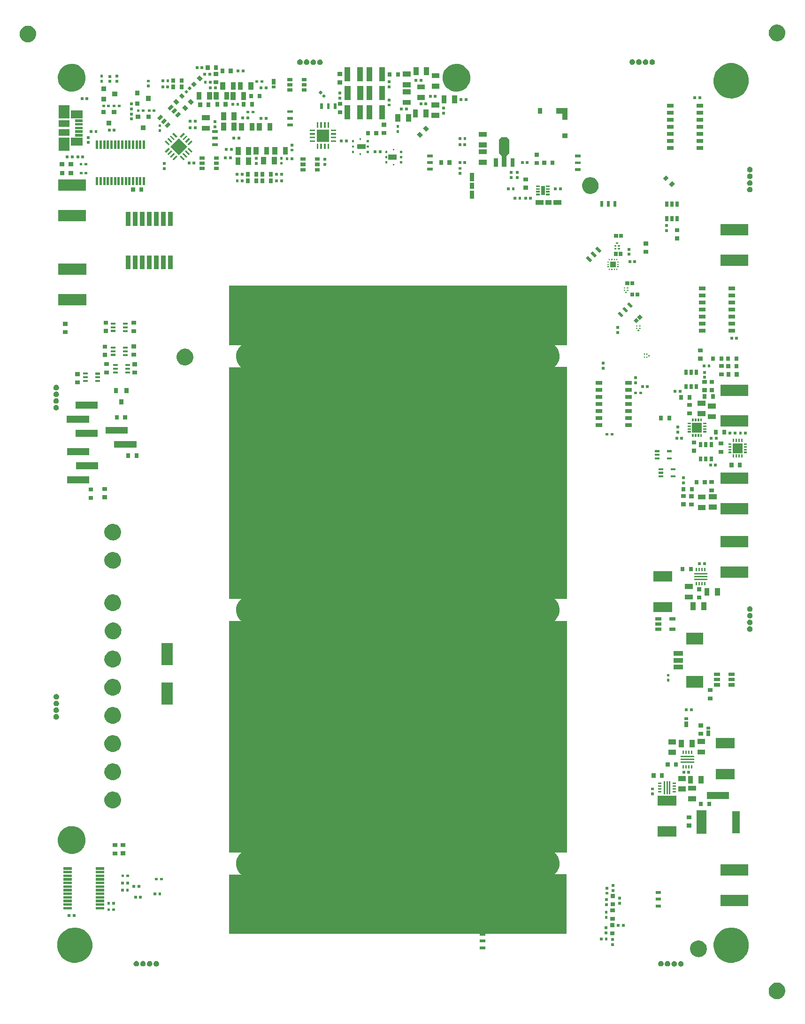
<source format=gbs>
G04 #@! TF.FileFunction,Soldermask,Bot*
%FSLAX46Y46*%
G04 Gerber Fmt 4.6, Leading zero omitted, Abs format (unit mm)*
G04 Created by KiCad (PCBNEW 4.0.7) date Mon Jan 13 15:14:29 2020*
%MOMM*%
%LPD*%
G01*
G04 APERTURE LIST*
%ADD10C,0.150000*%
G04 APERTURE END LIST*
D10*
G36*
X210024531Y-216484379D02*
X210270754Y-216534921D01*
X210312689Y-216543529D01*
X210560367Y-216647644D01*
X210583868Y-216657523D01*
X210827742Y-216822018D01*
X211035021Y-217030749D01*
X211197810Y-217275765D01*
X211268408Y-217447049D01*
X211309908Y-217547736D01*
X211362900Y-217815367D01*
X211367044Y-217836297D01*
X211362353Y-218172290D01*
X211297181Y-218459145D01*
X211177533Y-218727878D01*
X211007967Y-218968253D01*
X210794941Y-219171116D01*
X210593271Y-219299099D01*
X210546569Y-219328737D01*
X210272311Y-219435115D01*
X210088010Y-219467612D01*
X209982615Y-219486196D01*
X209704932Y-219480379D01*
X209688512Y-219480035D01*
X209473038Y-219432660D01*
X209401212Y-219416868D01*
X209131650Y-219299099D01*
X208890096Y-219131215D01*
X208685752Y-218919610D01*
X208526400Y-218672345D01*
X208418111Y-218398837D01*
X208365008Y-218109504D01*
X208369115Y-217815368D01*
X208369115Y-217815367D01*
X208430275Y-217527633D01*
X208538226Y-217275765D01*
X208546160Y-217257253D01*
X208712353Y-217014533D01*
X208922526Y-216808717D01*
X208922527Y-216808716D01*
X209153575Y-216657523D01*
X209168673Y-216647643D01*
X209441419Y-216537446D01*
X209730373Y-216482325D01*
X210024531Y-216484379D01*
X210024531Y-216484379D01*
G37*
G36*
X191374320Y-212596309D02*
X191375002Y-212596314D01*
X191387298Y-212598838D01*
X191471247Y-212616069D01*
X191561819Y-212654142D01*
X191584855Y-212669681D01*
X191643275Y-212709085D01*
X191684800Y-212750901D01*
X191712506Y-212778801D01*
X191766877Y-212860636D01*
X191804319Y-212951476D01*
X191823401Y-213047848D01*
X191823401Y-213047854D01*
X191821834Y-213160076D01*
X191800067Y-213255885D01*
X191800066Y-213255887D01*
X191760105Y-213345642D01*
X191703469Y-213425928D01*
X191632318Y-213493685D01*
X191549363Y-213546330D01*
X191457760Y-213581861D01*
X191361005Y-213598921D01*
X191262770Y-213596863D01*
X191166814Y-213575766D01*
X191076781Y-213536431D01*
X190996100Y-213480357D01*
X190927849Y-213409680D01*
X190874626Y-213327095D01*
X190838457Y-213235743D01*
X190820721Y-213139105D01*
X190822093Y-213040863D01*
X190842519Y-212944762D01*
X190881226Y-212854452D01*
X190936735Y-212773384D01*
X191006932Y-212704642D01*
X191089144Y-212650844D01*
X191134694Y-212632441D01*
X191180243Y-212614038D01*
X191206896Y-212608954D01*
X191276753Y-212595627D01*
X191374320Y-212596309D01*
X191374320Y-212596309D01*
G37*
G36*
X192580820Y-212596309D02*
X192581502Y-212596314D01*
X192593798Y-212598838D01*
X192677747Y-212616069D01*
X192768319Y-212654142D01*
X192791355Y-212669681D01*
X192849775Y-212709085D01*
X192891300Y-212750901D01*
X192919006Y-212778801D01*
X192973377Y-212860636D01*
X193010819Y-212951476D01*
X193029901Y-213047848D01*
X193029901Y-213047854D01*
X193028334Y-213160076D01*
X193006567Y-213255885D01*
X193006566Y-213255887D01*
X192966605Y-213345642D01*
X192909969Y-213425928D01*
X192838818Y-213493685D01*
X192755863Y-213546330D01*
X192664260Y-213581861D01*
X192567505Y-213598921D01*
X192469270Y-213596863D01*
X192373314Y-213575766D01*
X192283281Y-213536431D01*
X192202600Y-213480357D01*
X192134349Y-213409680D01*
X192081126Y-213327095D01*
X192044957Y-213235743D01*
X192027221Y-213139105D01*
X192028593Y-213040863D01*
X192049019Y-212944762D01*
X192087726Y-212854452D01*
X192143235Y-212773384D01*
X192213432Y-212704642D01*
X192295644Y-212650844D01*
X192341194Y-212632441D01*
X192386743Y-212614038D01*
X192413396Y-212608954D01*
X192483253Y-212595627D01*
X192580820Y-212596309D01*
X192580820Y-212596309D01*
G37*
G36*
X96759320Y-212583609D02*
X96760002Y-212583614D01*
X96772298Y-212586138D01*
X96856247Y-212603369D01*
X96946819Y-212641442D01*
X96965647Y-212654142D01*
X97028275Y-212696385D01*
X97077032Y-212745484D01*
X97097506Y-212766101D01*
X97151877Y-212847936D01*
X97189319Y-212938776D01*
X97208401Y-213035148D01*
X97206834Y-213147377D01*
X97200435Y-213175543D01*
X97185067Y-213243185D01*
X97185066Y-213243187D01*
X97145105Y-213332942D01*
X97088469Y-213413228D01*
X97017318Y-213480985D01*
X96934363Y-213533630D01*
X96842760Y-213569161D01*
X96746005Y-213586221D01*
X96647770Y-213584163D01*
X96551814Y-213563066D01*
X96461781Y-213523731D01*
X96381100Y-213467657D01*
X96312849Y-213396980D01*
X96259626Y-213314395D01*
X96223457Y-213223043D01*
X96205721Y-213126405D01*
X96207093Y-213028163D01*
X96227519Y-212932062D01*
X96266226Y-212841752D01*
X96321735Y-212760684D01*
X96391932Y-212691942D01*
X96474144Y-212638144D01*
X96519695Y-212619741D01*
X96565243Y-212601338D01*
X96595176Y-212595628D01*
X96661753Y-212582927D01*
X96759320Y-212583609D01*
X96759320Y-212583609D01*
G37*
G36*
X97965820Y-212583609D02*
X97966502Y-212583614D01*
X97978798Y-212586138D01*
X98062747Y-212603369D01*
X98153319Y-212641442D01*
X98172147Y-212654142D01*
X98234775Y-212696385D01*
X98283532Y-212745484D01*
X98304006Y-212766101D01*
X98358377Y-212847936D01*
X98395819Y-212938776D01*
X98414901Y-213035148D01*
X98413334Y-213147377D01*
X98406935Y-213175543D01*
X98391567Y-213243185D01*
X98391566Y-213243187D01*
X98351605Y-213332942D01*
X98294969Y-213413228D01*
X98223818Y-213480985D01*
X98140863Y-213533630D01*
X98049260Y-213569161D01*
X97952505Y-213586221D01*
X97854270Y-213584163D01*
X97758314Y-213563066D01*
X97668281Y-213523731D01*
X97587600Y-213467657D01*
X97519349Y-213396980D01*
X97466126Y-213314395D01*
X97429957Y-213223043D01*
X97412221Y-213126405D01*
X97413593Y-213028163D01*
X97434019Y-212932062D01*
X97472726Y-212841752D01*
X97528235Y-212760684D01*
X97598432Y-212691942D01*
X97680644Y-212638144D01*
X97726195Y-212619741D01*
X97771743Y-212601338D01*
X97801676Y-212595628D01*
X97868253Y-212582927D01*
X97965820Y-212583609D01*
X97965820Y-212583609D01*
G37*
G36*
X188971620Y-212581109D02*
X188972302Y-212581114D01*
X188981134Y-212582927D01*
X189068547Y-212600869D01*
X189159119Y-212638942D01*
X189176764Y-212650844D01*
X189240575Y-212693885D01*
X189291815Y-212745484D01*
X189309806Y-212763601D01*
X189364177Y-212845436D01*
X189401619Y-212936276D01*
X189420701Y-213032648D01*
X189419134Y-213144877D01*
X189412735Y-213173043D01*
X189397367Y-213240685D01*
X189363059Y-213317742D01*
X189357405Y-213330442D01*
X189300769Y-213410728D01*
X189229618Y-213478485D01*
X189146663Y-213531130D01*
X189055060Y-213566661D01*
X188958305Y-213583721D01*
X188860070Y-213581663D01*
X188764114Y-213560566D01*
X188674081Y-213521231D01*
X188593400Y-213465157D01*
X188525149Y-213394480D01*
X188471926Y-213311895D01*
X188435757Y-213220543D01*
X188418021Y-213123905D01*
X188419393Y-213025663D01*
X188439819Y-212929562D01*
X188478526Y-212839252D01*
X188534035Y-212758184D01*
X188604232Y-212689442D01*
X188686444Y-212635644D01*
X188739922Y-212614038D01*
X188777543Y-212598838D01*
X188804196Y-212593754D01*
X188874053Y-212580427D01*
X188971620Y-212581109D01*
X188971620Y-212581109D01*
G37*
G36*
X190171620Y-212581109D02*
X190172302Y-212581114D01*
X190181134Y-212582927D01*
X190268547Y-212600869D01*
X190359119Y-212638942D01*
X190376764Y-212650844D01*
X190440575Y-212693885D01*
X190491815Y-212745484D01*
X190509806Y-212763601D01*
X190564177Y-212845436D01*
X190601619Y-212936276D01*
X190620701Y-213032648D01*
X190619134Y-213144877D01*
X190612735Y-213173043D01*
X190597367Y-213240685D01*
X190563059Y-213317742D01*
X190557405Y-213330442D01*
X190500769Y-213410728D01*
X190429618Y-213478485D01*
X190346663Y-213531130D01*
X190255060Y-213566661D01*
X190158305Y-213583721D01*
X190060070Y-213581663D01*
X189964114Y-213560566D01*
X189874081Y-213521231D01*
X189793400Y-213465157D01*
X189725149Y-213394480D01*
X189671926Y-213311895D01*
X189635757Y-213220543D01*
X189618021Y-213123905D01*
X189619393Y-213025663D01*
X189639819Y-212929562D01*
X189678526Y-212839252D01*
X189734035Y-212758184D01*
X189804232Y-212689442D01*
X189886444Y-212635644D01*
X189939922Y-212614038D01*
X189977543Y-212598838D01*
X190004196Y-212593754D01*
X190074053Y-212580427D01*
X190171620Y-212581109D01*
X190171620Y-212581109D01*
G37*
G36*
X94356620Y-212568409D02*
X94357302Y-212568414D01*
X94373693Y-212571778D01*
X94453547Y-212588169D01*
X94544119Y-212626242D01*
X94561764Y-212638144D01*
X94625575Y-212681185D01*
X94689427Y-212745484D01*
X94694806Y-212750901D01*
X94749177Y-212832736D01*
X94786619Y-212923576D01*
X94805701Y-213019948D01*
X94805701Y-213019954D01*
X94805311Y-213047854D01*
X94804134Y-213132177D01*
X94797795Y-213160076D01*
X94782367Y-213227985D01*
X94775599Y-213243187D01*
X94742405Y-213317742D01*
X94685769Y-213398028D01*
X94614618Y-213465785D01*
X94531663Y-213518430D01*
X94440060Y-213553961D01*
X94343305Y-213571021D01*
X94245070Y-213568963D01*
X94149114Y-213547866D01*
X94059081Y-213508531D01*
X93978400Y-213452457D01*
X93910149Y-213381780D01*
X93856926Y-213299195D01*
X93820757Y-213207843D01*
X93803021Y-213111205D01*
X93804393Y-213012963D01*
X93824819Y-212916862D01*
X93863526Y-212826552D01*
X93919035Y-212745484D01*
X93989232Y-212676742D01*
X94071444Y-212622944D01*
X94124922Y-212601338D01*
X94162543Y-212586138D01*
X94192476Y-212580428D01*
X94259053Y-212567727D01*
X94356620Y-212568409D01*
X94356620Y-212568409D01*
G37*
G36*
X95556620Y-212568409D02*
X95557302Y-212568414D01*
X95573693Y-212571778D01*
X95653547Y-212588169D01*
X95744119Y-212626242D01*
X95761764Y-212638144D01*
X95825575Y-212681185D01*
X95889427Y-212745484D01*
X95894806Y-212750901D01*
X95949177Y-212832736D01*
X95986619Y-212923576D01*
X96005701Y-213019948D01*
X96005701Y-213019954D01*
X96005311Y-213047854D01*
X96004134Y-213132177D01*
X95997795Y-213160076D01*
X95982367Y-213227985D01*
X95975599Y-213243187D01*
X95942405Y-213317742D01*
X95885769Y-213398028D01*
X95814618Y-213465785D01*
X95731663Y-213518430D01*
X95640060Y-213553961D01*
X95543305Y-213571021D01*
X95445070Y-213568963D01*
X95349114Y-213547866D01*
X95259081Y-213508531D01*
X95178400Y-213452457D01*
X95110149Y-213381780D01*
X95056926Y-213299195D01*
X95020757Y-213207843D01*
X95003021Y-213111205D01*
X95004393Y-213012963D01*
X95024819Y-212916862D01*
X95063526Y-212826552D01*
X95119035Y-212745484D01*
X95189232Y-212676742D01*
X95271444Y-212622944D01*
X95324922Y-212601338D01*
X95362543Y-212586138D01*
X95392476Y-212580428D01*
X95459053Y-212567727D01*
X95556620Y-212568409D01*
X95556620Y-212568409D01*
G37*
G36*
X201942967Y-206570295D02*
X202553094Y-206695536D01*
X203127270Y-206936897D01*
X203424598Y-207137448D01*
X203643634Y-207285189D01*
X203643637Y-207285192D01*
X204082513Y-207727143D01*
X204427190Y-208245923D01*
X204664539Y-208821775D01*
X204783591Y-209423033D01*
X204785516Y-209432757D01*
X204775582Y-210144164D01*
X204637592Y-210751532D01*
X204637591Y-210751534D01*
X204384258Y-211320529D01*
X204025229Y-211829486D01*
X203574181Y-212259013D01*
X203048296Y-212592750D01*
X202467601Y-212817987D01*
X201854221Y-212926142D01*
X201231507Y-212913098D01*
X200623194Y-212779352D01*
X200052442Y-212529996D01*
X199540991Y-212174528D01*
X199108325Y-211726490D01*
X198770926Y-211202948D01*
X198541641Y-210623841D01*
X198429205Y-210011226D01*
X198437901Y-209388441D01*
X198567397Y-208779209D01*
X198812764Y-208206726D01*
X199164651Y-207692808D01*
X199609657Y-207257026D01*
X200130830Y-206915979D01*
X200419579Y-206799318D01*
X200708325Y-206682657D01*
X200877285Y-206650426D01*
X201320138Y-206565946D01*
X201942967Y-206570295D01*
X201942967Y-206570295D01*
G37*
G36*
X83528167Y-206570295D02*
X84138294Y-206695536D01*
X84712470Y-206936897D01*
X85009798Y-207137448D01*
X85228834Y-207285189D01*
X85228837Y-207285192D01*
X85667713Y-207727143D01*
X86012390Y-208245923D01*
X86249739Y-208821775D01*
X86368791Y-209423033D01*
X86370716Y-209432757D01*
X86360782Y-210144164D01*
X86222792Y-210751532D01*
X86222791Y-210751534D01*
X85969458Y-211320529D01*
X85610429Y-211829486D01*
X85159381Y-212259013D01*
X84633496Y-212592750D01*
X84052801Y-212817987D01*
X83439421Y-212926142D01*
X82816707Y-212913098D01*
X82208394Y-212779352D01*
X81637642Y-212529996D01*
X81126191Y-212174528D01*
X80693525Y-211726490D01*
X80356126Y-211202948D01*
X80126841Y-210623841D01*
X80014405Y-210011226D01*
X80023101Y-209388441D01*
X80152597Y-208779209D01*
X80397964Y-208206726D01*
X80749851Y-207692808D01*
X81194857Y-207257026D01*
X81716030Y-206915979D01*
X82004779Y-206799318D01*
X82293525Y-206682657D01*
X82462485Y-206650426D01*
X82905338Y-206565946D01*
X83528167Y-206570295D01*
X83528167Y-206570295D01*
G37*
G36*
X195861431Y-208892879D02*
X196107654Y-208943421D01*
X196149589Y-208952029D01*
X196397267Y-209056144D01*
X196420768Y-209066023D01*
X196664642Y-209230518D01*
X196871921Y-209439249D01*
X197034710Y-209684265D01*
X197105308Y-209855549D01*
X197146808Y-209956236D01*
X197199800Y-210223867D01*
X197203944Y-210244797D01*
X197199253Y-210580790D01*
X197134081Y-210867645D01*
X197014433Y-211136378D01*
X196844867Y-211376753D01*
X196631841Y-211579616D01*
X196430171Y-211707599D01*
X196383469Y-211737237D01*
X196109211Y-211843615D01*
X195924910Y-211876112D01*
X195819515Y-211894696D01*
X195541832Y-211888879D01*
X195525412Y-211888535D01*
X195309938Y-211841160D01*
X195238112Y-211825368D01*
X194968550Y-211707599D01*
X194726996Y-211539715D01*
X194522652Y-211328110D01*
X194363300Y-211080845D01*
X194255011Y-210807337D01*
X194201908Y-210518004D01*
X194206015Y-210223868D01*
X194206015Y-210223867D01*
X194267175Y-209936133D01*
X194375126Y-209684265D01*
X194383060Y-209665753D01*
X194549253Y-209423033D01*
X194759426Y-209217217D01*
X194759427Y-209217216D01*
X194990475Y-209066023D01*
X195005573Y-209056143D01*
X195278319Y-208945946D01*
X195567273Y-208890825D01*
X195861431Y-208892879D01*
X195861431Y-208892879D01*
G37*
G36*
X157257100Y-210454900D02*
X156255100Y-210454900D01*
X156255100Y-209952900D01*
X157257100Y-209952900D01*
X157257100Y-210454900D01*
X157257100Y-210454900D01*
G37*
G36*
X180445790Y-209869130D02*
X179948490Y-209869130D01*
X179948490Y-209371830D01*
X180445790Y-209371830D01*
X180445790Y-209869130D01*
X180445790Y-209869130D01*
G37*
G36*
X157257100Y-209254900D02*
X156255100Y-209254900D01*
X156255100Y-208752900D01*
X157257100Y-208752900D01*
X157257100Y-209254900D01*
X157257100Y-209254900D01*
G37*
G36*
X180445790Y-208969970D02*
X179948490Y-208969970D01*
X179948490Y-208472670D01*
X180445790Y-208472670D01*
X180445790Y-208969970D01*
X180445790Y-208969970D01*
G37*
G36*
X179312010Y-208902630D02*
X178814710Y-208902630D01*
X178814710Y-208405330D01*
X179312010Y-208405330D01*
X179312010Y-208902630D01*
X179312010Y-208902630D01*
G37*
G36*
X178412850Y-208902630D02*
X177915550Y-208902630D01*
X177915550Y-208405330D01*
X178412850Y-208405330D01*
X178412850Y-208902630D01*
X178412850Y-208902630D01*
G37*
G36*
X171954880Y-101590980D02*
X169674089Y-101590980D01*
X169673950Y-101591000D01*
X169673821Y-101591058D01*
X169673714Y-101591149D01*
X169673637Y-101591266D01*
X169673595Y-101591401D01*
X169673593Y-101591541D01*
X169673630Y-101591677D01*
X169673703Y-101591797D01*
X169673804Y-101591890D01*
X169755451Y-101646962D01*
X169926431Y-101819140D01*
X170101055Y-101994987D01*
X170372477Y-102403509D01*
X170559382Y-102856976D01*
X170654647Y-103338098D01*
X170646824Y-103898316D01*
X170538161Y-104376600D01*
X170410656Y-104662980D01*
X170338669Y-104824666D01*
X170237501Y-104968080D01*
X170055945Y-105225453D01*
X169725829Y-105539818D01*
X169725742Y-105539928D01*
X169725689Y-105540059D01*
X169725674Y-105540199D01*
X169725699Y-105540337D01*
X169725762Y-105540463D01*
X169725857Y-105540567D01*
X169725977Y-105540640D01*
X169726174Y-105540680D01*
X171954880Y-105540680D01*
X171954880Y-147310980D01*
X169674089Y-147310980D01*
X169673950Y-147311000D01*
X169673821Y-147311058D01*
X169673714Y-147311149D01*
X169673637Y-147311266D01*
X169673595Y-147311401D01*
X169673593Y-147311541D01*
X169673630Y-147311677D01*
X169673703Y-147311797D01*
X169673804Y-147311890D01*
X169755451Y-147366962D01*
X169844624Y-147456760D01*
X170101055Y-147714987D01*
X170372477Y-148123509D01*
X170559382Y-148576976D01*
X170654647Y-149058098D01*
X170654647Y-149058104D01*
X170652630Y-149202508D01*
X170646824Y-149618316D01*
X170538161Y-150096600D01*
X170451981Y-150290163D01*
X170338669Y-150544666D01*
X170258029Y-150658980D01*
X170055945Y-150945453D01*
X169700759Y-151283692D01*
X169678436Y-151297858D01*
X169678329Y-151297949D01*
X169678252Y-151298067D01*
X169678210Y-151298201D01*
X169678208Y-151298342D01*
X169678245Y-151298478D01*
X169678318Y-151298598D01*
X169678422Y-151298693D01*
X169678548Y-151298755D01*
X169678704Y-151298780D01*
X171954880Y-151298780D01*
X171954880Y-193081780D01*
X169749403Y-193081780D01*
X169749264Y-193081800D01*
X169749135Y-193081858D01*
X169749028Y-193081949D01*
X169748951Y-193082066D01*
X169748909Y-193082201D01*
X169748907Y-193082341D01*
X169748944Y-193082477D01*
X169749017Y-193082597D01*
X169749118Y-193082690D01*
X169755451Y-193086962D01*
X169926431Y-193259140D01*
X170101055Y-193434987D01*
X170372477Y-193843509D01*
X170559382Y-194296976D01*
X170654647Y-194778098D01*
X170646824Y-195338316D01*
X170538161Y-195816600D01*
X170405166Y-196115310D01*
X170338669Y-196264666D01*
X170283424Y-196342980D01*
X170055945Y-196665453D01*
X169725829Y-196979818D01*
X169725742Y-196979928D01*
X169725689Y-196980059D01*
X169725674Y-196980199D01*
X169725699Y-196980337D01*
X169725762Y-196980463D01*
X169725857Y-196980567D01*
X169725977Y-196980640D01*
X169726174Y-196980680D01*
X171942180Y-196980680D01*
X171942180Y-207674080D01*
X169227348Y-207675792D01*
X157257600Y-207683339D01*
X157257460Y-207683359D01*
X157257332Y-207683417D01*
X157257225Y-207683508D01*
X157257148Y-207683626D01*
X157257106Y-207683760D01*
X157257100Y-207683839D01*
X157257100Y-208054900D01*
X156255100Y-208054900D01*
X156255100Y-207684471D01*
X156255080Y-207684332D01*
X156255022Y-207684203D01*
X156254931Y-207684096D01*
X156254814Y-207684019D01*
X156254679Y-207683977D01*
X156254604Y-207683971D01*
X111515580Y-207712180D01*
X110994880Y-207712180D01*
X110994880Y-197006080D01*
X113282311Y-197006080D01*
X113282450Y-197006060D01*
X113282579Y-197006002D01*
X113282686Y-197005911D01*
X113282763Y-197005794D01*
X113282805Y-197005659D01*
X113282807Y-197005519D01*
X113282770Y-197005383D01*
X113282697Y-197005263D01*
X113282596Y-197005169D01*
X113184748Y-196937163D01*
X112844038Y-196584347D01*
X112578346Y-196172074D01*
X112397792Y-195716045D01*
X112309253Y-195233630D01*
X112316100Y-194743206D01*
X112418074Y-194263456D01*
X112611293Y-193812643D01*
X112888393Y-193407948D01*
X113238821Y-193064784D01*
X113269669Y-193044598D01*
X113269774Y-193044506D01*
X113269850Y-193044387D01*
X113269890Y-193044252D01*
X113269890Y-193044111D01*
X113269851Y-193043976D01*
X113269777Y-193043857D01*
X113269671Y-193043763D01*
X113269544Y-193043703D01*
X113269395Y-193043680D01*
X111007580Y-193043680D01*
X111007580Y-151286080D01*
X113282311Y-151286080D01*
X113282450Y-151286060D01*
X113282579Y-151286002D01*
X113282686Y-151285911D01*
X113282763Y-151285794D01*
X113282805Y-151285659D01*
X113282807Y-151285519D01*
X113282770Y-151285383D01*
X113282697Y-151285263D01*
X113282596Y-151285169D01*
X113184748Y-151217163D01*
X112844038Y-150864347D01*
X112578346Y-150452074D01*
X112397792Y-149996045D01*
X112323110Y-149589130D01*
X112309253Y-149513631D01*
X112309880Y-149468728D01*
X112316100Y-149023206D01*
X112418074Y-148543456D01*
X112611293Y-148092643D01*
X112888393Y-147687948D01*
X113238821Y-147344784D01*
X113289076Y-147311898D01*
X113289182Y-147311806D01*
X113289257Y-147311687D01*
X113289297Y-147311552D01*
X113289297Y-147311411D01*
X113289258Y-147311276D01*
X113289184Y-147311157D01*
X113289078Y-147311063D01*
X113288951Y-147311003D01*
X113288802Y-147310980D01*
X111007580Y-147310980D01*
X111007580Y-105553380D01*
X113264038Y-105553380D01*
X113264177Y-105553360D01*
X113264306Y-105553302D01*
X113264413Y-105553211D01*
X113264490Y-105553094D01*
X113264532Y-105552959D01*
X113264534Y-105552819D01*
X113264497Y-105552683D01*
X113264424Y-105552563D01*
X113264323Y-105552469D01*
X113184748Y-105497163D01*
X112844038Y-105144347D01*
X112578346Y-104732074D01*
X112397792Y-104276045D01*
X112322059Y-103863404D01*
X112309253Y-103793631D01*
X112311438Y-103637120D01*
X112316100Y-103303206D01*
X112418074Y-102823456D01*
X112611293Y-102372643D01*
X112888393Y-101967948D01*
X113238821Y-101624784D01*
X113269669Y-101604598D01*
X113269774Y-101604506D01*
X113269850Y-101604387D01*
X113269890Y-101604252D01*
X113269890Y-101604111D01*
X113269851Y-101603976D01*
X113269777Y-101603857D01*
X113269671Y-101603763D01*
X113269544Y-101603703D01*
X113269395Y-101603680D01*
X111020280Y-101603680D01*
X111020280Y-90872180D01*
X171954880Y-90872180D01*
X171954880Y-101590980D01*
X171954880Y-101590980D01*
G37*
G36*
X180577820Y-207975740D02*
X179775820Y-207975740D01*
X179775820Y-207273740D01*
X180577820Y-207273740D01*
X180577820Y-207975740D01*
X180577820Y-207975740D01*
G37*
G36*
X179267230Y-207776170D02*
X178769930Y-207776170D01*
X178769930Y-207278870D01*
X179267230Y-207278870D01*
X179267230Y-207776170D01*
X179267230Y-207776170D01*
G37*
G36*
X179267230Y-206877010D02*
X178769930Y-206877010D01*
X178769930Y-206379710D01*
X179267230Y-206379710D01*
X179267230Y-206877010D01*
X179267230Y-206877010D01*
G37*
G36*
X180577820Y-206475740D02*
X179775820Y-206475740D01*
X179775820Y-205773740D01*
X180577820Y-205773740D01*
X180577820Y-206475740D01*
X180577820Y-206475740D01*
G37*
G36*
X181492850Y-206402630D02*
X180995550Y-206402630D01*
X180995550Y-205905330D01*
X181492850Y-205905330D01*
X181492850Y-206402630D01*
X181492850Y-206402630D01*
G37*
G36*
X182392010Y-206402630D02*
X181894710Y-206402630D01*
X181894710Y-205905330D01*
X182392010Y-205905330D01*
X182392010Y-206402630D01*
X182392010Y-206402630D01*
G37*
G36*
X180593060Y-205344300D02*
X179791060Y-205344300D01*
X179791060Y-204642300D01*
X180593060Y-204642300D01*
X180593060Y-205344300D01*
X180593060Y-205344300D01*
G37*
G36*
X179307870Y-204951690D02*
X178810570Y-204951690D01*
X178810570Y-204454390D01*
X179307870Y-204454390D01*
X179307870Y-204951690D01*
X179307870Y-204951690D01*
G37*
G36*
X82422850Y-204682630D02*
X81925550Y-204682630D01*
X81925550Y-204185330D01*
X82422850Y-204185330D01*
X82422850Y-204682630D01*
X82422850Y-204682630D01*
G37*
G36*
X83322010Y-204682630D02*
X82824710Y-204682630D01*
X82824710Y-204185330D01*
X83322010Y-204185330D01*
X83322010Y-204682630D01*
X83322010Y-204682630D01*
G37*
G36*
X179307870Y-204052530D02*
X178810570Y-204052530D01*
X178810570Y-203555230D01*
X179307870Y-203555230D01*
X179307870Y-204052530D01*
X179307870Y-204052530D01*
G37*
G36*
X180593060Y-203844300D02*
X179791060Y-203844300D01*
X179791060Y-203142300D01*
X180593060Y-203142300D01*
X180593060Y-203844300D01*
X180593060Y-203844300D01*
G37*
G36*
X90462010Y-203592630D02*
X89964710Y-203592630D01*
X89964710Y-203095330D01*
X90462010Y-203095330D01*
X90462010Y-203592630D01*
X90462010Y-203592630D01*
G37*
G36*
X89562850Y-203592630D02*
X89065550Y-203592630D01*
X89065550Y-203095330D01*
X89562850Y-203095330D01*
X89562850Y-203592630D01*
X89562850Y-203592630D01*
G37*
G36*
X82674780Y-203294980D02*
X81172780Y-203294980D01*
X81172780Y-202842980D01*
X82674780Y-202842980D01*
X82674780Y-203294980D01*
X82674780Y-203294980D01*
G37*
G36*
X88474780Y-203294980D02*
X86972780Y-203294980D01*
X86972780Y-202842980D01*
X88474780Y-202842980D01*
X88474780Y-203294980D01*
X88474780Y-203294980D01*
G37*
G36*
X188969000Y-202923800D02*
X187967000Y-202923800D01*
X187967000Y-202421800D01*
X188969000Y-202421800D01*
X188969000Y-202923800D01*
X188969000Y-202923800D01*
G37*
G36*
X180638780Y-202733180D02*
X179836780Y-202733180D01*
X179836780Y-202031180D01*
X180638780Y-202031180D01*
X180638780Y-202733180D01*
X180638780Y-202733180D01*
G37*
G36*
X204654780Y-202694980D02*
X199652780Y-202694980D01*
X199652780Y-200692980D01*
X204654780Y-200692980D01*
X204654780Y-202694980D01*
X204654780Y-202694980D01*
G37*
G36*
X179333270Y-202670770D02*
X178835970Y-202670770D01*
X178835970Y-202173470D01*
X179333270Y-202173470D01*
X179333270Y-202670770D01*
X179333270Y-202670770D01*
G37*
G36*
X88474780Y-202644980D02*
X86972780Y-202644980D01*
X86972780Y-202192980D01*
X88474780Y-202192980D01*
X88474780Y-202644980D01*
X88474780Y-202644980D01*
G37*
G36*
X82674780Y-202644980D02*
X81172780Y-202644980D01*
X81172780Y-202192980D01*
X82674780Y-202192980D01*
X82674780Y-202644980D01*
X82674780Y-202644980D01*
G37*
G36*
X89562850Y-202442630D02*
X89065550Y-202442630D01*
X89065550Y-201945330D01*
X89562850Y-201945330D01*
X89562850Y-202442630D01*
X89562850Y-202442630D01*
G37*
G36*
X90462010Y-202442630D02*
X89964710Y-202442630D01*
X89964710Y-201945330D01*
X90462010Y-201945330D01*
X90462010Y-202442630D01*
X90462010Y-202442630D01*
G37*
G36*
X181692430Y-202422210D02*
X181195130Y-202422210D01*
X181195130Y-201924910D01*
X181692430Y-201924910D01*
X181692430Y-202422210D01*
X181692430Y-202422210D01*
G37*
G36*
X88474780Y-201994980D02*
X86972780Y-201994980D01*
X86972780Y-201542980D01*
X88474780Y-201542980D01*
X88474780Y-201994980D01*
X88474780Y-201994980D01*
G37*
G36*
X82674780Y-201994980D02*
X81172780Y-201994980D01*
X81172780Y-201542980D01*
X82674780Y-201542980D01*
X82674780Y-201994980D01*
X82674780Y-201994980D01*
G37*
G36*
X179333270Y-201771610D02*
X178835970Y-201771610D01*
X178835970Y-201274310D01*
X179333270Y-201274310D01*
X179333270Y-201771610D01*
X179333270Y-201771610D01*
G37*
G36*
X188969000Y-201723800D02*
X187967000Y-201723800D01*
X187967000Y-201221800D01*
X188969000Y-201221800D01*
X188969000Y-201723800D01*
X188969000Y-201723800D01*
G37*
G36*
X181692430Y-201523050D02*
X181195130Y-201523050D01*
X181195130Y-201025750D01*
X181692430Y-201025750D01*
X181692430Y-201523050D01*
X181692430Y-201523050D01*
G37*
G36*
X95317730Y-201377150D02*
X94820430Y-201377150D01*
X94820430Y-200879850D01*
X95317730Y-200879850D01*
X95317730Y-201377150D01*
X95317730Y-201377150D01*
G37*
G36*
X94418570Y-201377150D02*
X93921270Y-201377150D01*
X93921270Y-200879850D01*
X94418570Y-200879850D01*
X94418570Y-201377150D01*
X94418570Y-201377150D01*
G37*
G36*
X82674780Y-201344980D02*
X81172780Y-201344980D01*
X81172780Y-200892980D01*
X82674780Y-200892980D01*
X82674780Y-201344980D01*
X82674780Y-201344980D01*
G37*
G36*
X88474780Y-201344980D02*
X86972780Y-201344980D01*
X86972780Y-200892980D01*
X88474780Y-200892980D01*
X88474780Y-201344980D01*
X88474780Y-201344980D01*
G37*
G36*
X180638780Y-201233180D02*
X179836780Y-201233180D01*
X179836780Y-200531180D01*
X180638780Y-200531180D01*
X180638780Y-201233180D01*
X180638780Y-201233180D01*
G37*
G36*
X98792450Y-200752310D02*
X98295150Y-200752310D01*
X98295150Y-200255010D01*
X98792450Y-200255010D01*
X98792450Y-200752310D01*
X98792450Y-200752310D01*
G37*
G36*
X97893290Y-200752310D02*
X97395990Y-200752310D01*
X97395990Y-200255010D01*
X97893290Y-200255010D01*
X97893290Y-200752310D01*
X97893290Y-200752310D01*
G37*
G36*
X82674780Y-200694980D02*
X81172780Y-200694980D01*
X81172780Y-200242980D01*
X82674780Y-200242980D01*
X82674780Y-200694980D01*
X82674780Y-200694980D01*
G37*
G36*
X88474780Y-200694980D02*
X86972780Y-200694980D01*
X86972780Y-200242980D01*
X88474780Y-200242980D01*
X88474780Y-200694980D01*
X88474780Y-200694980D01*
G37*
G36*
X179409470Y-200623530D02*
X178912170Y-200623530D01*
X178912170Y-200126230D01*
X179409470Y-200126230D01*
X179409470Y-200623530D01*
X179409470Y-200623530D01*
G37*
G36*
X188969000Y-200523800D02*
X187967000Y-200523800D01*
X187967000Y-200021800D01*
X188969000Y-200021800D01*
X188969000Y-200523800D01*
X188969000Y-200523800D01*
G37*
G36*
X180547390Y-200135850D02*
X180050090Y-200135850D01*
X180050090Y-199638550D01*
X180547390Y-199638550D01*
X180547390Y-200135850D01*
X180547390Y-200135850D01*
G37*
G36*
X92955530Y-200081750D02*
X92458230Y-200081750D01*
X92458230Y-199584450D01*
X92955530Y-199584450D01*
X92955530Y-200081750D01*
X92955530Y-200081750D01*
G37*
G36*
X92056370Y-200081750D02*
X91559070Y-200081750D01*
X91559070Y-199584450D01*
X92056370Y-199584450D01*
X92056370Y-200081750D01*
X92056370Y-200081750D01*
G37*
G36*
X82674780Y-200044980D02*
X81172780Y-200044980D01*
X81172780Y-199592980D01*
X82674780Y-199592980D01*
X82674780Y-200044980D01*
X82674780Y-200044980D01*
G37*
G36*
X88474780Y-200044980D02*
X86972780Y-200044980D01*
X86972780Y-199592980D01*
X88474780Y-199592980D01*
X88474780Y-200044980D01*
X88474780Y-200044980D01*
G37*
G36*
X179409470Y-199724370D02*
X178912170Y-199724370D01*
X178912170Y-199227070D01*
X179409470Y-199227070D01*
X179409470Y-199724370D01*
X179409470Y-199724370D01*
G37*
G36*
X95028170Y-199411190D02*
X94530870Y-199411190D01*
X94530870Y-198913890D01*
X95028170Y-198913890D01*
X95028170Y-199411190D01*
X95028170Y-199411190D01*
G37*
G36*
X94129010Y-199411190D02*
X93631710Y-199411190D01*
X93631710Y-198913890D01*
X94129010Y-198913890D01*
X94129010Y-199411190D01*
X94129010Y-199411190D01*
G37*
G36*
X82674780Y-199394980D02*
X81172780Y-199394980D01*
X81172780Y-198942980D01*
X82674780Y-198942980D01*
X82674780Y-199394980D01*
X82674780Y-199394980D01*
G37*
G36*
X88474780Y-199394980D02*
X86972780Y-199394980D01*
X86972780Y-198942980D01*
X88474780Y-198942980D01*
X88474780Y-199394980D01*
X88474780Y-199394980D01*
G37*
G36*
X180547390Y-199236690D02*
X180050090Y-199236690D01*
X180050090Y-198739390D01*
X180547390Y-198739390D01*
X180547390Y-199236690D01*
X180547390Y-199236690D01*
G37*
G36*
X92066530Y-198771110D02*
X91569230Y-198771110D01*
X91569230Y-198273810D01*
X92066530Y-198273810D01*
X92066530Y-198771110D01*
X92066530Y-198771110D01*
G37*
G36*
X92965690Y-198771110D02*
X92468390Y-198771110D01*
X92468390Y-198273810D01*
X92965690Y-198273810D01*
X92965690Y-198771110D01*
X92965690Y-198771110D01*
G37*
G36*
X88474780Y-198744980D02*
X86972780Y-198744980D01*
X86972780Y-198292980D01*
X88474780Y-198292980D01*
X88474780Y-198744980D01*
X88474780Y-198744980D01*
G37*
G36*
X82674780Y-198744980D02*
X81172780Y-198744980D01*
X81172780Y-198292980D01*
X82674780Y-198292980D01*
X82674780Y-198744980D01*
X82674780Y-198744980D01*
G37*
G36*
X82674780Y-198094980D02*
X81172780Y-198094980D01*
X81172780Y-197642980D01*
X82674780Y-197642980D01*
X82674780Y-198094980D01*
X82674780Y-198094980D01*
G37*
G36*
X88474780Y-198094980D02*
X86972780Y-198094980D01*
X86972780Y-197642980D01*
X88474780Y-197642980D01*
X88474780Y-198094980D01*
X88474780Y-198094980D01*
G37*
G36*
X98162530Y-198090390D02*
X97665230Y-198090390D01*
X97665230Y-197593090D01*
X98162530Y-197593090D01*
X98162530Y-198090390D01*
X98162530Y-198090390D01*
G37*
G36*
X99061690Y-198090390D02*
X98564390Y-198090390D01*
X98564390Y-197593090D01*
X99061690Y-197593090D01*
X99061690Y-198090390D01*
X99061690Y-198090390D01*
G37*
G36*
X92102090Y-197490950D02*
X91604790Y-197490950D01*
X91604790Y-196993650D01*
X92102090Y-196993650D01*
X92102090Y-197490950D01*
X92102090Y-197490950D01*
G37*
G36*
X93001250Y-197490950D02*
X92503950Y-197490950D01*
X92503950Y-196993650D01*
X93001250Y-196993650D01*
X93001250Y-197490950D01*
X93001250Y-197490950D01*
G37*
G36*
X88474780Y-197444980D02*
X86972780Y-197444980D01*
X86972780Y-196992980D01*
X88474780Y-196992980D01*
X88474780Y-197444980D01*
X88474780Y-197444980D01*
G37*
G36*
X82674780Y-197444980D02*
X81172780Y-197444980D01*
X81172780Y-196992980D01*
X82674780Y-196992980D01*
X82674780Y-197444980D01*
X82674780Y-197444980D01*
G37*
G36*
X204654780Y-197194980D02*
X199652780Y-197194980D01*
X199652780Y-195192980D01*
X204654780Y-195192980D01*
X204654780Y-197194980D01*
X204654780Y-197194980D01*
G37*
G36*
X88474780Y-196794980D02*
X86972780Y-196794980D01*
X86972780Y-196342980D01*
X88474780Y-196342980D01*
X88474780Y-196794980D01*
X88474780Y-196794980D01*
G37*
G36*
X82674780Y-196794980D02*
X81172780Y-196794980D01*
X81172780Y-196342980D01*
X82674780Y-196342980D01*
X82674780Y-196794980D01*
X82674780Y-196794980D01*
G37*
G36*
X88474780Y-196144980D02*
X86972780Y-196144980D01*
X86972780Y-195692980D01*
X88474780Y-195692980D01*
X88474780Y-196144980D01*
X88474780Y-196144980D01*
G37*
G36*
X82674780Y-196144980D02*
X81172780Y-196144980D01*
X81172780Y-195692980D01*
X82674780Y-195692980D01*
X82674780Y-196144980D01*
X82674780Y-196144980D01*
G37*
G36*
X90854780Y-193544980D02*
X90052780Y-193544980D01*
X90052780Y-192842980D01*
X90854780Y-192842980D01*
X90854780Y-193544980D01*
X90854780Y-193544980D01*
G37*
G36*
X92284780Y-193534980D02*
X91482780Y-193534980D01*
X91482780Y-192832980D01*
X92284780Y-192832980D01*
X92284780Y-193534980D01*
X92284780Y-193534980D01*
G37*
G36*
X82909475Y-188287819D02*
X82916231Y-188287866D01*
X83038302Y-188312924D01*
X83396685Y-188386488D01*
X83848830Y-188576553D01*
X83848832Y-188576554D01*
X84255451Y-188850822D01*
X84426431Y-189023000D01*
X84601055Y-189198847D01*
X84872477Y-189607369D01*
X85059382Y-190060836D01*
X85154647Y-190541958D01*
X85146824Y-191102176D01*
X85038161Y-191580460D01*
X84905166Y-191879170D01*
X84838669Y-192028526D01*
X84697307Y-192228919D01*
X84555945Y-192429313D01*
X84200759Y-192767552D01*
X83786642Y-193030359D01*
X83329362Y-193207726D01*
X82846345Y-193292895D01*
X82355976Y-193282623D01*
X81876950Y-193177302D01*
X81427501Y-192980942D01*
X81427499Y-192980941D01*
X81228999Y-192842980D01*
X81024748Y-192701023D01*
X80684038Y-192348207D01*
X80418346Y-191935934D01*
X80237792Y-191479905D01*
X80149253Y-190997490D01*
X80156100Y-190507066D01*
X80258074Y-190027316D01*
X80451293Y-189576503D01*
X80728393Y-189171808D01*
X81078821Y-188828644D01*
X81489228Y-188560081D01*
X81716608Y-188468214D01*
X81943987Y-188376347D01*
X82077038Y-188350966D01*
X82425771Y-188284441D01*
X82909475Y-188287819D01*
X82909475Y-188287819D01*
G37*
G36*
X90854780Y-192044980D02*
X90052780Y-192044980D01*
X90052780Y-191342980D01*
X90854780Y-191342980D01*
X90854780Y-192044980D01*
X90854780Y-192044980D01*
G37*
G36*
X92284780Y-192034980D02*
X91482780Y-192034980D01*
X91482780Y-191332980D01*
X92284780Y-191332980D01*
X92284780Y-192034980D01*
X92284780Y-192034980D01*
G37*
G36*
X191756280Y-190178480D02*
X188354280Y-190178480D01*
X188354280Y-188326480D01*
X191756280Y-188326480D01*
X191756280Y-190178480D01*
X191756280Y-190178480D01*
G37*
G36*
X197114580Y-189695680D02*
X195362580Y-189695680D01*
X195362580Y-185443680D01*
X197114580Y-185443680D01*
X197114580Y-189695680D01*
X197114580Y-189695680D01*
G37*
G36*
X203139580Y-189570680D02*
X201837580Y-189570680D01*
X201837580Y-185568680D01*
X203139580Y-185568680D01*
X203139580Y-189570680D01*
X203139580Y-189570680D01*
G37*
G36*
X194393280Y-188530980D02*
X193591280Y-188530980D01*
X193591280Y-187828980D01*
X194393280Y-187828980D01*
X194393280Y-188530980D01*
X194393280Y-188530980D01*
G37*
G36*
X194393280Y-187030980D02*
X193591280Y-187030980D01*
X193591280Y-186328980D01*
X194393280Y-186328980D01*
X194393280Y-187030980D01*
X194393280Y-187030980D01*
G37*
G36*
X90211436Y-182073979D02*
X90470137Y-182127083D01*
X90499786Y-182133169D01*
X90747629Y-182237353D01*
X90771146Y-182247239D01*
X91015183Y-182411843D01*
X91222600Y-182620714D01*
X91385497Y-182865893D01*
X91497670Y-183138044D01*
X91554845Y-183426799D01*
X91550150Y-183763015D01*
X91484935Y-184050062D01*
X91365207Y-184318974D01*
X91195528Y-184559510D01*
X91067551Y-184681380D01*
X90982358Y-184762508D01*
X90733822Y-184920234D01*
X90459381Y-185026683D01*
X90274957Y-185059201D01*
X90169492Y-185077798D01*
X89891623Y-185071977D01*
X89875193Y-185071633D01*
X89587702Y-185008424D01*
X89481991Y-184962240D01*
X89317959Y-184890576D01*
X89076245Y-184722580D01*
X88871764Y-184510834D01*
X88712306Y-184263404D01*
X88603945Y-183989714D01*
X88550807Y-183700188D01*
X88554917Y-183405856D01*
X88554917Y-183405855D01*
X88616117Y-183117929D01*
X88639303Y-183063832D01*
X88732079Y-182847369D01*
X88898384Y-182604487D01*
X89108697Y-182398533D01*
X89339899Y-182247239D01*
X89355006Y-182237353D01*
X89355008Y-182237352D01*
X89627935Y-182127082D01*
X89917082Y-182071924D01*
X90211436Y-182073979D01*
X90211436Y-182073979D01*
G37*
G36*
X196488880Y-184681380D02*
X195786880Y-184681380D01*
X195786880Y-183879380D01*
X196488880Y-183879380D01*
X196488880Y-184681380D01*
X196488880Y-184681380D01*
G37*
G36*
X197988880Y-184681380D02*
X197286880Y-184681380D01*
X197286880Y-183879380D01*
X197988880Y-183879380D01*
X197988880Y-184681380D01*
X197988880Y-184681380D01*
G37*
G36*
X191756280Y-184628480D02*
X188354280Y-184628480D01*
X188354280Y-182776480D01*
X191756280Y-182776480D01*
X191756280Y-184628480D01*
X191756280Y-184628480D01*
G37*
G36*
X195251850Y-183803860D02*
X193850310Y-183803860D01*
X193850310Y-182902700D01*
X195251850Y-182902700D01*
X195251850Y-183803860D01*
X195251850Y-183803860D01*
G37*
G36*
X201239580Y-183420680D02*
X197237580Y-183420680D01*
X197237580Y-182118680D01*
X201239580Y-182118680D01*
X201239580Y-183420680D01*
X201239580Y-183420680D01*
G37*
G36*
X187684830Y-182731010D02*
X187187530Y-182731010D01*
X187187530Y-182233710D01*
X187684830Y-182233710D01*
X187684830Y-182731010D01*
X187684830Y-182731010D01*
G37*
G36*
X190155880Y-182547680D02*
X189903880Y-182547680D01*
X189903880Y-180145680D01*
X190155880Y-180145680D01*
X190155880Y-182547680D01*
X190155880Y-182547680D01*
G37*
G36*
X189655880Y-182547680D02*
X189403880Y-182547680D01*
X189403880Y-180145680D01*
X189655880Y-180145680D01*
X189655880Y-182547680D01*
X189655880Y-182547680D01*
G37*
G36*
X190655880Y-182547680D02*
X190403880Y-182547680D01*
X190403880Y-180145680D01*
X190655880Y-180145680D01*
X190655880Y-182547680D01*
X190655880Y-182547680D01*
G37*
G36*
X189030880Y-182222680D02*
X188428880Y-182222680D01*
X188428880Y-181970680D01*
X189030880Y-181970680D01*
X189030880Y-182222680D01*
X189030880Y-182222680D01*
G37*
G36*
X191630880Y-182222680D02*
X191028880Y-182222680D01*
X191028880Y-181970680D01*
X191630880Y-181970680D01*
X191630880Y-182222680D01*
X191630880Y-182222680D01*
G37*
G36*
X193423050Y-182051260D02*
X192021510Y-182051260D01*
X192021510Y-181150100D01*
X193423050Y-181150100D01*
X193423050Y-182051260D01*
X193423050Y-182051260D01*
G37*
G36*
X195251850Y-181898860D02*
X193850310Y-181898860D01*
X193850310Y-180997700D01*
X195251850Y-180997700D01*
X195251850Y-181898860D01*
X195251850Y-181898860D01*
G37*
G36*
X187684830Y-181831850D02*
X187187530Y-181831850D01*
X187187530Y-181334550D01*
X187684830Y-181334550D01*
X187684830Y-181831850D01*
X187684830Y-181831850D01*
G37*
G36*
X189030880Y-181722680D02*
X188428880Y-181722680D01*
X188428880Y-181470680D01*
X189030880Y-181470680D01*
X189030880Y-181722680D01*
X189030880Y-181722680D01*
G37*
G36*
X191630880Y-181722680D02*
X191028880Y-181722680D01*
X191028880Y-181470680D01*
X191630880Y-181470680D01*
X191630880Y-181722680D01*
X191630880Y-181722680D01*
G37*
G36*
X191630880Y-181222680D02*
X191028880Y-181222680D01*
X191028880Y-180970680D01*
X191630880Y-180970680D01*
X191630880Y-181222680D01*
X191630880Y-181222680D01*
G37*
G36*
X189030880Y-181222680D02*
X188428880Y-181222680D01*
X188428880Y-180970680D01*
X189030880Y-180970680D01*
X189030880Y-181222680D01*
X189030880Y-181222680D01*
G37*
G36*
X191630880Y-180722680D02*
X191028880Y-180722680D01*
X191028880Y-180470680D01*
X191630880Y-180470680D01*
X191630880Y-180722680D01*
X191630880Y-180722680D01*
G37*
G36*
X189030880Y-180722680D02*
X188428880Y-180722680D01*
X188428880Y-180470680D01*
X189030880Y-180470680D01*
X189030880Y-180722680D01*
X189030880Y-180722680D01*
G37*
G36*
X194722260Y-180612350D02*
X193821100Y-180612350D01*
X193821100Y-179210810D01*
X194722260Y-179210810D01*
X194722260Y-180612350D01*
X194722260Y-180612350D01*
G37*
G36*
X196627260Y-180612350D02*
X195726100Y-180612350D01*
X195726100Y-179210810D01*
X196627260Y-179210810D01*
X196627260Y-180612350D01*
X196627260Y-180612350D01*
G37*
G36*
X193423050Y-180146260D02*
X192021510Y-180146260D01*
X192021510Y-179245100D01*
X193423050Y-179245100D01*
X193423050Y-180146260D01*
X193423050Y-180146260D01*
G37*
G36*
X90211436Y-176993979D02*
X90470137Y-177047083D01*
X90499786Y-177053169D01*
X90747629Y-177157353D01*
X90771146Y-177167239D01*
X91015183Y-177331843D01*
X91222600Y-177540714D01*
X91385497Y-177785893D01*
X91497670Y-178058044D01*
X91554845Y-178346799D01*
X91550150Y-178683015D01*
X91484935Y-178970062D01*
X91365207Y-179238974D01*
X91195528Y-179479510D01*
X91024288Y-179642579D01*
X90982358Y-179682508D01*
X90733822Y-179840234D01*
X90459381Y-179946683D01*
X90274957Y-179979201D01*
X90169492Y-179997798D01*
X89891623Y-179991977D01*
X89875193Y-179991633D01*
X89587702Y-179928424D01*
X89481991Y-179882240D01*
X89317959Y-179810576D01*
X89076245Y-179642580D01*
X88871764Y-179430834D01*
X88712306Y-179183404D01*
X88603945Y-178909714D01*
X88550807Y-178620188D01*
X88554917Y-178325856D01*
X88559556Y-178304030D01*
X88616117Y-178037929D01*
X88724140Y-177785893D01*
X88732079Y-177767369D01*
X88898384Y-177524487D01*
X89108697Y-177318533D01*
X89339899Y-177167239D01*
X89355006Y-177157353D01*
X89355008Y-177157352D01*
X89627935Y-177047082D01*
X89917082Y-176991924D01*
X90211436Y-176993979D01*
X90211436Y-176993979D01*
G37*
G36*
X202221080Y-179815280D02*
X198819080Y-179815280D01*
X198819080Y-177963280D01*
X202221080Y-177963280D01*
X202221080Y-179815280D01*
X202221080Y-179815280D01*
G37*
G36*
X187954480Y-179550580D02*
X187252480Y-179550580D01*
X187252480Y-178748580D01*
X187954480Y-178748580D01*
X187954480Y-179550580D01*
X187954480Y-179550580D01*
G37*
G36*
X189454480Y-179550580D02*
X188752480Y-179550580D01*
X188752480Y-178748580D01*
X189454480Y-178748580D01*
X189454480Y-179550580D01*
X189454480Y-179550580D01*
G37*
G36*
X193296050Y-178801330D02*
X192798750Y-178801330D01*
X192798750Y-178304030D01*
X193296050Y-178304030D01*
X193296050Y-178801330D01*
X193296050Y-178801330D01*
G37*
G36*
X194195210Y-178801330D02*
X193697910Y-178801330D01*
X193697910Y-178304030D01*
X194195210Y-178304030D01*
X194195210Y-178801330D01*
X194195210Y-178801330D01*
G37*
G36*
X194576180Y-177867680D02*
X194324180Y-177867680D01*
X194324180Y-177265680D01*
X194576180Y-177265680D01*
X194576180Y-177867680D01*
X194576180Y-177867680D01*
G37*
G36*
X194076180Y-177867680D02*
X193824180Y-177867680D01*
X193824180Y-177265680D01*
X194076180Y-177265680D01*
X194076180Y-177867680D01*
X194076180Y-177867680D01*
G37*
G36*
X193576180Y-177867680D02*
X193324180Y-177867680D01*
X193324180Y-177265680D01*
X193576180Y-177265680D01*
X193576180Y-177867680D01*
X193576180Y-177867680D01*
G37*
G36*
X193076180Y-177867680D02*
X192824180Y-177867680D01*
X192824180Y-177265680D01*
X193076180Y-177265680D01*
X193076180Y-177867680D01*
X193076180Y-177867680D01*
G37*
G36*
X191994480Y-177582080D02*
X191292480Y-177582080D01*
X191292480Y-176780080D01*
X191994480Y-176780080D01*
X191994480Y-177582080D01*
X191994480Y-177582080D01*
G37*
G36*
X190494480Y-177582080D02*
X189792480Y-177582080D01*
X189792480Y-176780080D01*
X190494480Y-176780080D01*
X190494480Y-177582080D01*
X190494480Y-177582080D01*
G37*
G36*
X194901180Y-176892680D02*
X192499180Y-176892680D01*
X192499180Y-176640680D01*
X194901180Y-176640680D01*
X194901180Y-176892680D01*
X194901180Y-176892680D01*
G37*
G36*
X194901180Y-176392680D02*
X192499180Y-176392680D01*
X192499180Y-176140680D01*
X194901180Y-176140680D01*
X194901180Y-176392680D01*
X194901180Y-176392680D01*
G37*
G36*
X194901180Y-175892680D02*
X192499180Y-175892680D01*
X192499180Y-175640680D01*
X194901180Y-175640680D01*
X194901180Y-175892680D01*
X194901180Y-175892680D01*
G37*
G36*
X191670450Y-175447260D02*
X190268910Y-175447260D01*
X190268910Y-174546100D01*
X191670450Y-174546100D01*
X191670450Y-175447260D01*
X191670450Y-175447260D01*
G37*
G36*
X196915550Y-175383760D02*
X195514010Y-175383760D01*
X195514010Y-174482600D01*
X196915550Y-174482600D01*
X196915550Y-175383760D01*
X196915550Y-175383760D01*
G37*
G36*
X194576180Y-175267680D02*
X194324180Y-175267680D01*
X194324180Y-174665680D01*
X194576180Y-174665680D01*
X194576180Y-175267680D01*
X194576180Y-175267680D01*
G37*
G36*
X194076180Y-175267680D02*
X193824180Y-175267680D01*
X193824180Y-174665680D01*
X194076180Y-174665680D01*
X194076180Y-175267680D01*
X194076180Y-175267680D01*
G37*
G36*
X193576180Y-175267680D02*
X193324180Y-175267680D01*
X193324180Y-174665680D01*
X193576180Y-174665680D01*
X193576180Y-175267680D01*
X193576180Y-175267680D01*
G37*
G36*
X193076180Y-175267680D02*
X192824180Y-175267680D01*
X192824180Y-174665680D01*
X193076180Y-174665680D01*
X193076180Y-175267680D01*
X193076180Y-175267680D01*
G37*
G36*
X90211436Y-171913979D02*
X90470137Y-171967083D01*
X90499786Y-171973169D01*
X90763394Y-172083980D01*
X90771146Y-172087239D01*
X91015183Y-172251843D01*
X91222600Y-172460714D01*
X91385497Y-172705893D01*
X91497670Y-172978044D01*
X91554845Y-173266799D01*
X91550150Y-173603015D01*
X91484935Y-173890062D01*
X91365207Y-174158974D01*
X91195528Y-174399510D01*
X91024288Y-174562579D01*
X90982358Y-174602508D01*
X90733822Y-174760234D01*
X90459381Y-174866683D01*
X90274957Y-174899201D01*
X90169492Y-174917798D01*
X89891623Y-174911977D01*
X89875193Y-174911633D01*
X89587702Y-174848424D01*
X89481991Y-174802240D01*
X89317959Y-174730576D01*
X89076245Y-174562580D01*
X88871764Y-174350834D01*
X88712306Y-174103404D01*
X88603945Y-173829714D01*
X88550807Y-173540188D01*
X88554917Y-173245856D01*
X88554917Y-173245855D01*
X88616117Y-172957929D01*
X88724140Y-172705893D01*
X88732079Y-172687369D01*
X88898384Y-172444487D01*
X89108697Y-172238533D01*
X89339899Y-172087239D01*
X89355006Y-172077353D01*
X89355008Y-172077352D01*
X89627935Y-171967082D01*
X89917082Y-171911924D01*
X90211436Y-171913979D01*
X90211436Y-171913979D01*
G37*
G36*
X202221080Y-174265280D02*
X198819080Y-174265280D01*
X198819080Y-172413280D01*
X202221080Y-172413280D01*
X202221080Y-174265280D01*
X202221080Y-174265280D01*
G37*
G36*
X194988960Y-174097250D02*
X194087800Y-174097250D01*
X194087800Y-172695710D01*
X194988960Y-172695710D01*
X194988960Y-174097250D01*
X194988960Y-174097250D01*
G37*
G36*
X193083960Y-174097250D02*
X192182800Y-174097250D01*
X192182800Y-172695710D01*
X193083960Y-172695710D01*
X193083960Y-174097250D01*
X193083960Y-174097250D01*
G37*
G36*
X191670450Y-173542260D02*
X190268910Y-173542260D01*
X190268910Y-172641100D01*
X191670450Y-172641100D01*
X191670450Y-173542260D01*
X191670450Y-173542260D01*
G37*
G36*
X196915550Y-173478760D02*
X195514010Y-173478760D01*
X195514010Y-172577600D01*
X196915550Y-172577600D01*
X196915550Y-173478760D01*
X196915550Y-173478760D01*
G37*
G36*
X197835780Y-172083980D02*
X197133780Y-172083980D01*
X197133780Y-171031980D01*
X197835780Y-171031980D01*
X197835780Y-172083980D01*
X197835780Y-172083980D01*
G37*
G36*
X196514180Y-172008280D02*
X195712180Y-172008280D01*
X195712180Y-171306280D01*
X196514180Y-171306280D01*
X196514180Y-172008280D01*
X196514180Y-172008280D01*
G37*
G36*
X197835780Y-170844980D02*
X197133780Y-170844980D01*
X197133780Y-170322980D01*
X197835780Y-170322980D01*
X197835780Y-170844980D01*
X197835780Y-170844980D01*
G37*
G36*
X196514180Y-170508280D02*
X195712180Y-170508280D01*
X195712180Y-169806280D01*
X196514180Y-169806280D01*
X196514180Y-170508280D01*
X196514180Y-170508280D01*
G37*
G36*
X193873380Y-170445680D02*
X193171380Y-170445680D01*
X193171380Y-169393680D01*
X193873380Y-169393680D01*
X193873380Y-170445680D01*
X193873380Y-170445680D01*
G37*
G36*
X90211436Y-166833979D02*
X90495406Y-166892270D01*
X90499786Y-166893169D01*
X90747629Y-166997353D01*
X90771146Y-167007239D01*
X91015183Y-167171843D01*
X91222600Y-167380714D01*
X91385497Y-167625893D01*
X91497670Y-167898044D01*
X91554845Y-168186799D01*
X91550150Y-168523015D01*
X91484935Y-168810062D01*
X91365207Y-169078974D01*
X91195528Y-169319510D01*
X91117641Y-169393680D01*
X90982358Y-169522508D01*
X90733822Y-169680234D01*
X90459381Y-169786683D01*
X90274957Y-169819201D01*
X90169492Y-169837798D01*
X89891623Y-169831977D01*
X89875193Y-169831633D01*
X89587702Y-169768424D01*
X89481991Y-169722240D01*
X89317959Y-169650576D01*
X89076245Y-169482580D01*
X88871764Y-169270834D01*
X88712306Y-169023404D01*
X88603945Y-168749714D01*
X88550807Y-168460188D01*
X88554917Y-168165856D01*
X88562465Y-168130344D01*
X88616117Y-167877929D01*
X88668137Y-167756557D01*
X88732079Y-167607369D01*
X88898384Y-167364487D01*
X89108697Y-167158533D01*
X89339899Y-167007239D01*
X89355006Y-166997353D01*
X89355008Y-166997352D01*
X89627935Y-166887082D01*
X89917082Y-166831924D01*
X90211436Y-166833979D01*
X90211436Y-166833979D01*
G37*
G36*
X193873380Y-169206680D02*
X193171380Y-169206680D01*
X193171380Y-168684680D01*
X193873380Y-168684680D01*
X193873380Y-169206680D01*
X193873380Y-169206680D01*
G37*
G36*
X79903920Y-168072509D02*
X79904602Y-168072514D01*
X79920993Y-168075878D01*
X80000847Y-168092269D01*
X80091419Y-168130342D01*
X80114455Y-168145881D01*
X80172875Y-168185285D01*
X80174378Y-168186799D01*
X80242106Y-168255001D01*
X80296477Y-168336836D01*
X80333919Y-168427676D01*
X80353001Y-168524048D01*
X80353001Y-168524054D01*
X80351434Y-168636276D01*
X80329667Y-168732085D01*
X80329666Y-168732087D01*
X80289705Y-168821842D01*
X80233069Y-168902128D01*
X80161918Y-168969885D01*
X80078963Y-169022530D01*
X79987360Y-169058061D01*
X79890605Y-169075121D01*
X79792370Y-169073063D01*
X79696414Y-169051966D01*
X79606381Y-169012631D01*
X79525700Y-168956557D01*
X79457449Y-168885880D01*
X79404226Y-168803295D01*
X79368057Y-168711943D01*
X79350321Y-168615305D01*
X79351693Y-168517063D01*
X79372119Y-168420962D01*
X79410826Y-168330652D01*
X79466335Y-168249584D01*
X79536532Y-168180842D01*
X79618744Y-168127044D01*
X79664295Y-168108641D01*
X79709843Y-168090238D01*
X79736496Y-168085154D01*
X79806353Y-168071827D01*
X79903920Y-168072509D01*
X79903920Y-168072509D01*
G37*
G36*
X79903920Y-166872509D02*
X79904602Y-166872514D01*
X79920993Y-166875878D01*
X80000847Y-166892269D01*
X80091419Y-166930342D01*
X80114455Y-166945881D01*
X80172875Y-166985285D01*
X80194675Y-167007238D01*
X80242106Y-167055001D01*
X80296477Y-167136836D01*
X80333919Y-167227676D01*
X80353001Y-167324048D01*
X80353001Y-167324054D01*
X80351434Y-167436276D01*
X80329667Y-167532085D01*
X80329666Y-167532087D01*
X80289705Y-167621842D01*
X80233069Y-167702128D01*
X80161918Y-167769885D01*
X80078963Y-167822530D01*
X79987360Y-167858061D01*
X79890605Y-167875121D01*
X79792370Y-167873063D01*
X79696414Y-167851966D01*
X79606381Y-167812631D01*
X79525700Y-167756557D01*
X79457449Y-167685880D01*
X79404226Y-167603295D01*
X79368057Y-167511943D01*
X79350321Y-167415305D01*
X79351693Y-167317063D01*
X79372119Y-167220962D01*
X79410826Y-167130652D01*
X79466335Y-167049584D01*
X79536532Y-166980842D01*
X79618744Y-166927044D01*
X79664295Y-166908641D01*
X79709843Y-166890238D01*
X79736496Y-166885154D01*
X79806353Y-166871827D01*
X79903920Y-166872509D01*
X79903920Y-166872509D01*
G37*
G36*
X194682530Y-167559590D02*
X194185230Y-167559590D01*
X194185230Y-167062290D01*
X194682530Y-167062290D01*
X194682530Y-167559590D01*
X194682530Y-167559590D01*
G37*
G36*
X193783370Y-167559590D02*
X193286070Y-167559590D01*
X193286070Y-167062290D01*
X193783370Y-167062290D01*
X193783370Y-167559590D01*
X193783370Y-167559590D01*
G37*
G36*
X79919120Y-165669809D02*
X79919802Y-165669814D01*
X79936193Y-165673178D01*
X80016047Y-165689569D01*
X80106619Y-165727642D01*
X80129655Y-165743181D01*
X80188075Y-165782585D01*
X80251927Y-165846884D01*
X80257306Y-165852301D01*
X80311677Y-165934136D01*
X80349119Y-166024976D01*
X80368201Y-166121348D01*
X80368201Y-166121354D01*
X80366634Y-166233576D01*
X80344867Y-166329385D01*
X80344866Y-166329387D01*
X80304905Y-166419142D01*
X80248269Y-166499428D01*
X80177118Y-166567185D01*
X80094163Y-166619830D01*
X80002560Y-166655361D01*
X79905805Y-166672421D01*
X79807570Y-166670363D01*
X79711614Y-166649266D01*
X79621581Y-166609931D01*
X79540900Y-166553857D01*
X79472649Y-166483180D01*
X79419426Y-166400595D01*
X79383257Y-166309243D01*
X79365521Y-166212605D01*
X79366893Y-166114363D01*
X79387319Y-166018262D01*
X79426026Y-165927952D01*
X79481535Y-165846884D01*
X79551732Y-165778142D01*
X79633944Y-165724344D01*
X79679494Y-165705941D01*
X79725043Y-165687538D01*
X79751696Y-165682454D01*
X79821553Y-165669127D01*
X79919120Y-165669809D01*
X79919120Y-165669809D01*
G37*
G36*
X100864780Y-166374980D02*
X98862780Y-166374980D01*
X98862780Y-162372980D01*
X100864780Y-162372980D01*
X100864780Y-166374980D01*
X100864780Y-166374980D01*
G37*
G36*
X198225780Y-165633180D02*
X197423780Y-165633180D01*
X197423780Y-164931180D01*
X198225780Y-164931180D01*
X198225780Y-165633180D01*
X198225780Y-165633180D01*
G37*
G36*
X79919120Y-164463309D02*
X79919802Y-164463314D01*
X79936193Y-164466678D01*
X80016047Y-164483069D01*
X80106619Y-164521142D01*
X80129655Y-164536681D01*
X80188075Y-164576085D01*
X80251927Y-164640384D01*
X80257306Y-164645801D01*
X80311677Y-164727636D01*
X80349119Y-164818476D01*
X80368201Y-164914848D01*
X80368201Y-164914854D01*
X80366634Y-165027076D01*
X80344867Y-165122885D01*
X80344866Y-165122887D01*
X80304905Y-165212642D01*
X80248269Y-165292928D01*
X80177118Y-165360685D01*
X80094163Y-165413330D01*
X80002560Y-165448861D01*
X79905805Y-165465921D01*
X79807570Y-165463863D01*
X79711614Y-165442766D01*
X79621581Y-165403431D01*
X79540900Y-165347357D01*
X79472649Y-165276680D01*
X79419426Y-165194095D01*
X79383257Y-165102743D01*
X79365521Y-165006105D01*
X79366893Y-164907863D01*
X79387319Y-164811762D01*
X79426026Y-164721452D01*
X79481535Y-164640384D01*
X79551732Y-164571642D01*
X79633944Y-164517844D01*
X79679494Y-164499441D01*
X79725043Y-164481038D01*
X79751696Y-164475954D01*
X79821553Y-164462627D01*
X79919120Y-164463309D01*
X79919120Y-164463309D01*
G37*
G36*
X90211436Y-161753979D02*
X90470137Y-161807083D01*
X90499786Y-161813169D01*
X90747629Y-161917353D01*
X90771146Y-161927239D01*
X91015183Y-162091843D01*
X91222600Y-162300714D01*
X91385497Y-162545893D01*
X91497670Y-162818044D01*
X91554845Y-163106799D01*
X91550150Y-163443015D01*
X91484935Y-163730062D01*
X91365207Y-163998974D01*
X91195528Y-164239510D01*
X91024288Y-164402579D01*
X90982358Y-164442508D01*
X90733822Y-164600234D01*
X90459381Y-164706683D01*
X90274957Y-164739201D01*
X90169492Y-164757798D01*
X89891623Y-164751977D01*
X89875193Y-164751633D01*
X89587702Y-164688424D01*
X89477744Y-164640384D01*
X89317959Y-164570576D01*
X89076245Y-164402580D01*
X88871764Y-164190834D01*
X88712306Y-163943404D01*
X88603945Y-163669714D01*
X88550807Y-163380188D01*
X88554917Y-163085856D01*
X88554917Y-163085855D01*
X88616117Y-162797929D01*
X88724140Y-162545893D01*
X88732079Y-162527369D01*
X88898384Y-162284487D01*
X89108697Y-162078533D01*
X89339899Y-161927239D01*
X89355006Y-161917353D01*
X89355008Y-161917352D01*
X89627935Y-161807082D01*
X89917082Y-161751924D01*
X90211436Y-161753979D01*
X90211436Y-161753979D01*
G37*
G36*
X198225780Y-164133180D02*
X197423780Y-164133180D01*
X197423780Y-163431180D01*
X198225780Y-163431180D01*
X198225780Y-164133180D01*
X198225780Y-164133180D01*
G37*
G36*
X196536780Y-163372580D02*
X193484780Y-163372580D01*
X193484780Y-161220580D01*
X196536780Y-161220580D01*
X196536780Y-163372580D01*
X196536780Y-163372580D01*
G37*
G36*
X199595780Y-163127380D02*
X198493780Y-163127380D01*
X198493780Y-162525380D01*
X199595780Y-162525380D01*
X199595780Y-163127380D01*
X199595780Y-163127380D01*
G37*
G36*
X202195780Y-163127380D02*
X201093780Y-163127380D01*
X201093780Y-162525380D01*
X202195780Y-162525380D01*
X202195780Y-163127380D01*
X202195780Y-163127380D01*
G37*
G36*
X190484230Y-162244410D02*
X189986930Y-162244410D01*
X189986930Y-161747110D01*
X190484230Y-161747110D01*
X190484230Y-162244410D01*
X190484230Y-162244410D01*
G37*
G36*
X202195780Y-162177380D02*
X201093780Y-162177380D01*
X201093780Y-161575380D01*
X202195780Y-161575380D01*
X202195780Y-162177380D01*
X202195780Y-162177380D01*
G37*
G36*
X199595780Y-162177380D02*
X198493780Y-162177380D01*
X198493780Y-161575380D01*
X199595780Y-161575380D01*
X199595780Y-162177380D01*
X199595780Y-162177380D01*
G37*
G36*
X190484230Y-161345250D02*
X189986930Y-161345250D01*
X189986930Y-160847950D01*
X190484230Y-160847950D01*
X190484230Y-161345250D01*
X190484230Y-161345250D01*
G37*
G36*
X199595780Y-161227380D02*
X198493780Y-161227380D01*
X198493780Y-160625380D01*
X199595780Y-160625380D01*
X199595780Y-161227380D01*
X199595780Y-161227380D01*
G37*
G36*
X202195780Y-161227380D02*
X201093780Y-161227380D01*
X201093780Y-160625380D01*
X202195780Y-160625380D01*
X202195780Y-161227380D01*
X202195780Y-161227380D01*
G37*
G36*
X192886780Y-160072580D02*
X191234780Y-160072580D01*
X191234780Y-159220580D01*
X192886780Y-159220580D01*
X192886780Y-160072580D01*
X192886780Y-160072580D01*
G37*
G36*
X90211436Y-156673979D02*
X90470137Y-156727083D01*
X90499786Y-156733169D01*
X90747629Y-156837353D01*
X90771146Y-156847239D01*
X91015183Y-157011843D01*
X91222600Y-157220714D01*
X91385497Y-157465893D01*
X91497670Y-157738044D01*
X91554845Y-158026799D01*
X91550150Y-158363015D01*
X91484935Y-158650062D01*
X91365207Y-158918974D01*
X91195528Y-159159510D01*
X91024288Y-159322579D01*
X90982358Y-159362508D01*
X90733822Y-159520234D01*
X90459381Y-159626683D01*
X90274957Y-159659201D01*
X90169492Y-159677798D01*
X89891623Y-159671977D01*
X89875193Y-159671633D01*
X89587702Y-159608424D01*
X89481991Y-159562240D01*
X89317959Y-159490576D01*
X89076245Y-159322580D01*
X88871764Y-159110834D01*
X88712306Y-158863404D01*
X88603945Y-158589714D01*
X88550807Y-158300188D01*
X88554917Y-158005856D01*
X88562415Y-157970580D01*
X88616117Y-157717929D01*
X88724140Y-157465893D01*
X88732079Y-157447369D01*
X88898384Y-157204487D01*
X89108697Y-156998533D01*
X89339899Y-156847239D01*
X89355006Y-156837353D01*
X89355008Y-156837352D01*
X89627935Y-156727082D01*
X89917082Y-156671924D01*
X90211436Y-156673979D01*
X90211436Y-156673979D01*
G37*
G36*
X100864780Y-159274980D02*
X98862780Y-159274980D01*
X98862780Y-155272980D01*
X100864780Y-155272980D01*
X100864780Y-159274980D01*
X100864780Y-159274980D01*
G37*
G36*
X192886780Y-158822580D02*
X191234780Y-158822580D01*
X191234780Y-157970580D01*
X192886780Y-157970580D01*
X192886780Y-158822580D01*
X192886780Y-158822580D01*
G37*
G36*
X192886780Y-157572580D02*
X191234780Y-157572580D01*
X191234780Y-156720580D01*
X192886780Y-156720580D01*
X192886780Y-157572580D01*
X192886780Y-157572580D01*
G37*
G36*
X196536780Y-155572580D02*
X193484780Y-155572580D01*
X193484780Y-153420580D01*
X196536780Y-153420580D01*
X196536780Y-155572580D01*
X196536780Y-155572580D01*
G37*
G36*
X90261436Y-151593979D02*
X90520137Y-151647083D01*
X90549786Y-151653169D01*
X90797629Y-151757353D01*
X90821146Y-151767239D01*
X91065183Y-151931843D01*
X91272600Y-152140714D01*
X91435497Y-152385893D01*
X91547670Y-152658044D01*
X91604845Y-152946799D01*
X91600150Y-153283015D01*
X91534935Y-153570062D01*
X91415207Y-153838974D01*
X91245528Y-154079510D01*
X91074288Y-154242579D01*
X91032358Y-154282508D01*
X90783822Y-154440234D01*
X90509381Y-154546683D01*
X90324957Y-154579201D01*
X90219492Y-154597798D01*
X89941623Y-154591977D01*
X89925193Y-154591633D01*
X89637702Y-154528424D01*
X89531991Y-154482240D01*
X89367959Y-154410576D01*
X89126245Y-154242580D01*
X88921764Y-154030834D01*
X88762306Y-153783404D01*
X88653945Y-153509714D01*
X88600807Y-153220188D01*
X88604917Y-152925856D01*
X88629101Y-152812077D01*
X88666117Y-152637929D01*
X88754892Y-152430801D01*
X88782079Y-152367369D01*
X88948384Y-152124487D01*
X89158697Y-151918533D01*
X89371781Y-151779095D01*
X89405006Y-151757353D01*
X89405008Y-151757352D01*
X89677935Y-151647082D01*
X89967082Y-151591924D01*
X90261436Y-151593979D01*
X90261436Y-151593979D01*
G37*
G36*
X205011620Y-152248309D02*
X205012302Y-152248314D01*
X205028693Y-152251678D01*
X205108547Y-152268069D01*
X205199119Y-152306142D01*
X205222155Y-152321681D01*
X205280575Y-152361085D01*
X205305210Y-152385893D01*
X205349806Y-152430801D01*
X205404177Y-152512636D01*
X205441619Y-152603476D01*
X205460701Y-152699848D01*
X205460701Y-152699854D01*
X205459134Y-152812076D01*
X205437367Y-152907885D01*
X205405663Y-152979094D01*
X205397405Y-152997642D01*
X205340769Y-153077928D01*
X205269618Y-153145685D01*
X205186663Y-153198330D01*
X205095060Y-153233861D01*
X204998305Y-153250921D01*
X204900070Y-153248863D01*
X204804114Y-153227766D01*
X204714081Y-153188431D01*
X204633400Y-153132357D01*
X204565149Y-153061680D01*
X204511926Y-152979095D01*
X204475757Y-152887743D01*
X204458021Y-152791105D01*
X204459393Y-152692863D01*
X204479819Y-152596762D01*
X204518526Y-152506452D01*
X204574035Y-152425384D01*
X204644232Y-152356642D01*
X204726444Y-152302844D01*
X204771994Y-152284441D01*
X204817543Y-152266038D01*
X204844196Y-152260954D01*
X204914053Y-152247627D01*
X205011620Y-152248309D01*
X205011620Y-152248309D01*
G37*
G36*
X188976300Y-153130300D02*
X187874300Y-153130300D01*
X187874300Y-152528300D01*
X188976300Y-152528300D01*
X188976300Y-153130300D01*
X188976300Y-153130300D01*
G37*
G36*
X191576300Y-153130300D02*
X190474300Y-153130300D01*
X190474300Y-152528300D01*
X191576300Y-152528300D01*
X191576300Y-153130300D01*
X191576300Y-153130300D01*
G37*
G36*
X188976300Y-152180300D02*
X187874300Y-152180300D01*
X187874300Y-151578300D01*
X188976300Y-151578300D01*
X188976300Y-152180300D01*
X188976300Y-152180300D01*
G37*
G36*
X205011620Y-151048309D02*
X205012302Y-151048314D01*
X205028693Y-151051678D01*
X205108547Y-151068069D01*
X205199119Y-151106142D01*
X205222155Y-151121681D01*
X205280575Y-151161085D01*
X205336263Y-151217163D01*
X205349806Y-151230801D01*
X205404177Y-151312636D01*
X205441619Y-151403476D01*
X205460701Y-151499848D01*
X205460701Y-151499854D01*
X205459134Y-151612076D01*
X205437367Y-151707885D01*
X205437366Y-151707887D01*
X205397405Y-151797642D01*
X205340769Y-151877928D01*
X205269618Y-151945685D01*
X205186663Y-151998330D01*
X205095060Y-152033861D01*
X204998305Y-152050921D01*
X204900070Y-152048863D01*
X204804114Y-152027766D01*
X204714081Y-151988431D01*
X204633400Y-151932357D01*
X204565149Y-151861680D01*
X204511926Y-151779095D01*
X204475757Y-151687743D01*
X204458021Y-151591105D01*
X204459393Y-151492863D01*
X204479819Y-151396762D01*
X204518526Y-151306452D01*
X204574035Y-151225384D01*
X204644232Y-151156642D01*
X204726444Y-151102844D01*
X204771994Y-151084441D01*
X204817543Y-151066038D01*
X204844196Y-151060954D01*
X204914053Y-151047627D01*
X205011620Y-151048309D01*
X205011620Y-151048309D01*
G37*
G36*
X188976300Y-151230300D02*
X187874300Y-151230300D01*
X187874300Y-150628300D01*
X188976300Y-150628300D01*
X188976300Y-151230300D01*
X188976300Y-151230300D01*
G37*
G36*
X191576300Y-151230300D02*
X190474300Y-151230300D01*
X190474300Y-150628300D01*
X191576300Y-150628300D01*
X191576300Y-151230300D01*
X191576300Y-151230300D01*
G37*
G36*
X205026820Y-149845609D02*
X205027502Y-149845614D01*
X205043893Y-149848978D01*
X205123747Y-149865369D01*
X205214319Y-149903442D01*
X205237355Y-149918981D01*
X205295775Y-149958385D01*
X205333173Y-149996045D01*
X205365006Y-150028101D01*
X205419377Y-150109936D01*
X205456819Y-150200776D01*
X205475901Y-150297148D01*
X205475901Y-150297154D01*
X205474334Y-150409376D01*
X205452567Y-150505185D01*
X205434989Y-150544666D01*
X205412605Y-150594942D01*
X205355969Y-150675228D01*
X205284818Y-150742985D01*
X205201863Y-150795630D01*
X205110260Y-150831161D01*
X205013505Y-150848221D01*
X204915270Y-150846163D01*
X204819314Y-150825066D01*
X204729281Y-150785731D01*
X204648600Y-150729657D01*
X204580349Y-150658980D01*
X204527126Y-150576395D01*
X204490957Y-150485043D01*
X204473221Y-150388405D01*
X204474593Y-150290163D01*
X204495019Y-150194062D01*
X204533726Y-150103752D01*
X204589235Y-150022684D01*
X204659432Y-149953942D01*
X204741644Y-149900144D01*
X204787194Y-149881741D01*
X204832743Y-149863338D01*
X204859396Y-149858254D01*
X204929253Y-149844927D01*
X205026820Y-149845609D01*
X205026820Y-149845609D01*
G37*
G36*
X190991380Y-149741980D02*
X187589380Y-149741980D01*
X187589380Y-147889980D01*
X190991380Y-147889980D01*
X190991380Y-149741980D01*
X190991380Y-149741980D01*
G37*
G36*
X205026820Y-148639109D02*
X205027502Y-148639114D01*
X205043893Y-148642478D01*
X205123747Y-148658869D01*
X205214319Y-148696942D01*
X205237355Y-148712481D01*
X205295775Y-148751885D01*
X205359627Y-148816184D01*
X205365006Y-148821601D01*
X205419377Y-148903436D01*
X205456819Y-148994276D01*
X205475901Y-149090648D01*
X205475901Y-149090654D01*
X205474334Y-149202876D01*
X205452567Y-149298685D01*
X205452566Y-149298687D01*
X205412605Y-149388442D01*
X205355969Y-149468728D01*
X205284818Y-149536485D01*
X205201863Y-149589130D01*
X205110260Y-149624661D01*
X205013505Y-149641721D01*
X204915270Y-149639663D01*
X204819314Y-149618566D01*
X204729281Y-149579231D01*
X204648600Y-149523157D01*
X204580349Y-149452480D01*
X204527126Y-149369895D01*
X204490957Y-149278543D01*
X204473221Y-149181905D01*
X204474593Y-149083663D01*
X204495019Y-148987562D01*
X204533726Y-148897252D01*
X204589235Y-148816184D01*
X204659432Y-148747442D01*
X204741644Y-148693644D01*
X204787195Y-148675241D01*
X204832743Y-148656838D01*
X204859396Y-148651754D01*
X204929253Y-148638427D01*
X205026820Y-148639109D01*
X205026820Y-148639109D01*
G37*
G36*
X90211436Y-146513979D02*
X90470137Y-146567083D01*
X90499786Y-146573169D01*
X90747629Y-146677353D01*
X90771146Y-146687239D01*
X91015183Y-146851843D01*
X91222600Y-147060714D01*
X91385497Y-147305893D01*
X91497670Y-147578044D01*
X91554845Y-147866799D01*
X91550150Y-148203015D01*
X91484935Y-148490062D01*
X91365207Y-148758974D01*
X91195528Y-148999510D01*
X91024288Y-149162579D01*
X90982358Y-149202508D01*
X90733822Y-149360234D01*
X90459381Y-149466683D01*
X90274957Y-149499201D01*
X90169492Y-149517798D01*
X89891623Y-149511977D01*
X89875193Y-149511633D01*
X89587702Y-149448424D01*
X89481991Y-149402240D01*
X89317959Y-149330576D01*
X89076245Y-149162580D01*
X88871764Y-148950834D01*
X88712306Y-148703404D01*
X88603945Y-148429714D01*
X88550807Y-148140188D01*
X88554917Y-147845856D01*
X88582734Y-147714987D01*
X88616117Y-147557929D01*
X88659478Y-147456760D01*
X88732079Y-147287369D01*
X88898384Y-147044487D01*
X89108697Y-146838533D01*
X89339899Y-146687239D01*
X89355006Y-146677353D01*
X89355008Y-146677352D01*
X89627935Y-146567082D01*
X89917082Y-146511924D01*
X90211436Y-146513979D01*
X90211436Y-146513979D01*
G37*
G36*
X195201960Y-149345250D02*
X194300800Y-149345250D01*
X194300800Y-147943710D01*
X195201960Y-147943710D01*
X195201960Y-149345250D01*
X195201960Y-149345250D01*
G37*
G36*
X197106960Y-149345250D02*
X196205800Y-149345250D01*
X196205800Y-147943710D01*
X197106960Y-147943710D01*
X197106960Y-149345250D01*
X197106960Y-149345250D01*
G37*
G36*
X196231880Y-147459480D02*
X195429880Y-147459480D01*
X195429880Y-146757480D01*
X196231880Y-146757480D01*
X196231880Y-147459480D01*
X196231880Y-147459480D01*
G37*
G36*
X194677450Y-147456760D02*
X193275910Y-147456760D01*
X193275910Y-146555600D01*
X194677450Y-146555600D01*
X194677450Y-147456760D01*
X194677450Y-147456760D01*
G37*
G36*
X197665760Y-146779850D02*
X196764600Y-146779850D01*
X196764600Y-145378310D01*
X197665760Y-145378310D01*
X197665760Y-146779850D01*
X197665760Y-146779850D01*
G37*
G36*
X199570760Y-146779850D02*
X198669600Y-146779850D01*
X198669600Y-145378310D01*
X199570760Y-145378310D01*
X199570760Y-146779850D01*
X199570760Y-146779850D01*
G37*
G36*
X196231880Y-145959480D02*
X195429880Y-145959480D01*
X195429880Y-145257480D01*
X196231880Y-145257480D01*
X196231880Y-145959480D01*
X196231880Y-145959480D01*
G37*
G36*
X194677450Y-145551760D02*
X193275910Y-145551760D01*
X193275910Y-144650600D01*
X194677450Y-144650600D01*
X194677450Y-145551760D01*
X194677450Y-145551760D01*
G37*
G36*
X195486280Y-144911480D02*
X195234280Y-144911480D01*
X195234280Y-144309480D01*
X195486280Y-144309480D01*
X195486280Y-144911480D01*
X195486280Y-144911480D01*
G37*
G36*
X195986280Y-144911480D02*
X195734280Y-144911480D01*
X195734280Y-144309480D01*
X195986280Y-144309480D01*
X195986280Y-144911480D01*
X195986280Y-144911480D01*
G37*
G36*
X196486280Y-144911480D02*
X196234280Y-144911480D01*
X196234280Y-144309480D01*
X196486280Y-144309480D01*
X196486280Y-144911480D01*
X196486280Y-144911480D01*
G37*
G36*
X196986280Y-144911480D02*
X196734280Y-144911480D01*
X196734280Y-144309480D01*
X196986280Y-144309480D01*
X196986280Y-144911480D01*
X196986280Y-144911480D01*
G37*
G36*
X190991380Y-144191980D02*
X187589380Y-144191980D01*
X187589380Y-142339980D01*
X190991380Y-142339980D01*
X190991380Y-144191980D01*
X190991380Y-144191980D01*
G37*
G36*
X197311280Y-143936480D02*
X194909280Y-143936480D01*
X194909280Y-143684480D01*
X197311280Y-143684480D01*
X197311280Y-143936480D01*
X197311280Y-143936480D01*
G37*
G36*
X204654780Y-143504980D02*
X199652780Y-143504980D01*
X199652780Y-141502980D01*
X204654780Y-141502980D01*
X204654780Y-143504980D01*
X204654780Y-143504980D01*
G37*
G36*
X197311280Y-143436480D02*
X194909280Y-143436480D01*
X194909280Y-143184480D01*
X197311280Y-143184480D01*
X197311280Y-143436480D01*
X197311280Y-143436480D01*
G37*
G36*
X197311280Y-142936480D02*
X194909280Y-142936480D01*
X194909280Y-142684480D01*
X197311280Y-142684480D01*
X197311280Y-142936480D01*
X197311280Y-142936480D01*
G37*
G36*
X193196680Y-142339880D02*
X192494680Y-142339880D01*
X192494680Y-141537880D01*
X193196680Y-141537880D01*
X193196680Y-142339880D01*
X193196680Y-142339880D01*
G37*
G36*
X194696680Y-142339880D02*
X193994680Y-142339880D01*
X193994680Y-141537880D01*
X194696680Y-141537880D01*
X194696680Y-142339880D01*
X194696680Y-142339880D01*
G37*
G36*
X196486280Y-142311480D02*
X196234280Y-142311480D01*
X196234280Y-141709480D01*
X196486280Y-141709480D01*
X196486280Y-142311480D01*
X196486280Y-142311480D01*
G37*
G36*
X196986280Y-142311480D02*
X196734280Y-142311480D01*
X196734280Y-141709480D01*
X196986280Y-141709480D01*
X196986280Y-142311480D01*
X196986280Y-142311480D01*
G37*
G36*
X195986280Y-142311480D02*
X195734280Y-142311480D01*
X195734280Y-141709480D01*
X195986280Y-141709480D01*
X195986280Y-142311480D01*
X195986280Y-142311480D01*
G37*
G36*
X195486280Y-142311480D02*
X195234280Y-142311480D01*
X195234280Y-141709480D01*
X195486280Y-141709480D01*
X195486280Y-142311480D01*
X195486280Y-142311480D01*
G37*
G36*
X90211436Y-138873979D02*
X90470137Y-138927083D01*
X90499786Y-138933169D01*
X90747629Y-139037353D01*
X90771146Y-139047239D01*
X91015183Y-139211843D01*
X91222600Y-139420714D01*
X91385497Y-139665893D01*
X91497670Y-139938044D01*
X91554845Y-140226799D01*
X91550150Y-140563015D01*
X91484935Y-140850062D01*
X91365207Y-141118974D01*
X91195528Y-141359510D01*
X91044869Y-141502980D01*
X90982358Y-141562508D01*
X90733822Y-141720234D01*
X90459381Y-141826683D01*
X90274957Y-141859201D01*
X90169492Y-141877798D01*
X89891623Y-141871977D01*
X89875193Y-141871633D01*
X89587702Y-141808424D01*
X89481991Y-141762240D01*
X89317959Y-141690576D01*
X89076245Y-141522580D01*
X88871764Y-141310834D01*
X88712306Y-141063404D01*
X88603945Y-140789714D01*
X88550807Y-140500188D01*
X88554917Y-140205856D01*
X88554917Y-140205855D01*
X88616117Y-139917929D01*
X88724140Y-139665893D01*
X88732079Y-139647369D01*
X88898384Y-139404487D01*
X89108697Y-139198533D01*
X89339899Y-139047239D01*
X89355006Y-139037353D01*
X89355008Y-139037352D01*
X89627935Y-138927082D01*
X89917082Y-138871924D01*
X90211436Y-138873979D01*
X90211436Y-138873979D01*
G37*
G36*
X196137950Y-141196930D02*
X195640650Y-141196930D01*
X195640650Y-140699630D01*
X196137950Y-140699630D01*
X196137950Y-141196930D01*
X196137950Y-141196930D01*
G37*
G36*
X197037110Y-141196930D02*
X196539810Y-141196930D01*
X196539810Y-140699630D01*
X197037110Y-140699630D01*
X197037110Y-141196930D01*
X197037110Y-141196930D01*
G37*
G36*
X204654780Y-138004980D02*
X199652780Y-138004980D01*
X199652780Y-136002980D01*
X204654780Y-136002980D01*
X204654780Y-138004980D01*
X204654780Y-138004980D01*
G37*
G36*
X90211436Y-133793979D02*
X90470137Y-133847083D01*
X90499786Y-133853169D01*
X90747629Y-133957353D01*
X90771146Y-133967239D01*
X91015183Y-134131843D01*
X91222600Y-134340714D01*
X91385497Y-134585893D01*
X91497670Y-134858044D01*
X91554845Y-135146799D01*
X91550150Y-135483015D01*
X91484935Y-135770062D01*
X91365207Y-136038974D01*
X91195528Y-136279510D01*
X91024288Y-136442579D01*
X90982358Y-136482508D01*
X90733822Y-136640234D01*
X90459381Y-136746683D01*
X90274957Y-136779201D01*
X90169492Y-136797798D01*
X89891623Y-136791977D01*
X89875193Y-136791633D01*
X89587702Y-136728424D01*
X89481991Y-136682240D01*
X89317959Y-136610576D01*
X89076245Y-136442580D01*
X88871764Y-136230834D01*
X88712306Y-135983404D01*
X88603945Y-135709714D01*
X88550807Y-135420188D01*
X88554917Y-135125856D01*
X88554917Y-135125855D01*
X88616117Y-134837929D01*
X88724140Y-134585893D01*
X88732079Y-134567369D01*
X88898384Y-134324487D01*
X89108697Y-134118533D01*
X89339899Y-133967239D01*
X89355006Y-133957353D01*
X89355008Y-133957352D01*
X89627935Y-133847082D01*
X89917082Y-133791924D01*
X90211436Y-133793979D01*
X90211436Y-133793979D01*
G37*
G36*
X204674260Y-132052620D02*
X199672260Y-132052620D01*
X199672260Y-130050620D01*
X204674260Y-130050620D01*
X204674260Y-132052620D01*
X204674260Y-132052620D01*
G37*
G36*
X197001550Y-131304900D02*
X195600010Y-131304900D01*
X195600010Y-130403740D01*
X197001550Y-130403740D01*
X197001550Y-131304900D01*
X197001550Y-131304900D01*
G37*
G36*
X198967510Y-131259180D02*
X197565970Y-131259180D01*
X197565970Y-130358020D01*
X198967510Y-130358020D01*
X198967510Y-131259180D01*
X198967510Y-131259180D01*
G37*
G36*
X194837420Y-130682780D02*
X194035420Y-130682780D01*
X194035420Y-129980780D01*
X194837420Y-129980780D01*
X194837420Y-130682780D01*
X194837420Y-130682780D01*
G37*
G36*
X193384540Y-130616740D02*
X192582540Y-130616740D01*
X192582540Y-129914740D01*
X193384540Y-129914740D01*
X193384540Y-130616740D01*
X193384540Y-130616740D01*
G37*
G36*
X86486100Y-129483900D02*
X85684100Y-129483900D01*
X85684100Y-128781900D01*
X86486100Y-128781900D01*
X86486100Y-129483900D01*
X86486100Y-129483900D01*
G37*
G36*
X197001550Y-129399900D02*
X195600010Y-129399900D01*
X195600010Y-128498740D01*
X197001550Y-128498740D01*
X197001550Y-129399900D01*
X197001550Y-129399900D01*
G37*
G36*
X198967510Y-129354180D02*
X197565970Y-129354180D01*
X197565970Y-128453020D01*
X198967510Y-128453020D01*
X198967510Y-129354180D01*
X198967510Y-129354180D01*
G37*
G36*
X89005780Y-129346740D02*
X88203780Y-129346740D01*
X88203780Y-128644740D01*
X89005780Y-128644740D01*
X89005780Y-129346740D01*
X89005780Y-129346740D01*
G37*
G36*
X194837420Y-129182780D02*
X194035420Y-129182780D01*
X194035420Y-128480780D01*
X194837420Y-128480780D01*
X194837420Y-129182780D01*
X194837420Y-129182780D01*
G37*
G36*
X193384540Y-129116740D02*
X192582540Y-129116740D01*
X192582540Y-128414740D01*
X193384540Y-128414740D01*
X193384540Y-129116740D01*
X193384540Y-129116740D01*
G37*
G36*
X198469620Y-128122460D02*
X197667620Y-128122460D01*
X197667620Y-127420460D01*
X198469620Y-127420460D01*
X198469620Y-128122460D01*
X198469620Y-128122460D01*
G37*
G36*
X86486100Y-127983900D02*
X85684100Y-127983900D01*
X85684100Y-127281900D01*
X86486100Y-127281900D01*
X86486100Y-127983900D01*
X86486100Y-127983900D01*
G37*
G36*
X194851620Y-127950780D02*
X194149620Y-127950780D01*
X194149620Y-127148780D01*
X194851620Y-127148780D01*
X194851620Y-127950780D01*
X194851620Y-127950780D01*
G37*
G36*
X193351620Y-127950780D02*
X192649620Y-127950780D01*
X192649620Y-127148780D01*
X193351620Y-127148780D01*
X193351620Y-127950780D01*
X193351620Y-127950780D01*
G37*
G36*
X89005780Y-127846740D02*
X88203780Y-127846740D01*
X88203780Y-127144740D01*
X89005780Y-127144740D01*
X89005780Y-127846740D01*
X89005780Y-127846740D01*
G37*
G36*
X195693500Y-126701100D02*
X194991500Y-126701100D01*
X194991500Y-125899100D01*
X195693500Y-125899100D01*
X195693500Y-126701100D01*
X195693500Y-126701100D01*
G37*
G36*
X197193500Y-126701100D02*
X196491500Y-126701100D01*
X196491500Y-125899100D01*
X197193500Y-125899100D01*
X197193500Y-126701100D01*
X197193500Y-126701100D01*
G37*
G36*
X193242350Y-126637650D02*
X192745050Y-126637650D01*
X192745050Y-126140350D01*
X193242350Y-126140350D01*
X193242350Y-126637650D01*
X193242350Y-126637650D01*
G37*
G36*
X198469620Y-126622460D02*
X197667620Y-126622460D01*
X197667620Y-125920460D01*
X198469620Y-125920460D01*
X198469620Y-126622460D01*
X198469620Y-126622460D01*
G37*
G36*
X204674260Y-126552620D02*
X199672260Y-126552620D01*
X199672260Y-124550620D01*
X204674260Y-124550620D01*
X204674260Y-126552620D01*
X204674260Y-126552620D01*
G37*
G36*
X85843380Y-126474380D02*
X81841380Y-126474380D01*
X81841380Y-125272380D01*
X85843380Y-125272380D01*
X85843380Y-126474380D01*
X85843380Y-126474380D01*
G37*
G36*
X193242350Y-125738490D02*
X192745050Y-125738490D01*
X192745050Y-125241190D01*
X193242350Y-125241190D01*
X193242350Y-125738490D01*
X193242350Y-125738490D01*
G37*
G36*
X189368220Y-125429380D02*
X188516220Y-125429380D01*
X188516220Y-125077380D01*
X189368220Y-125077380D01*
X189368220Y-125429380D01*
X189368220Y-125429380D01*
G37*
G36*
X191568220Y-125429380D02*
X190716220Y-125429380D01*
X190716220Y-125077380D01*
X191568220Y-125077380D01*
X191568220Y-125429380D01*
X191568220Y-125429380D01*
G37*
G36*
X189368220Y-124779380D02*
X188516220Y-124779380D01*
X188516220Y-124427380D01*
X189368220Y-124427380D01*
X189368220Y-124779380D01*
X189368220Y-124779380D01*
G37*
G36*
X191568220Y-124129380D02*
X190716220Y-124129380D01*
X190716220Y-123777380D01*
X191568220Y-123777380D01*
X191568220Y-124129380D01*
X191568220Y-124129380D01*
G37*
G36*
X189368220Y-124129380D02*
X188516220Y-124129380D01*
X188516220Y-123777380D01*
X189368220Y-123777380D01*
X189368220Y-124129380D01*
X189368220Y-124129380D01*
G37*
G36*
X87443380Y-123934380D02*
X83441380Y-123934380D01*
X83441380Y-122732380D01*
X87443380Y-122732380D01*
X87443380Y-123934380D01*
X87443380Y-123934380D01*
G37*
G36*
X203528260Y-123602300D02*
X202826260Y-123602300D01*
X202826260Y-122800300D01*
X203528260Y-122800300D01*
X203528260Y-123602300D01*
X203528260Y-123602300D01*
G37*
G36*
X202028260Y-123602300D02*
X201326260Y-123602300D01*
X201326260Y-122800300D01*
X202028260Y-122800300D01*
X202028260Y-123602300D01*
X202028260Y-123602300D01*
G37*
G36*
X199031010Y-123480430D02*
X198533710Y-123480430D01*
X198533710Y-122983130D01*
X199031010Y-122983130D01*
X199031010Y-123480430D01*
X199031010Y-123480430D01*
G37*
G36*
X198131850Y-123480430D02*
X197634550Y-123480430D01*
X197634550Y-122983130D01*
X198131850Y-122983130D01*
X198131850Y-123480430D01*
X198131850Y-123480430D01*
G37*
G36*
X196394140Y-122553120D02*
X195792140Y-122553120D01*
X195792140Y-121651120D01*
X196394140Y-121651120D01*
X196394140Y-122553120D01*
X196394140Y-122553120D01*
G37*
G36*
X197344140Y-122553120D02*
X196742140Y-122553120D01*
X196742140Y-121651120D01*
X197344140Y-121651120D01*
X197344140Y-122553120D01*
X197344140Y-122553120D01*
G37*
G36*
X198294140Y-122553120D02*
X197692140Y-122553120D01*
X197692140Y-121651120D01*
X198294140Y-121651120D01*
X198294140Y-122553120D01*
X198294140Y-122553120D01*
G37*
G36*
X190849780Y-122179980D02*
X189997780Y-122179980D01*
X189997780Y-121827980D01*
X190849780Y-121827980D01*
X190849780Y-122179980D01*
X190849780Y-122179980D01*
G37*
G36*
X188649780Y-122179980D02*
X187797780Y-122179980D01*
X187797780Y-121827980D01*
X188649780Y-121827980D01*
X188649780Y-122179980D01*
X188649780Y-122179980D01*
G37*
G36*
X94704780Y-121914980D02*
X94002780Y-121914980D01*
X94002780Y-121112980D01*
X94704780Y-121112980D01*
X94704780Y-121914980D01*
X94704780Y-121914980D01*
G37*
G36*
X93204780Y-121914980D02*
X92502780Y-121914980D01*
X92502780Y-121112980D01*
X93204780Y-121112980D01*
X93204780Y-121914980D01*
X93204780Y-121914980D01*
G37*
G36*
X203668620Y-121884780D02*
X203366620Y-121884780D01*
X203366620Y-121282780D01*
X203668620Y-121282780D01*
X203668620Y-121884780D01*
X203668620Y-121884780D01*
G37*
G36*
X203168620Y-121884780D02*
X202866620Y-121884780D01*
X202866620Y-121282780D01*
X203168620Y-121282780D01*
X203168620Y-121884780D01*
X203168620Y-121884780D01*
G37*
G36*
X202668620Y-121884780D02*
X202366620Y-121884780D01*
X202366620Y-121282780D01*
X202668620Y-121282780D01*
X202668620Y-121884780D01*
X202668620Y-121884780D01*
G37*
G36*
X202168620Y-121884780D02*
X201866620Y-121884780D01*
X201866620Y-121282780D01*
X202168620Y-121282780D01*
X202168620Y-121884780D01*
X202168620Y-121884780D01*
G37*
G36*
X188649780Y-121529980D02*
X187797780Y-121529980D01*
X187797780Y-121177980D01*
X188649780Y-121177980D01*
X188649780Y-121529980D01*
X188649780Y-121529980D01*
G37*
G36*
X85843380Y-121394380D02*
X81841380Y-121394380D01*
X81841380Y-120192380D01*
X85843380Y-120192380D01*
X85843380Y-121394380D01*
X85843380Y-121394380D01*
G37*
G36*
X200181580Y-121162860D02*
X199379580Y-121162860D01*
X199379580Y-120460860D01*
X200181580Y-120460860D01*
X200181580Y-121162860D01*
X200181580Y-121162860D01*
G37*
G36*
X201618620Y-121084780D02*
X201116620Y-121084780D01*
X201116620Y-120782780D01*
X201618620Y-120782780D01*
X201618620Y-121084780D01*
X201618620Y-121084780D01*
G37*
G36*
X204418620Y-121084780D02*
X203916620Y-121084780D01*
X203916620Y-120782780D01*
X204418620Y-120782780D01*
X204418620Y-121084780D01*
X204418620Y-121084780D01*
G37*
G36*
X203643620Y-121059780D02*
X201891620Y-121059780D01*
X201891620Y-119307780D01*
X203643620Y-119307780D01*
X203643620Y-121059780D01*
X203643620Y-121059780D01*
G37*
G36*
X195310540Y-120973480D02*
X194508540Y-120973480D01*
X194508540Y-120271480D01*
X195310540Y-120271480D01*
X195310540Y-120973480D01*
X195310540Y-120973480D01*
G37*
G36*
X190849780Y-120879980D02*
X189997780Y-120879980D01*
X189997780Y-120527980D01*
X190849780Y-120527980D01*
X190849780Y-120879980D01*
X190849780Y-120879980D01*
G37*
G36*
X188649780Y-120879980D02*
X187797780Y-120879980D01*
X187797780Y-120527980D01*
X188649780Y-120527980D01*
X188649780Y-120879980D01*
X188649780Y-120879980D01*
G37*
G36*
X204418620Y-120584780D02*
X203916620Y-120584780D01*
X203916620Y-120282780D01*
X204418620Y-120282780D01*
X204418620Y-120584780D01*
X204418620Y-120584780D01*
G37*
G36*
X201618620Y-120584780D02*
X201116620Y-120584780D01*
X201116620Y-120282780D01*
X201618620Y-120282780D01*
X201618620Y-120584780D01*
X201618620Y-120584780D01*
G37*
G36*
X204418620Y-120084780D02*
X203916620Y-120084780D01*
X203916620Y-119782780D01*
X204418620Y-119782780D01*
X204418620Y-120084780D01*
X204418620Y-120084780D01*
G37*
G36*
X201618620Y-120084780D02*
X201116620Y-120084780D01*
X201116620Y-119782780D01*
X201618620Y-119782780D01*
X201618620Y-120084780D01*
X201618620Y-120084780D01*
G37*
G36*
X94326780Y-120048180D02*
X90324780Y-120048180D01*
X90324780Y-118846180D01*
X94326780Y-118846180D01*
X94326780Y-120048180D01*
X94326780Y-120048180D01*
G37*
G36*
X198294140Y-119953120D02*
X197692140Y-119953120D01*
X197692140Y-119051120D01*
X198294140Y-119051120D01*
X198294140Y-119953120D01*
X198294140Y-119953120D01*
G37*
G36*
X197344140Y-119953120D02*
X196742140Y-119953120D01*
X196742140Y-119051120D01*
X197344140Y-119051120D01*
X197344140Y-119953120D01*
X197344140Y-119953120D01*
G37*
G36*
X196394140Y-119953120D02*
X195792140Y-119953120D01*
X195792140Y-119051120D01*
X196394140Y-119051120D01*
X196394140Y-119953120D01*
X196394140Y-119953120D01*
G37*
G36*
X200181580Y-119662860D02*
X199379580Y-119662860D01*
X199379580Y-118960860D01*
X200181580Y-118960860D01*
X200181580Y-119662860D01*
X200181580Y-119662860D01*
G37*
G36*
X204418620Y-119584780D02*
X203916620Y-119584780D01*
X203916620Y-119282780D01*
X204418620Y-119282780D01*
X204418620Y-119584780D01*
X204418620Y-119584780D01*
G37*
G36*
X201618620Y-119584780D02*
X201116620Y-119584780D01*
X201116620Y-119282780D01*
X201618620Y-119282780D01*
X201618620Y-119584780D01*
X201618620Y-119584780D01*
G37*
G36*
X195310540Y-119473480D02*
X194508540Y-119473480D01*
X194508540Y-118771480D01*
X195310540Y-118771480D01*
X195310540Y-119473480D01*
X195310540Y-119473480D01*
G37*
G36*
X203668620Y-119084780D02*
X203366620Y-119084780D01*
X203366620Y-118482780D01*
X203668620Y-118482780D01*
X203668620Y-119084780D01*
X203668620Y-119084780D01*
G37*
G36*
X203168620Y-119084780D02*
X202866620Y-119084780D01*
X202866620Y-118482780D01*
X203168620Y-118482780D01*
X203168620Y-119084780D01*
X203168620Y-119084780D01*
G37*
G36*
X202668620Y-119084780D02*
X202366620Y-119084780D01*
X202366620Y-118482780D01*
X202668620Y-118482780D01*
X202668620Y-119084780D01*
X202668620Y-119084780D01*
G37*
G36*
X202168620Y-119084780D02*
X201866620Y-119084780D01*
X201866620Y-118482780D01*
X202168620Y-118482780D01*
X202168620Y-119084780D01*
X202168620Y-119084780D01*
G37*
G36*
X192035850Y-118608710D02*
X191538550Y-118608710D01*
X191538550Y-118111410D01*
X192035850Y-118111410D01*
X192035850Y-118608710D01*
X192035850Y-118608710D01*
G37*
G36*
X192935010Y-118608710D02*
X192437710Y-118608710D01*
X192437710Y-118111410D01*
X192935010Y-118111410D01*
X192935010Y-118608710D01*
X192935010Y-118608710D01*
G37*
G36*
X199132610Y-118603630D02*
X198635310Y-118603630D01*
X198635310Y-118106330D01*
X199132610Y-118106330D01*
X199132610Y-118603630D01*
X199132610Y-118603630D01*
G37*
G36*
X198233450Y-118603630D02*
X197736150Y-118603630D01*
X197736150Y-118106330D01*
X198233450Y-118106330D01*
X198233450Y-118603630D01*
X198233450Y-118603630D01*
G37*
G36*
X195833100Y-118111140D02*
X195531100Y-118111140D01*
X195531100Y-117609140D01*
X195833100Y-117609140D01*
X195833100Y-118111140D01*
X195833100Y-118111140D01*
G37*
G36*
X195333100Y-118111140D02*
X195031100Y-118111140D01*
X195031100Y-117609140D01*
X195333100Y-117609140D01*
X195333100Y-118111140D01*
X195333100Y-118111140D01*
G37*
G36*
X194833100Y-118111140D02*
X194531100Y-118111140D01*
X194531100Y-117609140D01*
X194833100Y-117609140D01*
X194833100Y-118111140D01*
X194833100Y-118111140D01*
G37*
G36*
X196333100Y-118111140D02*
X196031100Y-118111140D01*
X196031100Y-117609140D01*
X196333100Y-117609140D01*
X196333100Y-118111140D01*
X196333100Y-118111140D01*
G37*
G36*
X87364780Y-118084980D02*
X83362780Y-118084980D01*
X83362780Y-116882980D01*
X87364780Y-116882980D01*
X87364780Y-118084980D01*
X87364780Y-118084980D01*
G37*
G36*
X179447610Y-117902590D02*
X178950310Y-117902590D01*
X178950310Y-117405290D01*
X179447610Y-117405290D01*
X179447610Y-117902590D01*
X179447610Y-117902590D01*
G37*
G36*
X180346770Y-117902590D02*
X179849470Y-117902590D01*
X179849470Y-117405290D01*
X180346770Y-117405290D01*
X180346770Y-117902590D01*
X180346770Y-117902590D01*
G37*
G36*
X200698700Y-117689180D02*
X199996700Y-117689180D01*
X199996700Y-116887180D01*
X200698700Y-116887180D01*
X200698700Y-117689180D01*
X200698700Y-117689180D01*
G37*
G36*
X199198700Y-117689180D02*
X198496700Y-117689180D01*
X198496700Y-116887180D01*
X199198700Y-116887180D01*
X199198700Y-117689180D01*
X199198700Y-117689180D01*
G37*
G36*
X201631970Y-117679070D02*
X201134670Y-117679070D01*
X201134670Y-117181770D01*
X201631970Y-117181770D01*
X201631970Y-117679070D01*
X201631970Y-117679070D01*
G37*
G36*
X202531130Y-117679070D02*
X202033830Y-117679070D01*
X202033830Y-117181770D01*
X202531130Y-117181770D01*
X202531130Y-117679070D01*
X202531130Y-117679070D01*
G37*
G36*
X204425970Y-117658750D02*
X203928670Y-117658750D01*
X203928670Y-117161450D01*
X204425970Y-117161450D01*
X204425970Y-117658750D01*
X204425970Y-117658750D01*
G37*
G36*
X203526810Y-117658750D02*
X203029510Y-117658750D01*
X203029510Y-117161450D01*
X203526810Y-117161450D01*
X203526810Y-117658750D01*
X203526810Y-117658750D01*
G37*
G36*
X192226350Y-117519050D02*
X191729050Y-117519050D01*
X191729050Y-117021750D01*
X192226350Y-117021750D01*
X192226350Y-117519050D01*
X192226350Y-117519050D01*
G37*
G36*
X92726780Y-117508180D02*
X88724780Y-117508180D01*
X88724780Y-116306180D01*
X92726780Y-116306180D01*
X92726780Y-117508180D01*
X92726780Y-117508180D01*
G37*
G36*
X197133100Y-117361140D02*
X196531100Y-117361140D01*
X196531100Y-117059140D01*
X197133100Y-117059140D01*
X197133100Y-117361140D01*
X197133100Y-117361140D01*
G37*
G36*
X194333100Y-117361140D02*
X193731100Y-117361140D01*
X193731100Y-117059140D01*
X194333100Y-117059140D01*
X194333100Y-117361140D01*
X194333100Y-117361140D01*
G37*
G36*
X196308100Y-117336140D02*
X194556100Y-117336140D01*
X194556100Y-115584140D01*
X196308100Y-115584140D01*
X196308100Y-117336140D01*
X196308100Y-117336140D01*
G37*
G36*
X194333100Y-116861140D02*
X193731100Y-116861140D01*
X193731100Y-116559140D01*
X194333100Y-116559140D01*
X194333100Y-116861140D01*
X194333100Y-116861140D01*
G37*
G36*
X197133100Y-116861140D02*
X196531100Y-116861140D01*
X196531100Y-116559140D01*
X197133100Y-116559140D01*
X197133100Y-116861140D01*
X197133100Y-116861140D01*
G37*
G36*
X192226350Y-116619890D02*
X191729050Y-116619890D01*
X191729050Y-116122590D01*
X192226350Y-116122590D01*
X192226350Y-116619890D01*
X192226350Y-116619890D01*
G37*
G36*
X183654780Y-116364980D02*
X182472780Y-116364980D01*
X182472780Y-115662980D01*
X183654780Y-115662980D01*
X183654780Y-116364980D01*
X183654780Y-116364980D01*
G37*
G36*
X178334780Y-116364980D02*
X177152780Y-116364980D01*
X177152780Y-115662980D01*
X178334780Y-115662980D01*
X178334780Y-116364980D01*
X178334780Y-116364980D01*
G37*
G36*
X194333100Y-116361140D02*
X193731100Y-116361140D01*
X193731100Y-116059140D01*
X194333100Y-116059140D01*
X194333100Y-116361140D01*
X194333100Y-116361140D01*
G37*
G36*
X197133100Y-116361140D02*
X196531100Y-116361140D01*
X196531100Y-116059140D01*
X197133100Y-116059140D01*
X197133100Y-116361140D01*
X197133100Y-116361140D01*
G37*
G36*
X204659700Y-116267640D02*
X199657700Y-116267640D01*
X199657700Y-114265640D01*
X204659700Y-114265640D01*
X204659700Y-116267640D01*
X204659700Y-116267640D01*
G37*
G36*
X197133100Y-115861140D02*
X196531100Y-115861140D01*
X196531100Y-115559140D01*
X197133100Y-115559140D01*
X197133100Y-115861140D01*
X197133100Y-115861140D01*
G37*
G36*
X194333100Y-115861140D02*
X193731100Y-115861140D01*
X193731100Y-115559140D01*
X194333100Y-115559140D01*
X194333100Y-115861140D01*
X194333100Y-115861140D01*
G37*
G36*
X85764780Y-115544980D02*
X81762780Y-115544980D01*
X81762780Y-114342980D01*
X85764780Y-114342980D01*
X85764780Y-115544980D01*
X85764780Y-115544980D01*
G37*
G36*
X194833100Y-115311140D02*
X194531100Y-115311140D01*
X194531100Y-114809140D01*
X194833100Y-114809140D01*
X194833100Y-115311140D01*
X194833100Y-115311140D01*
G37*
G36*
X195333100Y-115311140D02*
X195031100Y-115311140D01*
X195031100Y-114809140D01*
X195333100Y-114809140D01*
X195333100Y-115311140D01*
X195333100Y-115311140D01*
G37*
G36*
X195833100Y-115311140D02*
X195531100Y-115311140D01*
X195531100Y-114809140D01*
X195833100Y-114809140D01*
X195833100Y-115311140D01*
X195833100Y-115311140D01*
G37*
G36*
X196333100Y-115311140D02*
X196031100Y-115311140D01*
X196031100Y-114809140D01*
X196333100Y-114809140D01*
X196333100Y-115311140D01*
X196333100Y-115311140D01*
G37*
G36*
X189288200Y-115120100D02*
X188586200Y-115120100D01*
X188586200Y-114318100D01*
X189288200Y-114318100D01*
X189288200Y-115120100D01*
X189288200Y-115120100D01*
G37*
G36*
X190788200Y-115120100D02*
X190086200Y-115120100D01*
X190086200Y-114318100D01*
X190788200Y-114318100D01*
X190788200Y-115120100D01*
X190788200Y-115120100D01*
G37*
G36*
X178334780Y-115094980D02*
X177152780Y-115094980D01*
X177152780Y-114392980D01*
X178334780Y-114392980D01*
X178334780Y-115094980D01*
X178334780Y-115094980D01*
G37*
G36*
X183654780Y-115094980D02*
X182472780Y-115094980D01*
X182472780Y-114392980D01*
X183654780Y-114392980D01*
X183654780Y-115094980D01*
X183654780Y-115094980D01*
G37*
G36*
X91142600Y-115005800D02*
X90440600Y-115005800D01*
X90440600Y-114203800D01*
X91142600Y-114203800D01*
X91142600Y-115005800D01*
X91142600Y-115005800D01*
G37*
G36*
X92642600Y-115005800D02*
X91940600Y-115005800D01*
X91940600Y-114203800D01*
X92642600Y-114203800D01*
X92642600Y-115005800D01*
X92642600Y-115005800D01*
G37*
G36*
X198825950Y-114920480D02*
X197424410Y-114920480D01*
X197424410Y-114019320D01*
X198825950Y-114019320D01*
X198825950Y-114920480D01*
X198825950Y-114920480D01*
G37*
G36*
X196930430Y-114403740D02*
X195528890Y-114403740D01*
X195528890Y-113502580D01*
X196930430Y-113502580D01*
X196930430Y-114403740D01*
X196930430Y-114403740D01*
G37*
G36*
X194476740Y-114243900D02*
X193674740Y-114243900D01*
X193674740Y-113541900D01*
X194476740Y-113541900D01*
X194476740Y-114243900D01*
X194476740Y-114243900D01*
G37*
G36*
X178334780Y-113824980D02*
X177152780Y-113824980D01*
X177152780Y-113122980D01*
X178334780Y-113122980D01*
X178334780Y-113824980D01*
X178334780Y-113824980D01*
G37*
G36*
X183654780Y-113824980D02*
X182472780Y-113824980D01*
X182472780Y-113122980D01*
X183654780Y-113122980D01*
X183654780Y-113824980D01*
X183654780Y-113824980D01*
G37*
G36*
X79891220Y-112344909D02*
X79891902Y-112344914D01*
X79908293Y-112348278D01*
X79988147Y-112364669D01*
X80078719Y-112402742D01*
X80101755Y-112418281D01*
X80160175Y-112457685D01*
X80200944Y-112498740D01*
X80229406Y-112527401D01*
X80283777Y-112609236D01*
X80321219Y-112700076D01*
X80340301Y-112796448D01*
X80340301Y-112796454D01*
X80338734Y-112908676D01*
X80316967Y-113004485D01*
X80316966Y-113004487D01*
X80277005Y-113094242D01*
X80220369Y-113174528D01*
X80149218Y-113242285D01*
X80066263Y-113294930D01*
X79974660Y-113330461D01*
X79877905Y-113347521D01*
X79779670Y-113345463D01*
X79683714Y-113324366D01*
X79593681Y-113285031D01*
X79513000Y-113228957D01*
X79444749Y-113158280D01*
X79391526Y-113075695D01*
X79355357Y-112984343D01*
X79337621Y-112887705D01*
X79338993Y-112789463D01*
X79359419Y-112693362D01*
X79398126Y-112603052D01*
X79453635Y-112521984D01*
X79523832Y-112453242D01*
X79606044Y-112399444D01*
X79651595Y-112381041D01*
X79697143Y-112362638D01*
X79723796Y-112357554D01*
X79793653Y-112344227D01*
X79891220Y-112344909D01*
X79891220Y-112344909D01*
G37*
G36*
X198825950Y-113015480D02*
X197424410Y-113015480D01*
X197424410Y-112114320D01*
X198825950Y-112114320D01*
X198825950Y-113015480D01*
X198825950Y-113015480D01*
G37*
G36*
X87364780Y-113004980D02*
X83362780Y-113004980D01*
X83362780Y-111802980D01*
X87364780Y-111802980D01*
X87364780Y-113004980D01*
X87364780Y-113004980D01*
G37*
G36*
X194476740Y-112743900D02*
X193674740Y-112743900D01*
X193674740Y-112041900D01*
X194476740Y-112041900D01*
X194476740Y-112743900D01*
X194476740Y-112743900D01*
G37*
G36*
X178334780Y-112554980D02*
X177152780Y-112554980D01*
X177152780Y-111852980D01*
X178334780Y-111852980D01*
X178334780Y-112554980D01*
X178334780Y-112554980D01*
G37*
G36*
X183654780Y-112554980D02*
X182472780Y-112554980D01*
X182472780Y-111852980D01*
X183654780Y-111852980D01*
X183654780Y-112554980D01*
X183654780Y-112554980D01*
G37*
G36*
X196930430Y-112498740D02*
X195528890Y-112498740D01*
X195528890Y-111597580D01*
X196930430Y-111597580D01*
X196930430Y-112498740D01*
X196930430Y-112498740D01*
G37*
G36*
X91943400Y-112258500D02*
X91241400Y-112258500D01*
X91241400Y-111356500D01*
X91943400Y-111356500D01*
X91943400Y-112258500D01*
X91943400Y-112258500D01*
G37*
G36*
X79891220Y-111144909D02*
X79891902Y-111144914D01*
X79908293Y-111148278D01*
X79988147Y-111164669D01*
X80078719Y-111202742D01*
X80101755Y-111218281D01*
X80160175Y-111257685D01*
X80187280Y-111284980D01*
X80229406Y-111327401D01*
X80283777Y-111409236D01*
X80321219Y-111500076D01*
X80340301Y-111596448D01*
X80340301Y-111596454D01*
X80338734Y-111708676D01*
X80316967Y-111804485D01*
X80316966Y-111804487D01*
X80277005Y-111894242D01*
X80220369Y-111974528D01*
X80149218Y-112042285D01*
X80066263Y-112094930D01*
X79974660Y-112130461D01*
X79877905Y-112147521D01*
X79779670Y-112145463D01*
X79683714Y-112124366D01*
X79593681Y-112085031D01*
X79513000Y-112028957D01*
X79444749Y-111958280D01*
X79391526Y-111875695D01*
X79355357Y-111784343D01*
X79337621Y-111687705D01*
X79338993Y-111589463D01*
X79359419Y-111493362D01*
X79398126Y-111403052D01*
X79453635Y-111321984D01*
X79523832Y-111253242D01*
X79606044Y-111199444D01*
X79651595Y-111181041D01*
X79697143Y-111162638D01*
X79723796Y-111157554D01*
X79793653Y-111144227D01*
X79891220Y-111144909D01*
X79891220Y-111144909D01*
G37*
G36*
X194414740Y-111410300D02*
X193712740Y-111410300D01*
X193712740Y-110608300D01*
X194414740Y-110608300D01*
X194414740Y-111410300D01*
X194414740Y-111410300D01*
G37*
G36*
X192914740Y-111410300D02*
X192212740Y-111410300D01*
X192212740Y-110608300D01*
X192914740Y-110608300D01*
X192914740Y-111410300D01*
X192914740Y-111410300D01*
G37*
G36*
X183654780Y-111284980D02*
X182472780Y-111284980D01*
X182472780Y-110582980D01*
X183654780Y-110582980D01*
X183654780Y-111284980D01*
X183654780Y-111284980D01*
G37*
G36*
X178334780Y-111284980D02*
X177152780Y-111284980D01*
X177152780Y-110582980D01*
X178334780Y-110582980D01*
X178334780Y-111284980D01*
X178334780Y-111284980D01*
G37*
G36*
X197151460Y-111257900D02*
X196449460Y-111257900D01*
X196449460Y-110455900D01*
X197151460Y-110455900D01*
X197151460Y-111257900D01*
X197151460Y-111257900D01*
G37*
G36*
X198651460Y-111257900D02*
X197949460Y-111257900D01*
X197949460Y-110455900D01*
X198651460Y-110455900D01*
X198651460Y-111257900D01*
X198651460Y-111257900D01*
G37*
G36*
X79906420Y-109942209D02*
X79907102Y-109942214D01*
X79923493Y-109945578D01*
X80003347Y-109961969D01*
X80093919Y-110000042D01*
X80116065Y-110014980D01*
X80175375Y-110054985D01*
X80239227Y-110119284D01*
X80244606Y-110124701D01*
X80298977Y-110206536D01*
X80336419Y-110297376D01*
X80355501Y-110393748D01*
X80355501Y-110393754D01*
X80353934Y-110505976D01*
X80332167Y-110601785D01*
X80332166Y-110601787D01*
X80292205Y-110691542D01*
X80235569Y-110771828D01*
X80164418Y-110839585D01*
X80081463Y-110892230D01*
X79989860Y-110927761D01*
X79893105Y-110944821D01*
X79794870Y-110942763D01*
X79698914Y-110921666D01*
X79608881Y-110882331D01*
X79528200Y-110826257D01*
X79459949Y-110755580D01*
X79406726Y-110672995D01*
X79370557Y-110581643D01*
X79352821Y-110485005D01*
X79354193Y-110386763D01*
X79374619Y-110290662D01*
X79413326Y-110200352D01*
X79468835Y-110119284D01*
X79539032Y-110050542D01*
X79621244Y-109996744D01*
X79666794Y-109978341D01*
X79712343Y-109959938D01*
X79738996Y-109954854D01*
X79808853Y-109941527D01*
X79906420Y-109942209D01*
X79906420Y-109942209D01*
G37*
G36*
X204659700Y-110767640D02*
X199657700Y-110767640D01*
X199657700Y-108765640D01*
X204659700Y-108765640D01*
X204659700Y-110767640D01*
X204659700Y-110767640D01*
G37*
G36*
X185533450Y-110455310D02*
X185036150Y-110455310D01*
X185036150Y-109958010D01*
X185533450Y-109958010D01*
X185533450Y-110455310D01*
X185533450Y-110455310D01*
G37*
G36*
X184634290Y-110455310D02*
X184136990Y-110455310D01*
X184136990Y-109958010D01*
X184634290Y-109958010D01*
X184634290Y-110455310D01*
X184634290Y-110455310D01*
G37*
G36*
X90993400Y-110258500D02*
X90291400Y-110258500D01*
X90291400Y-109356500D01*
X90993400Y-109356500D01*
X90993400Y-110258500D01*
X90993400Y-110258500D01*
G37*
G36*
X92893400Y-110258500D02*
X92191400Y-110258500D01*
X92191400Y-109356500D01*
X92893400Y-109356500D01*
X92893400Y-110258500D01*
X92893400Y-110258500D01*
G37*
G36*
X192640370Y-110150510D02*
X192143070Y-110150510D01*
X192143070Y-109653210D01*
X192640370Y-109653210D01*
X192640370Y-110150510D01*
X192640370Y-110150510D01*
G37*
G36*
X191741210Y-110150510D02*
X191243910Y-110150510D01*
X191243910Y-109653210D01*
X191741210Y-109653210D01*
X191741210Y-110150510D01*
X191741210Y-110150510D01*
G37*
G36*
X198515340Y-110042740D02*
X197713340Y-110042740D01*
X197713340Y-109340740D01*
X198515340Y-109340740D01*
X198515340Y-110042740D01*
X198515340Y-110042740D01*
G37*
G36*
X197219940Y-110042740D02*
X196417940Y-110042740D01*
X196417940Y-109340740D01*
X197219940Y-109340740D01*
X197219940Y-110042740D01*
X197219940Y-110042740D01*
G37*
G36*
X178334780Y-110014980D02*
X177152780Y-110014980D01*
X177152780Y-109312980D01*
X178334780Y-109312980D01*
X178334780Y-110014980D01*
X178334780Y-110014980D01*
G37*
G36*
X183654780Y-110014980D02*
X182472780Y-110014980D01*
X182472780Y-109312980D01*
X183654780Y-109312980D01*
X183654780Y-110014980D01*
X183654780Y-110014980D01*
G37*
G36*
X79906420Y-108735709D02*
X79907102Y-108735714D01*
X79923493Y-108739078D01*
X80003347Y-108755469D01*
X80093919Y-108793542D01*
X80116955Y-108809081D01*
X80175375Y-108848485D01*
X80239227Y-108912784D01*
X80244606Y-108918201D01*
X80298977Y-109000036D01*
X80336419Y-109090876D01*
X80355501Y-109187248D01*
X80355501Y-109187254D01*
X80353934Y-109299476D01*
X80332167Y-109395285D01*
X80332166Y-109395287D01*
X80292205Y-109485042D01*
X80235569Y-109565328D01*
X80164418Y-109633085D01*
X80081463Y-109685730D01*
X79989860Y-109721261D01*
X79893105Y-109738321D01*
X79794870Y-109736263D01*
X79698914Y-109715166D01*
X79608881Y-109675831D01*
X79528200Y-109619757D01*
X79459949Y-109549080D01*
X79406726Y-109466495D01*
X79370557Y-109375143D01*
X79352821Y-109278505D01*
X79354193Y-109180263D01*
X79374619Y-109084162D01*
X79413326Y-108993852D01*
X79468835Y-108912784D01*
X79539032Y-108844042D01*
X79621244Y-108790244D01*
X79666794Y-108771841D01*
X79712343Y-108753438D01*
X79738996Y-108748354D01*
X79808853Y-108735027D01*
X79906420Y-108735709D01*
X79906420Y-108735709D01*
G37*
G36*
X195657620Y-109517840D02*
X195055620Y-109517840D01*
X195055620Y-108615840D01*
X195657620Y-108615840D01*
X195657620Y-109517840D01*
X195657620Y-109517840D01*
G37*
G36*
X194707620Y-109517840D02*
X194105620Y-109517840D01*
X194105620Y-108615840D01*
X194707620Y-108615840D01*
X194707620Y-109517840D01*
X194707620Y-109517840D01*
G37*
G36*
X193757620Y-109517840D02*
X193155620Y-109517840D01*
X193155620Y-108615840D01*
X193757620Y-108615840D01*
X193757620Y-109517840D01*
X193757620Y-109517840D01*
G37*
G36*
X186742490Y-109297070D02*
X186245190Y-109297070D01*
X186245190Y-108799770D01*
X186742490Y-108799770D01*
X186742490Y-109297070D01*
X186742490Y-109297070D01*
G37*
G36*
X185843330Y-109297070D02*
X185346030Y-109297070D01*
X185346030Y-108799770D01*
X185843330Y-108799770D01*
X185843330Y-109297070D01*
X185843330Y-109297070D01*
G37*
G36*
X178334780Y-108744980D02*
X177152780Y-108744980D01*
X177152780Y-108042980D01*
X178334780Y-108042980D01*
X178334780Y-108744980D01*
X178334780Y-108744980D01*
G37*
G36*
X183654780Y-108744980D02*
X182472780Y-108744980D01*
X182472780Y-108042980D01*
X183654780Y-108042980D01*
X183654780Y-108744980D01*
X183654780Y-108744980D01*
G37*
G36*
X84093420Y-108681300D02*
X83291420Y-108681300D01*
X83291420Y-107979300D01*
X84093420Y-107979300D01*
X84093420Y-108681300D01*
X84093420Y-108681300D01*
G37*
G36*
X184596190Y-108639210D02*
X184098890Y-108639210D01*
X184098890Y-108141910D01*
X184596190Y-108141910D01*
X184596190Y-108639210D01*
X184596190Y-108639210D01*
G37*
G36*
X197219940Y-108542740D02*
X196417940Y-108542740D01*
X196417940Y-107840740D01*
X197219940Y-107840740D01*
X197219940Y-108542740D01*
X197219940Y-108542740D01*
G37*
G36*
X198515340Y-108542740D02*
X197713340Y-108542740D01*
X197713340Y-107840740D01*
X198515340Y-107840740D01*
X198515340Y-108542740D01*
X198515340Y-108542740D01*
G37*
G36*
X85568580Y-108208180D02*
X84716580Y-108208180D01*
X84716580Y-107856180D01*
X85568580Y-107856180D01*
X85568580Y-108208180D01*
X85568580Y-108208180D01*
G37*
G36*
X87768580Y-108208180D02*
X86916580Y-108208180D01*
X86916580Y-107856180D01*
X87768580Y-107856180D01*
X87768580Y-108208180D01*
X87768580Y-108208180D01*
G37*
G36*
X184596190Y-107740050D02*
X184098890Y-107740050D01*
X184098890Y-107242750D01*
X184596190Y-107242750D01*
X184596190Y-107740050D01*
X184596190Y-107740050D01*
G37*
G36*
X197017470Y-107639570D02*
X196520170Y-107639570D01*
X196520170Y-107142270D01*
X197017470Y-107142270D01*
X197017470Y-107639570D01*
X197017470Y-107639570D01*
G37*
G36*
X85568580Y-107558180D02*
X84716580Y-107558180D01*
X84716580Y-107206180D01*
X85568580Y-107206180D01*
X85568580Y-107558180D01*
X85568580Y-107558180D01*
G37*
G36*
X87768580Y-107558180D02*
X86916580Y-107558180D01*
X86916580Y-107206180D01*
X87768580Y-107206180D01*
X87768580Y-107558180D01*
X87768580Y-107558180D01*
G37*
G36*
X201444740Y-107263600D02*
X200742740Y-107263600D01*
X200742740Y-106461600D01*
X201444740Y-106461600D01*
X201444740Y-107263600D01*
X201444740Y-107263600D01*
G37*
G36*
X202944740Y-107263600D02*
X202242740Y-107263600D01*
X202242740Y-106461600D01*
X202944740Y-106461600D01*
X202944740Y-107263600D01*
X202944740Y-107263600D01*
G37*
G36*
X200237460Y-107187780D02*
X199435460Y-107187780D01*
X199435460Y-106485780D01*
X200237460Y-106485780D01*
X200237460Y-107187780D01*
X200237460Y-107187780D01*
G37*
G36*
X84093420Y-107181300D02*
X83291420Y-107181300D01*
X83291420Y-106479300D01*
X84093420Y-106479300D01*
X84093420Y-107181300D01*
X84093420Y-107181300D01*
G37*
G36*
X195657620Y-106917840D02*
X195055620Y-106917840D01*
X195055620Y-106015840D01*
X195657620Y-106015840D01*
X195657620Y-106917840D01*
X195657620Y-106917840D01*
G37*
G36*
X194707620Y-106917840D02*
X194105620Y-106917840D01*
X194105620Y-106015840D01*
X194707620Y-106015840D01*
X194707620Y-106917840D01*
X194707620Y-106917840D01*
G37*
G36*
X193757620Y-106917840D02*
X193155620Y-106917840D01*
X193155620Y-106015840D01*
X193757620Y-106015840D01*
X193757620Y-106917840D01*
X193757620Y-106917840D01*
G37*
G36*
X87768580Y-106908180D02*
X86916580Y-106908180D01*
X86916580Y-106556180D01*
X87768580Y-106556180D01*
X87768580Y-106908180D01*
X87768580Y-106908180D01*
G37*
G36*
X85568580Y-106902180D02*
X84716580Y-106902180D01*
X84716580Y-106550180D01*
X85568580Y-106550180D01*
X85568580Y-106902180D01*
X85568580Y-106902180D01*
G37*
G36*
X94414780Y-106884980D02*
X93612780Y-106884980D01*
X93612780Y-106182980D01*
X94414780Y-106182980D01*
X94414780Y-106884980D01*
X94414780Y-106884980D01*
G37*
G36*
X89334780Y-106864980D02*
X88532780Y-106864980D01*
X88532780Y-106162980D01*
X89334780Y-106162980D01*
X89334780Y-106864980D01*
X89334780Y-106864980D01*
G37*
G36*
X197017470Y-106740410D02*
X196520170Y-106740410D01*
X196520170Y-106243110D01*
X197017470Y-106243110D01*
X197017470Y-106740410D01*
X197017470Y-106740410D01*
G37*
G36*
X93149780Y-106685980D02*
X92297780Y-106685980D01*
X92297780Y-106333980D01*
X93149780Y-106333980D01*
X93149780Y-106685980D01*
X93149780Y-106685980D01*
G37*
G36*
X90949780Y-106679980D02*
X90097780Y-106679980D01*
X90097780Y-106327980D01*
X90949780Y-106327980D01*
X90949780Y-106679980D01*
X90949780Y-106679980D01*
G37*
G36*
X90949780Y-106029980D02*
X90097780Y-106029980D01*
X90097780Y-105677980D01*
X90949780Y-105677980D01*
X90949780Y-106029980D01*
X90949780Y-106029980D01*
G37*
G36*
X93149780Y-106029980D02*
X92297780Y-106029980D01*
X92297780Y-105677980D01*
X93149780Y-105677980D01*
X93149780Y-106029980D01*
X93149780Y-106029980D01*
G37*
G36*
X178794830Y-105997610D02*
X178297530Y-105997610D01*
X178297530Y-105500310D01*
X178794830Y-105500310D01*
X178794830Y-105997610D01*
X178794830Y-105997610D01*
G37*
G36*
X202919340Y-105770080D02*
X202217340Y-105770080D01*
X202217340Y-104968080D01*
X202919340Y-104968080D01*
X202919340Y-105770080D01*
X202919340Y-105770080D01*
G37*
G36*
X201419340Y-105770080D02*
X200717340Y-105770080D01*
X200717340Y-104968080D01*
X201419340Y-104968080D01*
X201419340Y-105770080D01*
X201419340Y-105770080D01*
G37*
G36*
X200237460Y-105687780D02*
X199435460Y-105687780D01*
X199435460Y-104985780D01*
X200237460Y-104985780D01*
X200237460Y-105687780D01*
X200237460Y-105687780D01*
G37*
G36*
X196953290Y-105563270D02*
X196455990Y-105563270D01*
X196455990Y-105065970D01*
X196953290Y-105065970D01*
X196953290Y-105563270D01*
X196953290Y-105563270D01*
G37*
G36*
X197852450Y-105563270D02*
X197355150Y-105563270D01*
X197355150Y-105065970D01*
X197852450Y-105065970D01*
X197852450Y-105563270D01*
X197852450Y-105563270D01*
G37*
G36*
X94414780Y-105384980D02*
X93612780Y-105384980D01*
X93612780Y-104682980D01*
X94414780Y-104682980D01*
X94414780Y-105384980D01*
X94414780Y-105384980D01*
G37*
G36*
X90949780Y-105379980D02*
X90097780Y-105379980D01*
X90097780Y-105027980D01*
X90949780Y-105027980D01*
X90949780Y-105379980D01*
X90949780Y-105379980D01*
G37*
G36*
X93149780Y-105379980D02*
X92297780Y-105379980D01*
X92297780Y-105027980D01*
X93149780Y-105027980D01*
X93149780Y-105379980D01*
X93149780Y-105379980D01*
G37*
G36*
X89334780Y-105364980D02*
X88532780Y-105364980D01*
X88532780Y-104662980D01*
X89334780Y-104662980D01*
X89334780Y-105364980D01*
X89334780Y-105364980D01*
G37*
G36*
X103240331Y-102238279D02*
X103486554Y-102288821D01*
X103528489Y-102297429D01*
X103799666Y-102411422D01*
X103799668Y-102411423D01*
X104043542Y-102575918D01*
X104250821Y-102784649D01*
X104413610Y-103029665D01*
X104484208Y-103200949D01*
X104525708Y-103301636D01*
X104536076Y-103354000D01*
X104582844Y-103590197D01*
X104578153Y-103926190D01*
X104512981Y-104213045D01*
X104393333Y-104481778D01*
X104223767Y-104722153D01*
X104010741Y-104925016D01*
X103848495Y-105027980D01*
X103762369Y-105082637D01*
X103488111Y-105189015D01*
X103303810Y-105221512D01*
X103198415Y-105240096D01*
X102920732Y-105234279D01*
X102904312Y-105233935D01*
X102688838Y-105186560D01*
X102617012Y-105170768D01*
X102347450Y-105052999D01*
X102105896Y-104885115D01*
X101901552Y-104673510D01*
X101742200Y-104426245D01*
X101633911Y-104152737D01*
X101580808Y-103863404D01*
X101584915Y-103569268D01*
X101584915Y-103569267D01*
X101646075Y-103281533D01*
X101754026Y-103029665D01*
X101761960Y-103011153D01*
X101928153Y-102768433D01*
X102138326Y-102562617D01*
X102138327Y-102562616D01*
X102369375Y-102411423D01*
X102384473Y-102401543D01*
X102657219Y-102291346D01*
X102946173Y-102236225D01*
X103240331Y-102238279D01*
X103240331Y-102238279D01*
G37*
G36*
X178794830Y-105098450D02*
X178297530Y-105098450D01*
X178297530Y-104601150D01*
X178794830Y-104601150D01*
X178794830Y-105098450D01*
X178794830Y-105098450D01*
G37*
G36*
X202904100Y-104444200D02*
X202202100Y-104444200D01*
X202202100Y-103642200D01*
X202904100Y-103642200D01*
X202904100Y-104444200D01*
X202904100Y-104444200D01*
G37*
G36*
X201404100Y-104444200D02*
X200702100Y-104444200D01*
X200702100Y-103642200D01*
X201404100Y-103642200D01*
X201404100Y-104444200D01*
X201404100Y-104444200D01*
G37*
G36*
X198696460Y-104439120D02*
X197994460Y-104439120D01*
X197994460Y-103637120D01*
X198696460Y-103637120D01*
X198696460Y-104439120D01*
X198696460Y-104439120D01*
G37*
G36*
X200196460Y-104439120D02*
X199494460Y-104439120D01*
X199494460Y-103637120D01*
X200196460Y-103637120D01*
X200196460Y-104439120D01*
X200196460Y-104439120D01*
G37*
G36*
X196447780Y-104368380D02*
X195645780Y-104368380D01*
X195645780Y-103666380D01*
X196447780Y-103666380D01*
X196447780Y-104368380D01*
X196447780Y-104368380D01*
G37*
G36*
X186473500Y-103931000D02*
X186271500Y-103931000D01*
X186271500Y-103629000D01*
X186473500Y-103629000D01*
X186473500Y-103931000D01*
X186473500Y-103931000D01*
G37*
G36*
X186073500Y-103931000D02*
X185871500Y-103931000D01*
X185871500Y-103629000D01*
X186073500Y-103629000D01*
X186073500Y-103931000D01*
X186073500Y-103931000D01*
G37*
G36*
X89031180Y-103707980D02*
X88229180Y-103707980D01*
X88229180Y-103005980D01*
X89031180Y-103005980D01*
X89031180Y-103707980D01*
X89031180Y-103707980D01*
G37*
G36*
X94234780Y-103684980D02*
X93432780Y-103684980D01*
X93432780Y-102982980D01*
X94234780Y-102982980D01*
X94234780Y-103684980D01*
X94234780Y-103684980D01*
G37*
G36*
X186873500Y-103656000D02*
X186671500Y-103656000D01*
X186671500Y-103354000D01*
X186873500Y-103354000D01*
X186873500Y-103656000D01*
X186873500Y-103656000D01*
G37*
G36*
X92739780Y-103535980D02*
X91887780Y-103535980D01*
X91887780Y-103183980D01*
X92739780Y-103183980D01*
X92739780Y-103535980D01*
X92739780Y-103535980D01*
G37*
G36*
X90539780Y-103529980D02*
X89687780Y-103529980D01*
X89687780Y-103177980D01*
X90539780Y-103177980D01*
X90539780Y-103529980D01*
X90539780Y-103529980D01*
G37*
G36*
X186473500Y-103381000D02*
X186271500Y-103381000D01*
X186271500Y-103079000D01*
X186473500Y-103079000D01*
X186473500Y-103381000D01*
X186473500Y-103381000D01*
G37*
G36*
X186073500Y-103381000D02*
X185871500Y-103381000D01*
X185871500Y-103079000D01*
X186073500Y-103079000D01*
X186073500Y-103381000D01*
X186073500Y-103381000D01*
G37*
G36*
X90539780Y-102879980D02*
X89687780Y-102879980D01*
X89687780Y-102527980D01*
X90539780Y-102527980D01*
X90539780Y-102879980D01*
X90539780Y-102879980D01*
G37*
G36*
X92739780Y-102879980D02*
X91887780Y-102879980D01*
X91887780Y-102527980D01*
X92739780Y-102527980D01*
X92739780Y-102879980D01*
X92739780Y-102879980D01*
G37*
G36*
X196447780Y-102868380D02*
X195645780Y-102868380D01*
X195645780Y-102166380D01*
X196447780Y-102166380D01*
X196447780Y-102868380D01*
X196447780Y-102868380D01*
G37*
G36*
X92739780Y-102229980D02*
X91887780Y-102229980D01*
X91887780Y-101877980D01*
X92739780Y-101877980D01*
X92739780Y-102229980D01*
X92739780Y-102229980D01*
G37*
G36*
X90539780Y-102229980D02*
X89687780Y-102229980D01*
X89687780Y-101877980D01*
X90539780Y-101877980D01*
X90539780Y-102229980D01*
X90539780Y-102229980D01*
G37*
G36*
X89031180Y-102207980D02*
X88229180Y-102207980D01*
X88229180Y-101505980D01*
X89031180Y-101505980D01*
X89031180Y-102207980D01*
X89031180Y-102207980D01*
G37*
G36*
X94234780Y-102184980D02*
X93432780Y-102184980D01*
X93432780Y-101482980D01*
X94234780Y-101482980D01*
X94234780Y-102184980D01*
X94234780Y-102184980D01*
G37*
G36*
X202841010Y-100620430D02*
X202343710Y-100620430D01*
X202343710Y-100123130D01*
X202841010Y-100123130D01*
X202841010Y-100620430D01*
X202841010Y-100620430D01*
G37*
G36*
X201941850Y-100620430D02*
X201444550Y-100620430D01*
X201444550Y-100123130D01*
X201941850Y-100123130D01*
X201941850Y-100620430D01*
X201941850Y-100620430D01*
G37*
G36*
X81894780Y-99604980D02*
X81092780Y-99604980D01*
X81092780Y-98902980D01*
X81894780Y-98902980D01*
X81894780Y-99604980D01*
X81894780Y-99604980D01*
G37*
G36*
X181372430Y-99562210D02*
X180875130Y-99562210D01*
X180875130Y-99064910D01*
X181372430Y-99064910D01*
X181372430Y-99562210D01*
X181372430Y-99562210D01*
G37*
G36*
X94254780Y-99424980D02*
X93452780Y-99424980D01*
X93452780Y-98722980D01*
X94254780Y-98722980D01*
X94254780Y-99424980D01*
X94254780Y-99424980D01*
G37*
G36*
X89224780Y-99384980D02*
X88422780Y-99384980D01*
X88422780Y-98682980D01*
X89224780Y-98682980D01*
X89224780Y-99384980D01*
X89224780Y-99384980D01*
G37*
G36*
X202294980Y-99325780D02*
X201112980Y-99325780D01*
X201112980Y-98623780D01*
X202294980Y-98623780D01*
X202294980Y-99325780D01*
X202294980Y-99325780D01*
G37*
G36*
X196974980Y-99325780D02*
X195792980Y-99325780D01*
X195792980Y-98623780D01*
X196974980Y-98623780D01*
X196974980Y-99325780D01*
X196974980Y-99325780D01*
G37*
G36*
X92739780Y-99215980D02*
X91887780Y-99215980D01*
X91887780Y-98863980D01*
X92739780Y-98863980D01*
X92739780Y-99215980D01*
X92739780Y-99215980D01*
G37*
G36*
X90539780Y-99209980D02*
X89687780Y-99209980D01*
X89687780Y-98857980D01*
X90539780Y-98857980D01*
X90539780Y-99209980D01*
X90539780Y-99209980D01*
G37*
G36*
X184999500Y-99053000D02*
X184697500Y-99053000D01*
X184697500Y-98851000D01*
X184999500Y-98851000D01*
X184999500Y-99053000D01*
X184999500Y-99053000D01*
G37*
G36*
X181372430Y-98663050D02*
X180875130Y-98663050D01*
X180875130Y-98165750D01*
X181372430Y-98165750D01*
X181372430Y-98663050D01*
X181372430Y-98663050D01*
G37*
G36*
X184724500Y-98653000D02*
X184422500Y-98653000D01*
X184422500Y-98451000D01*
X184724500Y-98451000D01*
X184724500Y-98653000D01*
X184724500Y-98653000D01*
G37*
G36*
X185274500Y-98653000D02*
X184972500Y-98653000D01*
X184972500Y-98451000D01*
X185274500Y-98451000D01*
X185274500Y-98653000D01*
X185274500Y-98653000D01*
G37*
G36*
X92739780Y-98559980D02*
X91887780Y-98559980D01*
X91887780Y-98207980D01*
X92739780Y-98207980D01*
X92739780Y-98559980D01*
X92739780Y-98559980D01*
G37*
G36*
X90539780Y-98559980D02*
X89687780Y-98559980D01*
X89687780Y-98207980D01*
X90539780Y-98207980D01*
X90539780Y-98559980D01*
X90539780Y-98559980D01*
G37*
G36*
X185274500Y-98253000D02*
X184972500Y-98253000D01*
X184972500Y-98051000D01*
X185274500Y-98051000D01*
X185274500Y-98253000D01*
X185274500Y-98253000D01*
G37*
G36*
X184724500Y-98253000D02*
X184422500Y-98253000D01*
X184422500Y-98051000D01*
X184724500Y-98051000D01*
X184724500Y-98253000D01*
X184724500Y-98253000D01*
G37*
G36*
X81894780Y-98104980D02*
X81092780Y-98104980D01*
X81092780Y-97402980D01*
X81894780Y-97402980D01*
X81894780Y-98104980D01*
X81894780Y-98104980D01*
G37*
G36*
X202294980Y-98055780D02*
X201112980Y-98055780D01*
X201112980Y-97353780D01*
X202294980Y-97353780D01*
X202294980Y-98055780D01*
X202294980Y-98055780D01*
G37*
G36*
X196974980Y-98055780D02*
X195792980Y-98055780D01*
X195792980Y-97353780D01*
X196974980Y-97353780D01*
X196974980Y-98055780D01*
X196974980Y-98055780D01*
G37*
G36*
X94254780Y-97924980D02*
X93452780Y-97924980D01*
X93452780Y-97222980D01*
X94254780Y-97222980D01*
X94254780Y-97924980D01*
X94254780Y-97924980D01*
G37*
G36*
X92739780Y-97909980D02*
X91887780Y-97909980D01*
X91887780Y-97557980D01*
X92739780Y-97557980D01*
X92739780Y-97909980D01*
X92739780Y-97909980D01*
G37*
G36*
X90539780Y-97909980D02*
X89687780Y-97909980D01*
X89687780Y-97557980D01*
X90539780Y-97557980D01*
X90539780Y-97909980D01*
X90539780Y-97909980D01*
G37*
G36*
X89224780Y-97884980D02*
X88422780Y-97884980D01*
X88422780Y-97182980D01*
X89224780Y-97182980D01*
X89224780Y-97884980D01*
X89224780Y-97884980D01*
G37*
G36*
X184957421Y-97155401D02*
X184467099Y-97645723D01*
X183976777Y-97155401D01*
X184467099Y-96665079D01*
X184957421Y-97155401D01*
X184957421Y-97155401D01*
G37*
G36*
X185593223Y-96519599D02*
X185102901Y-97009921D01*
X184612579Y-96519599D01*
X185102901Y-96029277D01*
X185593223Y-96519599D01*
X185593223Y-96519599D01*
G37*
G36*
X196974980Y-96785780D02*
X195792980Y-96785780D01*
X195792980Y-96083780D01*
X196974980Y-96083780D01*
X196974980Y-96785780D01*
X196974980Y-96785780D01*
G37*
G36*
X202294980Y-96785780D02*
X201112980Y-96785780D01*
X201112980Y-96083780D01*
X202294980Y-96083780D01*
X202294980Y-96785780D01*
X202294980Y-96785780D01*
G37*
G36*
X182182216Y-96211805D02*
X181827249Y-96566772D01*
X181118728Y-95858251D01*
X181473695Y-95503284D01*
X182182216Y-96211805D01*
X182182216Y-96211805D01*
G37*
G36*
X183030744Y-95363277D02*
X182675777Y-95718244D01*
X181967256Y-95009723D01*
X182322223Y-94654756D01*
X183030744Y-95363277D01*
X183030744Y-95363277D01*
G37*
G36*
X196974980Y-95515780D02*
X195792980Y-95515780D01*
X195792980Y-94813780D01*
X196974980Y-94813780D01*
X196974980Y-95515780D01*
X196974980Y-95515780D01*
G37*
G36*
X202294980Y-95515780D02*
X201112980Y-95515780D01*
X201112980Y-94813780D01*
X202294980Y-94813780D01*
X202294980Y-95515780D01*
X202294980Y-95515780D01*
G37*
G36*
X183879272Y-94514749D02*
X183524305Y-94869716D01*
X182815784Y-94161195D01*
X183170751Y-93806228D01*
X183879272Y-94514749D01*
X183879272Y-94514749D01*
G37*
G36*
X85254780Y-94374980D02*
X80252780Y-94374980D01*
X80252780Y-92372980D01*
X85254780Y-92372980D01*
X85254780Y-94374980D01*
X85254780Y-94374980D01*
G37*
G36*
X202294980Y-94245780D02*
X201112980Y-94245780D01*
X201112980Y-93543780D01*
X202294980Y-93543780D01*
X202294980Y-94245780D01*
X202294980Y-94245780D01*
G37*
G36*
X196974980Y-94245780D02*
X195792980Y-94245780D01*
X195792980Y-93543780D01*
X196974980Y-93543780D01*
X196974980Y-94245780D01*
X196974980Y-94245780D01*
G37*
G36*
X202294980Y-92975780D02*
X201112980Y-92975780D01*
X201112980Y-92273780D01*
X202294980Y-92273780D01*
X202294980Y-92975780D01*
X202294980Y-92975780D01*
G37*
G36*
X196974980Y-92975780D02*
X195792980Y-92975780D01*
X195792980Y-92273780D01*
X196974980Y-92273780D01*
X196974980Y-92975780D01*
X196974980Y-92975780D01*
G37*
G36*
X184110630Y-92802710D02*
X183417210Y-92802710D01*
X183417210Y-92109290D01*
X184110630Y-92109290D01*
X184110630Y-92802710D01*
X184110630Y-92802710D01*
G37*
G36*
X185009790Y-92802710D02*
X184316370Y-92802710D01*
X184316370Y-92109290D01*
X185009790Y-92109290D01*
X185009790Y-92802710D01*
X185009790Y-92802710D01*
G37*
G36*
X182777000Y-92195000D02*
X182475000Y-92195000D01*
X182475000Y-91993000D01*
X182777000Y-91993000D01*
X182777000Y-92195000D01*
X182777000Y-92195000D01*
G37*
G36*
X182502000Y-91795000D02*
X182200000Y-91795000D01*
X182200000Y-91593000D01*
X182502000Y-91593000D01*
X182502000Y-91795000D01*
X182502000Y-91795000D01*
G37*
G36*
X183052000Y-91795000D02*
X182750000Y-91795000D01*
X182750000Y-91593000D01*
X183052000Y-91593000D01*
X183052000Y-91795000D01*
X183052000Y-91795000D01*
G37*
G36*
X196974980Y-91705780D02*
X195792980Y-91705780D01*
X195792980Y-91003780D01*
X196974980Y-91003780D01*
X196974980Y-91705780D01*
X196974980Y-91705780D01*
G37*
G36*
X202294980Y-91705780D02*
X201112980Y-91705780D01*
X201112980Y-91003780D01*
X202294980Y-91003780D01*
X202294980Y-91705780D01*
X202294980Y-91705780D01*
G37*
G36*
X183052000Y-91395000D02*
X182750000Y-91395000D01*
X182750000Y-91193000D01*
X183052000Y-91193000D01*
X183052000Y-91395000D01*
X183052000Y-91395000D01*
G37*
G36*
X182502000Y-91395000D02*
X182200000Y-91395000D01*
X182200000Y-91193000D01*
X182502000Y-91193000D01*
X182502000Y-91395000D01*
X182502000Y-91395000D01*
G37*
G36*
X184120790Y-90770710D02*
X183427370Y-90770710D01*
X183427370Y-90077290D01*
X184120790Y-90077290D01*
X184120790Y-90770710D01*
X184120790Y-90770710D01*
G37*
G36*
X183221630Y-90770710D02*
X182528210Y-90770710D01*
X182528210Y-90077290D01*
X183221630Y-90077290D01*
X183221630Y-90770710D01*
X183221630Y-90770710D01*
G37*
G36*
X85254780Y-88874980D02*
X80252780Y-88874980D01*
X80252780Y-86872980D01*
X85254780Y-86872980D01*
X85254780Y-88874980D01*
X85254780Y-88874980D01*
G37*
G36*
X179733280Y-88068520D02*
X179531280Y-88068520D01*
X179531280Y-87786520D01*
X179733280Y-87786520D01*
X179733280Y-88068520D01*
X179733280Y-88068520D01*
G37*
G36*
X180183280Y-88068520D02*
X179981280Y-88068520D01*
X179981280Y-87786520D01*
X180183280Y-87786520D01*
X180183280Y-88068520D01*
X180183280Y-88068520D01*
G37*
G36*
X180633280Y-88068520D02*
X180431280Y-88068520D01*
X180431280Y-87786520D01*
X180633280Y-87786520D01*
X180633280Y-88068520D01*
X180633280Y-88068520D01*
G37*
G36*
X181083280Y-88068520D02*
X180881280Y-88068520D01*
X180881280Y-87786520D01*
X181083280Y-87786520D01*
X181083280Y-88068520D01*
X181083280Y-88068520D01*
G37*
G36*
X100834780Y-87904980D02*
X100032780Y-87904980D01*
X100032780Y-85402980D01*
X100834780Y-85402980D01*
X100834780Y-87904980D01*
X100834780Y-87904980D01*
G37*
G36*
X99564780Y-87904980D02*
X98762780Y-87904980D01*
X98762780Y-85402980D01*
X99564780Y-85402980D01*
X99564780Y-87904980D01*
X99564780Y-87904980D01*
G37*
G36*
X98294780Y-87904980D02*
X97492780Y-87904980D01*
X97492780Y-85402980D01*
X98294780Y-85402980D01*
X98294780Y-87904980D01*
X98294780Y-87904980D01*
G37*
G36*
X97024780Y-87904980D02*
X96222780Y-87904980D01*
X96222780Y-85402980D01*
X97024780Y-85402980D01*
X97024780Y-87904980D01*
X97024780Y-87904980D01*
G37*
G36*
X95754780Y-87904980D02*
X94952780Y-87904980D01*
X94952780Y-85402980D01*
X95754780Y-85402980D01*
X95754780Y-87904980D01*
X95754780Y-87904980D01*
G37*
G36*
X94484780Y-87904980D02*
X93682780Y-87904980D01*
X93682780Y-85402980D01*
X94484780Y-85402980D01*
X94484780Y-87904980D01*
X94484780Y-87904980D01*
G37*
G36*
X93214780Y-87904980D02*
X92412780Y-87904980D01*
X92412780Y-85402980D01*
X93214780Y-85402980D01*
X93214780Y-87904980D01*
X93214780Y-87904980D01*
G37*
G36*
X179553280Y-87533520D02*
X179271280Y-87533520D01*
X179271280Y-87331520D01*
X179553280Y-87331520D01*
X179553280Y-87533520D01*
X179553280Y-87533520D01*
G37*
G36*
X180808280Y-87533520D02*
X179806280Y-87533520D01*
X179806280Y-86531520D01*
X180808280Y-86531520D01*
X180808280Y-87533520D01*
X180808280Y-87533520D01*
G37*
G36*
X181343280Y-87533520D02*
X181061280Y-87533520D01*
X181061280Y-87331520D01*
X181343280Y-87331520D01*
X181343280Y-87533520D01*
X181343280Y-87533520D01*
G37*
G36*
X204643780Y-87282580D02*
X199641780Y-87282580D01*
X199641780Y-85280580D01*
X204643780Y-85280580D01*
X204643780Y-87282580D01*
X204643780Y-87282580D01*
G37*
G36*
X179553280Y-87133520D02*
X179271280Y-87133520D01*
X179271280Y-86931520D01*
X179553280Y-86931520D01*
X179553280Y-87133520D01*
X179553280Y-87133520D01*
G37*
G36*
X181343280Y-87133520D02*
X181061280Y-87133520D01*
X181061280Y-86931520D01*
X181343280Y-86931520D01*
X181343280Y-87133520D01*
X181343280Y-87133520D01*
G37*
G36*
X184467230Y-86799150D02*
X183969930Y-86799150D01*
X183969930Y-86301850D01*
X184467230Y-86301850D01*
X184467230Y-86799150D01*
X184467230Y-86799150D01*
G37*
G36*
X183568070Y-86799150D02*
X183070770Y-86799150D01*
X183070770Y-86301850D01*
X183568070Y-86301850D01*
X183568070Y-86799150D01*
X183568070Y-86799150D01*
G37*
G36*
X179553280Y-86733520D02*
X179271280Y-86733520D01*
X179271280Y-86531520D01*
X179553280Y-86531520D01*
X179553280Y-86733520D01*
X179553280Y-86733520D01*
G37*
G36*
X181343280Y-86733520D02*
X181061280Y-86733520D01*
X181061280Y-86531520D01*
X181343280Y-86531520D01*
X181343280Y-86733520D01*
X181343280Y-86733520D01*
G37*
G36*
X176479916Y-86255005D02*
X176124949Y-86609972D01*
X175416428Y-85901451D01*
X175771395Y-85546484D01*
X176479916Y-86255005D01*
X176479916Y-86255005D01*
G37*
G36*
X181083280Y-86278520D02*
X180881280Y-86278520D01*
X180881280Y-85996520D01*
X181083280Y-85996520D01*
X181083280Y-86278520D01*
X181083280Y-86278520D01*
G37*
G36*
X179733280Y-86278520D02*
X179531280Y-86278520D01*
X179531280Y-85996520D01*
X179733280Y-85996520D01*
X179733280Y-86278520D01*
X179733280Y-86278520D01*
G37*
G36*
X180633280Y-86278520D02*
X180431280Y-86278520D01*
X180431280Y-85996520D01*
X180633280Y-85996520D01*
X180633280Y-86278520D01*
X180633280Y-86278520D01*
G37*
G36*
X180183280Y-86278520D02*
X179981280Y-86278520D01*
X179981280Y-85996520D01*
X180183280Y-85996520D01*
X180183280Y-86278520D01*
X180183280Y-86278520D01*
G37*
G36*
X177328444Y-85406477D02*
X176973477Y-85761444D01*
X176264956Y-85052923D01*
X176619923Y-84697956D01*
X177328444Y-85406477D01*
X177328444Y-85406477D01*
G37*
G36*
X182025290Y-85500210D02*
X181331870Y-85500210D01*
X181331870Y-84806790D01*
X182025290Y-84806790D01*
X182025290Y-85500210D01*
X182025290Y-85500210D01*
G37*
G36*
X181126130Y-85500210D02*
X180432710Y-85500210D01*
X180432710Y-84806790D01*
X181126130Y-84806790D01*
X181126130Y-85500210D01*
X181126130Y-85500210D01*
G37*
G36*
X183395810Y-85470330D02*
X182898510Y-85470330D01*
X182898510Y-84973030D01*
X183395810Y-84973030D01*
X183395810Y-85470330D01*
X183395810Y-85470330D01*
G37*
G36*
X186634260Y-85136500D02*
X185832260Y-85136500D01*
X185832260Y-84434500D01*
X186634260Y-84434500D01*
X186634260Y-85136500D01*
X186634260Y-85136500D01*
G37*
G36*
X178176972Y-84557949D02*
X177822005Y-84912916D01*
X177113484Y-84204395D01*
X177468451Y-83849428D01*
X178176972Y-84557949D01*
X178176972Y-84557949D01*
G37*
G36*
X183395810Y-84571170D02*
X182898510Y-84571170D01*
X182898510Y-84073870D01*
X183395810Y-84073870D01*
X183395810Y-84571170D01*
X183395810Y-84571170D01*
G37*
G36*
X181564500Y-84329000D02*
X181162500Y-84329000D01*
X181162500Y-84057000D01*
X181564500Y-84057000D01*
X181564500Y-84329000D01*
X181564500Y-84329000D01*
G37*
G36*
X180914500Y-84329000D02*
X180512500Y-84329000D01*
X180512500Y-84057000D01*
X180914500Y-84057000D01*
X180914500Y-84329000D01*
X180914500Y-84329000D01*
G37*
G36*
X181564500Y-83829000D02*
X181162500Y-83829000D01*
X181162500Y-83557000D01*
X181564500Y-83557000D01*
X181564500Y-83829000D01*
X181564500Y-83829000D01*
G37*
G36*
X180914500Y-83829000D02*
X180512500Y-83829000D01*
X180512500Y-83557000D01*
X180914500Y-83557000D01*
X180914500Y-83829000D01*
X180914500Y-83829000D01*
G37*
G36*
X186634260Y-83636500D02*
X185832260Y-83636500D01*
X185832260Y-82934500D01*
X186634260Y-82934500D01*
X186634260Y-83636500D01*
X186634260Y-83636500D01*
G37*
G36*
X181239500Y-83329000D02*
X180837500Y-83329000D01*
X180837500Y-83057000D01*
X181239500Y-83057000D01*
X181239500Y-83329000D01*
X181239500Y-83329000D01*
G37*
G36*
X192260360Y-82710800D02*
X191458360Y-82710800D01*
X191458360Y-82008800D01*
X192260360Y-82008800D01*
X192260360Y-82710800D01*
X192260360Y-82710800D01*
G37*
G36*
X181189630Y-82261710D02*
X180496210Y-82261710D01*
X180496210Y-81568290D01*
X181189630Y-81568290D01*
X181189630Y-82261710D01*
X181189630Y-82261710D01*
G37*
G36*
X182088790Y-82261710D02*
X181395370Y-82261710D01*
X181395370Y-81568290D01*
X182088790Y-81568290D01*
X182088790Y-82261710D01*
X182088790Y-82261710D01*
G37*
G36*
X204643780Y-81782580D02*
X199641780Y-81782580D01*
X199641780Y-79780580D01*
X204643780Y-79780580D01*
X204643780Y-81782580D01*
X204643780Y-81782580D01*
G37*
G36*
X192260360Y-81210800D02*
X191458360Y-81210800D01*
X191458360Y-80508800D01*
X192260360Y-80508800D01*
X192260360Y-81210800D01*
X192260360Y-81210800D01*
G37*
G36*
X190205930Y-81180750D02*
X189708630Y-81180750D01*
X189708630Y-80683450D01*
X190205930Y-80683450D01*
X190205930Y-81180750D01*
X190205930Y-81180750D01*
G37*
G36*
X190205930Y-80281590D02*
X189708630Y-80281590D01*
X189708630Y-79784290D01*
X190205930Y-79784290D01*
X190205930Y-80281590D01*
X190205930Y-80281590D01*
G37*
G36*
X93214780Y-80104980D02*
X92412780Y-80104980D01*
X92412780Y-77602980D01*
X93214780Y-77602980D01*
X93214780Y-80104980D01*
X93214780Y-80104980D01*
G37*
G36*
X94484780Y-80104980D02*
X93682780Y-80104980D01*
X93682780Y-77602980D01*
X94484780Y-77602980D01*
X94484780Y-80104980D01*
X94484780Y-80104980D01*
G37*
G36*
X95754780Y-80104980D02*
X94952780Y-80104980D01*
X94952780Y-77602980D01*
X95754780Y-77602980D01*
X95754780Y-80104980D01*
X95754780Y-80104980D01*
G37*
G36*
X97024780Y-80104980D02*
X96222780Y-80104980D01*
X96222780Y-77602980D01*
X97024780Y-77602980D01*
X97024780Y-80104980D01*
X97024780Y-80104980D01*
G37*
G36*
X98294780Y-80104980D02*
X97492780Y-80104980D01*
X97492780Y-77602980D01*
X98294780Y-77602980D01*
X98294780Y-80104980D01*
X98294780Y-80104980D01*
G37*
G36*
X100834780Y-80104980D02*
X100032780Y-80104980D01*
X100032780Y-77602980D01*
X100834780Y-77602980D01*
X100834780Y-80104980D01*
X100834780Y-80104980D01*
G37*
G36*
X99564780Y-80104980D02*
X98762780Y-80104980D01*
X98762780Y-77602980D01*
X99564780Y-77602980D01*
X99564780Y-80104980D01*
X99564780Y-80104980D01*
G37*
G36*
X85244780Y-79254980D02*
X80242780Y-79254980D01*
X80242780Y-77252980D01*
X85244780Y-77252980D01*
X85244780Y-79254980D01*
X85244780Y-79254980D01*
G37*
G36*
X190258280Y-79233520D02*
X189656280Y-79233520D01*
X189656280Y-78331520D01*
X190258280Y-78331520D01*
X190258280Y-79233520D01*
X190258280Y-79233520D01*
G37*
G36*
X191208280Y-79233520D02*
X190606280Y-79233520D01*
X190606280Y-78331520D01*
X191208280Y-78331520D01*
X191208280Y-79233520D01*
X191208280Y-79233520D01*
G37*
G36*
X192158280Y-79233520D02*
X191556280Y-79233520D01*
X191556280Y-78331520D01*
X192158280Y-78331520D01*
X192158280Y-79233520D01*
X192158280Y-79233520D01*
G37*
G36*
X180876600Y-76637500D02*
X180374600Y-76637500D01*
X180374600Y-75635500D01*
X180876600Y-75635500D01*
X180876600Y-76637500D01*
X180876600Y-76637500D01*
G37*
G36*
X179676600Y-76637500D02*
X179174600Y-76637500D01*
X179174600Y-75635500D01*
X179676600Y-75635500D01*
X179676600Y-76637500D01*
X179676600Y-76637500D01*
G37*
G36*
X178476600Y-76637500D02*
X177974600Y-76637500D01*
X177974600Y-75635500D01*
X178476600Y-75635500D01*
X178476600Y-76637500D01*
X178476600Y-76637500D01*
G37*
G36*
X190258280Y-76633520D02*
X189656280Y-76633520D01*
X189656280Y-75731520D01*
X190258280Y-75731520D01*
X190258280Y-76633520D01*
X190258280Y-76633520D01*
G37*
G36*
X191208280Y-76633520D02*
X190606280Y-76633520D01*
X190606280Y-75731520D01*
X191208280Y-75731520D01*
X191208280Y-76633520D01*
X191208280Y-76633520D01*
G37*
G36*
X192158280Y-76633520D02*
X191556280Y-76633520D01*
X191556280Y-75731520D01*
X192158280Y-75731520D01*
X192158280Y-76633520D01*
X192158280Y-76633520D01*
G37*
G36*
X171001340Y-76287180D02*
X169499340Y-76287180D01*
X169499340Y-75485180D01*
X171001340Y-75485180D01*
X171001340Y-76287180D01*
X171001340Y-76287180D01*
G37*
G36*
X167801340Y-76287180D02*
X166299340Y-76287180D01*
X166299340Y-75485180D01*
X167801340Y-75485180D01*
X167801340Y-76287180D01*
X167801340Y-76287180D01*
G37*
G36*
X169201340Y-76287180D02*
X168099340Y-76287180D01*
X168099340Y-75485180D01*
X169201340Y-75485180D01*
X169201340Y-76287180D01*
X169201340Y-76287180D01*
G37*
G36*
X165662010Y-75352630D02*
X165164710Y-75352630D01*
X165164710Y-74855330D01*
X165662010Y-74855330D01*
X165662010Y-75352630D01*
X165662010Y-75352630D01*
G37*
G36*
X164762850Y-75352630D02*
X164265550Y-75352630D01*
X164265550Y-74855330D01*
X164762850Y-74855330D01*
X164762850Y-75352630D01*
X164762850Y-75352630D01*
G37*
G36*
X163732010Y-75332630D02*
X163234710Y-75332630D01*
X163234710Y-74835330D01*
X163732010Y-74835330D01*
X163732010Y-75332630D01*
X163732010Y-75332630D01*
G37*
G36*
X162832850Y-75332630D02*
X162335550Y-75332630D01*
X162335550Y-74835330D01*
X162832850Y-74835330D01*
X162832850Y-75332630D01*
X162832850Y-75332630D01*
G37*
G36*
X155248980Y-75234900D02*
X154446980Y-75234900D01*
X154446980Y-73732900D01*
X155248980Y-73732900D01*
X155248980Y-75234900D01*
X155248980Y-75234900D01*
G37*
G36*
X167112280Y-74600440D02*
X166440280Y-74600440D01*
X166440280Y-74298440D01*
X167112280Y-74298440D01*
X167112280Y-74600440D01*
X167112280Y-74600440D01*
G37*
G36*
X168882280Y-74600440D02*
X168210280Y-74600440D01*
X168210280Y-74298440D01*
X168882280Y-74298440D01*
X168882280Y-74600440D01*
X168882280Y-74600440D01*
G37*
G36*
X168012280Y-74500440D02*
X167310280Y-74500440D01*
X167310280Y-72898440D01*
X168012280Y-72898440D01*
X168012280Y-74500440D01*
X168012280Y-74500440D01*
G37*
G36*
X176354231Y-71326479D02*
X176600454Y-71377021D01*
X176642389Y-71385629D01*
X176890067Y-71489744D01*
X176913568Y-71499623D01*
X177157442Y-71664118D01*
X177364721Y-71872849D01*
X177527510Y-72117865D01*
X177598108Y-72289149D01*
X177639608Y-72389836D01*
X177693989Y-72664481D01*
X177696744Y-72678397D01*
X177692053Y-73014390D01*
X177626881Y-73301245D01*
X177507233Y-73569978D01*
X177337667Y-73810353D01*
X177124641Y-74013216D01*
X176987197Y-74100440D01*
X176876269Y-74170837D01*
X176602011Y-74277215D01*
X176417710Y-74309712D01*
X176312315Y-74328296D01*
X176034632Y-74322479D01*
X176018212Y-74322135D01*
X175802738Y-74274760D01*
X175730912Y-74258968D01*
X175461350Y-74141199D01*
X175219796Y-73973315D01*
X175015452Y-73761710D01*
X175011115Y-73754980D01*
X174968007Y-73688090D01*
X174856100Y-73514445D01*
X174747811Y-73240937D01*
X174694708Y-72951604D01*
X174698815Y-72657468D01*
X174710936Y-72600442D01*
X174759975Y-72369733D01*
X174831047Y-72203910D01*
X174875860Y-72099353D01*
X175042053Y-71856633D01*
X175252226Y-71650817D01*
X175252227Y-71650816D01*
X175483275Y-71499623D01*
X175498373Y-71489743D01*
X175771119Y-71379546D01*
X176060073Y-71324425D01*
X176354231Y-71326479D01*
X176354231Y-71326479D01*
G37*
G36*
X168882280Y-74100440D02*
X168210280Y-74100440D01*
X168210280Y-73798440D01*
X168882280Y-73798440D01*
X168882280Y-74100440D01*
X168882280Y-74100440D01*
G37*
G36*
X167112280Y-74100440D02*
X166440280Y-74100440D01*
X166440280Y-73798440D01*
X167112280Y-73798440D01*
X167112280Y-74100440D01*
X167112280Y-74100440D01*
G37*
G36*
X205011620Y-73051109D02*
X205012302Y-73051114D01*
X205028693Y-73054478D01*
X205108547Y-73070869D01*
X205199119Y-73108942D01*
X205222155Y-73124481D01*
X205280575Y-73163885D01*
X205317223Y-73200790D01*
X205349806Y-73233601D01*
X205404177Y-73315436D01*
X205441619Y-73406276D01*
X205460701Y-73502648D01*
X205460701Y-73502654D01*
X205459134Y-73614876D01*
X205437367Y-73710685D01*
X205437366Y-73710687D01*
X205397405Y-73800442D01*
X205340769Y-73880728D01*
X205269618Y-73948485D01*
X205186663Y-74001130D01*
X205095060Y-74036661D01*
X204998305Y-74053721D01*
X204900070Y-74051663D01*
X204804114Y-74030566D01*
X204714081Y-73991231D01*
X204633400Y-73935157D01*
X204565149Y-73864480D01*
X204511926Y-73781895D01*
X204475757Y-73690543D01*
X204458021Y-73593905D01*
X204459393Y-73495663D01*
X204479819Y-73399562D01*
X204518526Y-73309252D01*
X204574035Y-73228184D01*
X204644232Y-73159442D01*
X204726444Y-73105644D01*
X204771994Y-73087241D01*
X204817543Y-73068838D01*
X204844196Y-73063754D01*
X204914053Y-73050427D01*
X205011620Y-73051109D01*
X205011620Y-73051109D01*
G37*
G36*
X94074780Y-73934980D02*
X93372780Y-73934980D01*
X93372780Y-73132980D01*
X94074780Y-73132980D01*
X94074780Y-73934980D01*
X94074780Y-73934980D01*
G37*
G36*
X95574780Y-73934980D02*
X94872780Y-73934980D01*
X94872780Y-73132980D01*
X95574780Y-73132980D01*
X95574780Y-73934980D01*
X95574780Y-73934980D01*
G37*
G36*
X85244780Y-73754980D02*
X80242780Y-73754980D01*
X80242780Y-71752980D01*
X85244780Y-71752980D01*
X85244780Y-73754980D01*
X85244780Y-73754980D01*
G37*
G36*
X171059510Y-73698090D02*
X170562210Y-73698090D01*
X170562210Y-73200790D01*
X171059510Y-73200790D01*
X171059510Y-73698090D01*
X171059510Y-73698090D01*
G37*
G36*
X170160350Y-73698090D02*
X169663050Y-73698090D01*
X169663050Y-73200790D01*
X170160350Y-73200790D01*
X170160350Y-73698090D01*
X170160350Y-73698090D01*
G37*
G36*
X161650350Y-73688090D02*
X161153050Y-73688090D01*
X161153050Y-73190790D01*
X161650350Y-73190790D01*
X161650350Y-73688090D01*
X161650350Y-73688090D01*
G37*
G36*
X162549510Y-73688090D02*
X162052210Y-73688090D01*
X162052210Y-73190790D01*
X162549510Y-73190790D01*
X162549510Y-73688090D01*
X162549510Y-73688090D01*
G37*
G36*
X168882280Y-73600440D02*
X168210280Y-73600440D01*
X168210280Y-73298440D01*
X168882280Y-73298440D01*
X168882280Y-73600440D01*
X168882280Y-73600440D01*
G37*
G36*
X167112280Y-73600440D02*
X166440280Y-73600440D01*
X166440280Y-73298440D01*
X167112280Y-73298440D01*
X167112280Y-73600440D01*
X167112280Y-73600440D01*
G37*
G36*
X164942280Y-73550440D02*
X164140280Y-73550440D01*
X164140280Y-72848440D01*
X164942280Y-72848440D01*
X164942280Y-73550440D01*
X164942280Y-73550440D01*
G37*
G36*
X155248980Y-73434900D02*
X154446980Y-73434900D01*
X154446980Y-72332900D01*
X155248980Y-72332900D01*
X155248980Y-73434900D01*
X155248980Y-73434900D01*
G37*
G36*
X168882280Y-73100440D02*
X168210280Y-73100440D01*
X168210280Y-72798440D01*
X168882280Y-72798440D01*
X168882280Y-73100440D01*
X168882280Y-73100440D01*
G37*
G36*
X167112280Y-73100440D02*
X166440280Y-73100440D01*
X166440280Y-72798440D01*
X167112280Y-72798440D01*
X167112280Y-73100440D01*
X167112280Y-73100440D01*
G37*
G36*
X191432994Y-72511195D02*
X190865895Y-73078294D01*
X190369506Y-72581905D01*
X190936605Y-72014806D01*
X191432994Y-72511195D01*
X191432994Y-72511195D01*
G37*
G36*
X205011620Y-71851109D02*
X205012302Y-71851114D01*
X205028693Y-71854478D01*
X205108547Y-71870869D01*
X205199119Y-71908942D01*
X205222155Y-71924481D01*
X205280575Y-71963885D01*
X205333949Y-72017633D01*
X205349806Y-72033601D01*
X205404177Y-72115436D01*
X205441619Y-72206276D01*
X205460701Y-72302648D01*
X205460701Y-72302654D01*
X205459134Y-72414876D01*
X205437367Y-72510685D01*
X205437366Y-72510687D01*
X205397405Y-72600442D01*
X205340769Y-72680728D01*
X205269618Y-72748485D01*
X205186663Y-72801130D01*
X205095060Y-72836661D01*
X204998305Y-72853721D01*
X204900070Y-72851663D01*
X204804114Y-72830566D01*
X204714081Y-72791231D01*
X204633400Y-72735157D01*
X204565149Y-72664480D01*
X204511926Y-72581895D01*
X204475757Y-72490543D01*
X204458021Y-72393905D01*
X204459393Y-72295663D01*
X204479819Y-72199562D01*
X204518526Y-72109252D01*
X204574035Y-72028184D01*
X204644232Y-71959442D01*
X204726444Y-71905644D01*
X204771995Y-71887241D01*
X204817543Y-71868838D01*
X204844196Y-71863754D01*
X204914053Y-71850427D01*
X205011620Y-71851109D01*
X205011620Y-71851109D01*
G37*
G36*
X93930170Y-72745310D02*
X93509070Y-72745310D01*
X93509070Y-71272650D01*
X93930170Y-71272650D01*
X93930170Y-72745310D01*
X93930170Y-72745310D01*
G37*
G36*
X93279930Y-72745310D02*
X92858830Y-72745310D01*
X92858830Y-71272650D01*
X93279930Y-71272650D01*
X93279930Y-72745310D01*
X93279930Y-72745310D01*
G37*
G36*
X92629690Y-72745310D02*
X92208590Y-72745310D01*
X92208590Y-71272650D01*
X92629690Y-71272650D01*
X92629690Y-72745310D01*
X92629690Y-72745310D01*
G37*
G36*
X91329210Y-72745310D02*
X90908110Y-72745310D01*
X90908110Y-71272650D01*
X91329210Y-71272650D01*
X91329210Y-72745310D01*
X91329210Y-72745310D01*
G37*
G36*
X91979450Y-72745310D02*
X91558350Y-72745310D01*
X91558350Y-71272650D01*
X91979450Y-71272650D01*
X91979450Y-72745310D01*
X91979450Y-72745310D01*
G37*
G36*
X90678970Y-72745310D02*
X90257870Y-72745310D01*
X90257870Y-71272650D01*
X90678970Y-71272650D01*
X90678970Y-72745310D01*
X90678970Y-72745310D01*
G37*
G36*
X90028730Y-72745310D02*
X89607630Y-72745310D01*
X89607630Y-71272650D01*
X90028730Y-71272650D01*
X90028730Y-72745310D01*
X90028730Y-72745310D01*
G37*
G36*
X87430310Y-72745310D02*
X87009210Y-72745310D01*
X87009210Y-71272650D01*
X87430310Y-71272650D01*
X87430310Y-72745310D01*
X87430310Y-72745310D01*
G37*
G36*
X95878350Y-72745310D02*
X95457250Y-72745310D01*
X95457250Y-71272650D01*
X95878350Y-71272650D01*
X95878350Y-72745310D01*
X95878350Y-72745310D01*
G37*
G36*
X88080550Y-72745310D02*
X87659450Y-72745310D01*
X87659450Y-71272650D01*
X88080550Y-71272650D01*
X88080550Y-72745310D01*
X88080550Y-72745310D01*
G37*
G36*
X95228110Y-72745310D02*
X94807010Y-72745310D01*
X94807010Y-71272650D01*
X95228110Y-71272650D01*
X95228110Y-72745310D01*
X95228110Y-72745310D01*
G37*
G36*
X88728250Y-72745310D02*
X88307150Y-72745310D01*
X88307150Y-71272650D01*
X88728250Y-71272650D01*
X88728250Y-72745310D01*
X88728250Y-72745310D01*
G37*
G36*
X94580410Y-72745310D02*
X94159310Y-72745310D01*
X94159310Y-71272650D01*
X94580410Y-71272650D01*
X94580410Y-72745310D01*
X94580410Y-72745310D01*
G37*
G36*
X89378490Y-72745310D02*
X88957390Y-72745310D01*
X88957390Y-71272650D01*
X89378490Y-71272650D01*
X89378490Y-72745310D01*
X89378490Y-72745310D01*
G37*
G36*
X114777760Y-72379120D02*
X114075760Y-72379120D01*
X114075760Y-71577120D01*
X114777760Y-71577120D01*
X114777760Y-72379120D01*
X114777760Y-72379120D01*
G37*
G36*
X116277760Y-72379120D02*
X115575760Y-72379120D01*
X115575760Y-71577120D01*
X116277760Y-71577120D01*
X116277760Y-72379120D01*
X116277760Y-72379120D01*
G37*
G36*
X118921900Y-72371500D02*
X118219900Y-72371500D01*
X118219900Y-71569500D01*
X118921900Y-71569500D01*
X118921900Y-72371500D01*
X118921900Y-72371500D01*
G37*
G36*
X117421900Y-72371500D02*
X116719900Y-72371500D01*
X116719900Y-71569500D01*
X117421900Y-71569500D01*
X117421900Y-72371500D01*
X117421900Y-72371500D01*
G37*
G36*
X113662650Y-72234390D02*
X113165350Y-72234390D01*
X113165350Y-71737090D01*
X113662650Y-71737090D01*
X113662650Y-72234390D01*
X113662650Y-72234390D01*
G37*
G36*
X112763490Y-72234390D02*
X112266190Y-72234390D01*
X112266190Y-71737090D01*
X112763490Y-71737090D01*
X112763490Y-72234390D01*
X112763490Y-72234390D01*
G37*
G36*
X120751790Y-72203910D02*
X120254490Y-72203910D01*
X120254490Y-71706610D01*
X120751790Y-71706610D01*
X120751790Y-72203910D01*
X120751790Y-72203910D01*
G37*
G36*
X119852630Y-72203910D02*
X119355330Y-72203910D01*
X119355330Y-71706610D01*
X119852630Y-71706610D01*
X119852630Y-72203910D01*
X119852630Y-72203910D01*
G37*
G36*
X164942280Y-72050440D02*
X164140280Y-72050440D01*
X164140280Y-71348440D01*
X164942280Y-71348440D01*
X164942280Y-72050440D01*
X164942280Y-72050440D01*
G37*
G36*
X155248980Y-72034900D02*
X154446980Y-72034900D01*
X154446980Y-70532900D01*
X155248980Y-70532900D01*
X155248980Y-72034900D01*
X155248980Y-72034900D01*
G37*
G36*
X190372334Y-71450535D02*
X189805235Y-72017634D01*
X189308846Y-71521245D01*
X189875945Y-70954146D01*
X190372334Y-71450535D01*
X190372334Y-71450535D01*
G37*
G36*
X205026820Y-70648409D02*
X205027502Y-70648414D01*
X205043893Y-70651778D01*
X205123747Y-70668169D01*
X205214319Y-70706242D01*
X205237355Y-70721781D01*
X205295775Y-70761185D01*
X205359627Y-70825484D01*
X205365006Y-70830901D01*
X205419377Y-70912736D01*
X205456819Y-71003576D01*
X205475901Y-71099948D01*
X205475901Y-71099954D01*
X205474334Y-71212176D01*
X205452567Y-71307985D01*
X205434555Y-71348440D01*
X205412605Y-71397742D01*
X205355969Y-71478028D01*
X205284818Y-71545785D01*
X205201863Y-71598430D01*
X205110260Y-71633961D01*
X205013505Y-71651021D01*
X204915270Y-71648963D01*
X204819314Y-71627866D01*
X204729281Y-71588531D01*
X204648600Y-71532457D01*
X204580349Y-71461780D01*
X204527126Y-71379195D01*
X204490957Y-71287843D01*
X204473221Y-71191205D01*
X204474593Y-71092963D01*
X204495019Y-70996862D01*
X204533726Y-70906552D01*
X204589235Y-70825484D01*
X204659432Y-70756742D01*
X204741644Y-70702944D01*
X204787194Y-70684541D01*
X204832743Y-70666138D01*
X204859396Y-70661054D01*
X204929253Y-70647727D01*
X205026820Y-70648409D01*
X205026820Y-70648409D01*
G37*
G36*
X163286630Y-71622250D02*
X162789330Y-71622250D01*
X162789330Y-71124950D01*
X163286630Y-71124950D01*
X163286630Y-71622250D01*
X163286630Y-71622250D01*
G37*
G36*
X162184270Y-71622250D02*
X161686970Y-71622250D01*
X161686970Y-71124950D01*
X162184270Y-71124950D01*
X162184270Y-71622250D01*
X162184270Y-71622250D01*
G37*
G36*
X118916820Y-71213260D02*
X118214820Y-71213260D01*
X118214820Y-70411260D01*
X118916820Y-70411260D01*
X118916820Y-71213260D01*
X118916820Y-71213260D01*
G37*
G36*
X117416820Y-71213260D02*
X116714820Y-71213260D01*
X116714820Y-70411260D01*
X117416820Y-70411260D01*
X117416820Y-71213260D01*
X117416820Y-71213260D01*
G37*
G36*
X116285380Y-71213260D02*
X115583380Y-71213260D01*
X115583380Y-70411260D01*
X116285380Y-70411260D01*
X116285380Y-71213260D01*
X116285380Y-71213260D01*
G37*
G36*
X114785380Y-71213260D02*
X114083380Y-71213260D01*
X114083380Y-70411260D01*
X114785380Y-70411260D01*
X114785380Y-71213260D01*
X114785380Y-71213260D01*
G37*
G36*
X112758410Y-71060910D02*
X112261110Y-71060910D01*
X112261110Y-70563610D01*
X112758410Y-70563610D01*
X112758410Y-71060910D01*
X112758410Y-71060910D01*
G37*
G36*
X113657570Y-71060910D02*
X113160270Y-71060910D01*
X113160270Y-70563610D01*
X113657570Y-70563610D01*
X113657570Y-71060910D01*
X113657570Y-71060910D01*
G37*
G36*
X119842470Y-71060910D02*
X119345170Y-71060910D01*
X119345170Y-70563610D01*
X119842470Y-70563610D01*
X119842470Y-71060910D01*
X119842470Y-71060910D01*
G37*
G36*
X120741630Y-71060910D02*
X120244330Y-71060910D01*
X120244330Y-70563610D01*
X120741630Y-70563610D01*
X120741630Y-71060910D01*
X120741630Y-71060910D01*
G37*
G36*
X82913660Y-70983760D02*
X82114100Y-70983760D01*
X82114100Y-70184200D01*
X82913660Y-70184200D01*
X82913660Y-70983760D01*
X82913660Y-70983760D01*
G37*
G36*
X81313460Y-70983760D02*
X80513900Y-70983760D01*
X80513900Y-70184200D01*
X81313460Y-70184200D01*
X81313460Y-70983760D01*
X81313460Y-70983760D01*
G37*
G36*
X152913270Y-70888190D02*
X152415970Y-70888190D01*
X152415970Y-70390890D01*
X152913270Y-70390890D01*
X152913270Y-70888190D01*
X152913270Y-70888190D01*
G37*
G36*
X85492010Y-70832630D02*
X84994710Y-70832630D01*
X84994710Y-70335330D01*
X85492010Y-70335330D01*
X85492010Y-70832630D01*
X85492010Y-70832630D01*
G37*
G36*
X84592850Y-70832630D02*
X84095550Y-70832630D01*
X84095550Y-70335330D01*
X84592850Y-70335330D01*
X84592850Y-70832630D01*
X84592850Y-70832630D01*
G37*
G36*
X163286630Y-70723090D02*
X162789330Y-70723090D01*
X162789330Y-70225790D01*
X163286630Y-70225790D01*
X163286630Y-70723090D01*
X163286630Y-70723090D01*
G37*
G36*
X162184270Y-70723090D02*
X161686970Y-70723090D01*
X161686970Y-70225790D01*
X162184270Y-70225790D01*
X162184270Y-70723090D01*
X162184270Y-70723090D01*
G37*
G36*
X205026820Y-69441909D02*
X205027502Y-69441914D01*
X205040100Y-69444500D01*
X205123747Y-69461669D01*
X205214319Y-69499742D01*
X205237355Y-69515281D01*
X205295775Y-69554685D01*
X205359627Y-69618984D01*
X205365006Y-69624401D01*
X205419377Y-69706236D01*
X205456819Y-69797076D01*
X205475901Y-69893448D01*
X205475901Y-69893454D01*
X205474334Y-70005676D01*
X205452567Y-70101485D01*
X205421751Y-70170700D01*
X205412605Y-70191242D01*
X205355969Y-70271528D01*
X205284818Y-70339285D01*
X205201863Y-70391930D01*
X205110260Y-70427461D01*
X205013505Y-70444521D01*
X204915270Y-70442463D01*
X204819314Y-70421366D01*
X204729281Y-70382031D01*
X204648600Y-70325957D01*
X204580349Y-70255280D01*
X204527126Y-70172695D01*
X204490957Y-70081343D01*
X204473221Y-69984705D01*
X204474593Y-69886463D01*
X204495019Y-69790362D01*
X204533726Y-69700052D01*
X204589235Y-69618984D01*
X204659432Y-69550242D01*
X204741644Y-69496444D01*
X204787195Y-69478041D01*
X204832743Y-69459638D01*
X204859396Y-69454554D01*
X204929253Y-69441227D01*
X205026820Y-69441909D01*
X205026820Y-69441909D01*
G37*
G36*
X124795100Y-70264940D02*
X123893100Y-70264940D01*
X123893100Y-69662940D01*
X124795100Y-69662940D01*
X124795100Y-70264940D01*
X124795100Y-70264940D01*
G37*
G36*
X127395100Y-70264940D02*
X126493100Y-70264940D01*
X126493100Y-69662940D01*
X127395100Y-69662940D01*
X127395100Y-70264940D01*
X127395100Y-70264940D01*
G37*
G36*
X174427500Y-70170700D02*
X173425500Y-70170700D01*
X173425500Y-69668700D01*
X174427500Y-69668700D01*
X174427500Y-70170700D01*
X174427500Y-70170700D01*
G37*
G36*
X147782900Y-70107200D02*
X146780900Y-70107200D01*
X146780900Y-69605200D01*
X147782900Y-69605200D01*
X147782900Y-70107200D01*
X147782900Y-70107200D01*
G37*
G36*
X109198540Y-70046500D02*
X108296540Y-70046500D01*
X108296540Y-69444500D01*
X109198540Y-69444500D01*
X109198540Y-70046500D01*
X109198540Y-70046500D01*
G37*
G36*
X106598540Y-70046500D02*
X105696540Y-70046500D01*
X105696540Y-69444500D01*
X106598540Y-69444500D01*
X106598540Y-70046500D01*
X106598540Y-70046500D01*
G37*
G36*
X99629150Y-70032210D02*
X99131850Y-70032210D01*
X99131850Y-69534910D01*
X99629150Y-69534910D01*
X99629150Y-70032210D01*
X99629150Y-70032210D01*
G37*
G36*
X152913270Y-69989030D02*
X152415970Y-69989030D01*
X152415970Y-69491730D01*
X152913270Y-69491730D01*
X152913270Y-69989030D01*
X152913270Y-69989030D01*
G37*
G36*
X162506480Y-69410440D02*
X161793280Y-69410440D01*
X161793280Y-67909840D01*
X162506480Y-67909840D01*
X162506480Y-69410440D01*
X162506480Y-69410440D01*
G37*
G36*
X159509280Y-69410440D02*
X158796080Y-69410440D01*
X158796080Y-67909840D01*
X159509280Y-67909840D01*
X159509280Y-69410440D01*
X159509280Y-69410440D01*
G37*
G36*
X161109480Y-64074819D02*
X161109500Y-64074958D01*
X161109558Y-64075087D01*
X161109622Y-64075168D01*
X161604051Y-64569597D01*
X161604160Y-64569678D01*
X161604292Y-64569728D01*
X161604401Y-64569740D01*
X161604780Y-64569740D01*
X161604780Y-64570119D01*
X161604800Y-64570258D01*
X161604858Y-64570387D01*
X161604922Y-64570468D01*
X161606194Y-64571740D01*
X161605280Y-64571740D01*
X161605141Y-64571760D01*
X161605012Y-64571818D01*
X161604905Y-64571909D01*
X161604828Y-64572026D01*
X161604786Y-64572161D01*
X161604780Y-64572240D01*
X161604780Y-66994940D01*
X161604800Y-66995079D01*
X161604858Y-66995208D01*
X161604949Y-66995315D01*
X161605066Y-66995392D01*
X161605201Y-66995434D01*
X161605280Y-66995440D01*
X161606194Y-66995440D01*
X161604923Y-66996711D01*
X161604842Y-66996820D01*
X161604792Y-66996952D01*
X161604780Y-66997061D01*
X161604780Y-66997440D01*
X161604401Y-66997440D01*
X161604262Y-66997460D01*
X161604133Y-66997518D01*
X161604052Y-66997582D01*
X161109623Y-67492011D01*
X161109542Y-67492120D01*
X161109492Y-67492252D01*
X161109480Y-67492361D01*
X161109480Y-69410440D01*
X160193080Y-69410440D01*
X160193080Y-67492361D01*
X160193060Y-67492222D01*
X160193002Y-67492093D01*
X160192938Y-67492012D01*
X159698509Y-66997583D01*
X159698400Y-66997502D01*
X159698268Y-66997452D01*
X159698159Y-66997440D01*
X159697780Y-66997440D01*
X159697780Y-66997061D01*
X159697760Y-66996922D01*
X159697702Y-66996793D01*
X159697638Y-66996712D01*
X159696366Y-66995440D01*
X159697280Y-66995440D01*
X159697419Y-66995420D01*
X159697548Y-66995362D01*
X159697655Y-66995271D01*
X159697732Y-66995154D01*
X159697774Y-66995019D01*
X159697780Y-66994940D01*
X159697780Y-64572240D01*
X159697760Y-64572101D01*
X159697702Y-64571972D01*
X159697611Y-64571865D01*
X159697494Y-64571788D01*
X159697359Y-64571746D01*
X159697280Y-64571740D01*
X159696366Y-64571740D01*
X159697637Y-64570469D01*
X159697718Y-64570360D01*
X159697768Y-64570228D01*
X159697780Y-64570119D01*
X159697780Y-64569740D01*
X159698159Y-64569740D01*
X159698298Y-64569720D01*
X159698427Y-64569662D01*
X159698508Y-64569598D01*
X160192937Y-64075169D01*
X160193018Y-64075060D01*
X160193068Y-64074928D01*
X160193080Y-64074819D01*
X160193080Y-64074440D01*
X161109480Y-64074440D01*
X161109480Y-64074819D01*
X161109480Y-64074819D01*
G37*
G36*
X82903660Y-69373760D02*
X82104100Y-69373760D01*
X82104100Y-68574200D01*
X82903660Y-68574200D01*
X82903660Y-69373760D01*
X82903660Y-69373760D01*
G37*
G36*
X81303460Y-69373760D02*
X80503900Y-69373760D01*
X80503900Y-68574200D01*
X81303460Y-68574200D01*
X81303460Y-69373760D01*
X81303460Y-69373760D01*
G37*
G36*
X127395100Y-69314940D02*
X126493100Y-69314940D01*
X126493100Y-68712940D01*
X127395100Y-68712940D01*
X127395100Y-69314940D01*
X127395100Y-69314940D01*
G37*
G36*
X124795100Y-69314940D02*
X123893100Y-69314940D01*
X123893100Y-68712940D01*
X124795100Y-68712940D01*
X124795100Y-69314940D01*
X124795100Y-69314940D01*
G37*
G36*
X128544510Y-69260050D02*
X128047210Y-69260050D01*
X128047210Y-68762750D01*
X128544510Y-68762750D01*
X128544510Y-69260050D01*
X128544510Y-69260050D01*
G37*
G36*
X85467610Y-69226030D02*
X84970310Y-69226030D01*
X84970310Y-68728730D01*
X85467610Y-68728730D01*
X85467610Y-69226030D01*
X85467610Y-69226030D01*
G37*
G36*
X84568450Y-69226030D02*
X84071150Y-69226030D01*
X84071150Y-68728730D01*
X84568450Y-68728730D01*
X84568450Y-69226030D01*
X84568450Y-69226030D01*
G37*
G36*
X140842460Y-69214460D02*
X140590460Y-69214460D01*
X140590460Y-68912460D01*
X140842460Y-68912460D01*
X140842460Y-69214460D01*
X140842460Y-69214460D01*
G37*
G36*
X99629150Y-69133050D02*
X99131850Y-69133050D01*
X99131850Y-68635750D01*
X99629150Y-68635750D01*
X99629150Y-69133050D01*
X99629150Y-69133050D01*
G37*
G36*
X166932280Y-69130440D02*
X166130280Y-69130440D01*
X166130280Y-68428440D01*
X166932280Y-68428440D01*
X166932280Y-69130440D01*
X166932280Y-69130440D01*
G37*
G36*
X168232280Y-69120440D02*
X167530280Y-69120440D01*
X167530280Y-68318440D01*
X168232280Y-68318440D01*
X168232280Y-69120440D01*
X168232280Y-69120440D01*
G37*
G36*
X169732280Y-69120440D02*
X169030280Y-69120440D01*
X169030280Y-68318440D01*
X169732280Y-68318440D01*
X169732280Y-69120440D01*
X169732280Y-69120440D01*
G37*
G36*
X114999960Y-69120350D02*
X114098800Y-69120350D01*
X114098800Y-67718810D01*
X114999960Y-67718810D01*
X114999960Y-69120350D01*
X114999960Y-69120350D01*
G37*
G36*
X113094960Y-69120350D02*
X112193800Y-69120350D01*
X112193800Y-67718810D01*
X113094960Y-67718810D01*
X113094960Y-69120350D01*
X113094960Y-69120350D01*
G37*
G36*
X106598540Y-69096500D02*
X105696540Y-69096500D01*
X105696540Y-68494500D01*
X106598540Y-68494500D01*
X106598540Y-69096500D01*
X106598540Y-69096500D01*
G37*
G36*
X109198540Y-69096500D02*
X108296540Y-69096500D01*
X108296540Y-68494500D01*
X109198540Y-68494500D01*
X109198540Y-69096500D01*
X109198540Y-69096500D01*
G37*
G36*
X157520830Y-69096220D02*
X156119290Y-69096220D01*
X156119290Y-68195060D01*
X157520830Y-68195060D01*
X157520830Y-69096220D01*
X157520830Y-69096220D01*
G37*
G36*
X116184870Y-69079710D02*
X115687570Y-69079710D01*
X115687570Y-68582410D01*
X116184870Y-68582410D01*
X116184870Y-69079710D01*
X116184870Y-69079710D01*
G37*
G36*
X151146880Y-69064420D02*
X150444880Y-69064420D01*
X150444880Y-68262420D01*
X151146880Y-68262420D01*
X151146880Y-69064420D01*
X151146880Y-69064420D01*
G37*
G36*
X149646880Y-69064420D02*
X148944880Y-69064420D01*
X148944880Y-68262420D01*
X149646880Y-68262420D01*
X149646880Y-69064420D01*
X149646880Y-69064420D01*
G37*
G36*
X117727920Y-69059390D02*
X116826760Y-69059390D01*
X116826760Y-67657850D01*
X117727920Y-67657850D01*
X117727920Y-69059390D01*
X117727920Y-69059390D01*
G37*
G36*
X119632920Y-69059390D02*
X118731760Y-69059390D01*
X118731760Y-67657850D01*
X119632920Y-67657850D01*
X119632920Y-69059390D01*
X119632920Y-69059390D01*
G37*
G36*
X120721310Y-69056850D02*
X120224010Y-69056850D01*
X120224010Y-68559550D01*
X120721310Y-68559550D01*
X120721310Y-69056850D01*
X120721310Y-69056850D01*
G37*
G36*
X104063990Y-69033990D02*
X103566690Y-69033990D01*
X103566690Y-68536690D01*
X104063990Y-68536690D01*
X104063990Y-69033990D01*
X104063990Y-69033990D01*
G37*
G36*
X104963150Y-69033990D02*
X104465850Y-69033990D01*
X104465850Y-68536690D01*
X104963150Y-68536690D01*
X104963150Y-69033990D01*
X104963150Y-69033990D01*
G37*
G36*
X174427500Y-68970700D02*
X173425500Y-68970700D01*
X173425500Y-68468700D01*
X174427500Y-68468700D01*
X174427500Y-68970700D01*
X174427500Y-68970700D01*
G37*
G36*
X164180350Y-68958090D02*
X163683050Y-68958090D01*
X163683050Y-68460790D01*
X164180350Y-68460790D01*
X164180350Y-68958090D01*
X164180350Y-68958090D01*
G37*
G36*
X165079510Y-68958090D02*
X164582210Y-68958090D01*
X164582210Y-68460790D01*
X165079510Y-68460790D01*
X165079510Y-68958090D01*
X165079510Y-68958090D01*
G37*
G36*
X153820050Y-68929850D02*
X153322750Y-68929850D01*
X153322750Y-68432550D01*
X153820050Y-68432550D01*
X153820050Y-68929850D01*
X153820050Y-68929850D01*
G37*
G36*
X152920890Y-68929850D02*
X152423590Y-68929850D01*
X152423590Y-68432550D01*
X152920890Y-68432550D01*
X152920890Y-68929850D01*
X152920890Y-68929850D01*
G37*
G36*
X147782900Y-68907200D02*
X146780900Y-68907200D01*
X146780900Y-68405200D01*
X147782900Y-68405200D01*
X147782900Y-68907200D01*
X147782900Y-68907200D01*
G37*
G36*
X142242460Y-68864460D02*
X141840460Y-68864460D01*
X141840460Y-68462460D01*
X142242460Y-68462460D01*
X142242460Y-68864460D01*
X142242460Y-68864460D01*
G37*
G36*
X139592460Y-68864460D02*
X139190460Y-68864460D01*
X139190460Y-68462460D01*
X139592460Y-68462460D01*
X139592460Y-68864460D01*
X139592460Y-68864460D01*
G37*
G36*
X127395100Y-68364940D02*
X126493100Y-68364940D01*
X126493100Y-67762940D01*
X127395100Y-67762940D01*
X127395100Y-68364940D01*
X127395100Y-68364940D01*
G37*
G36*
X124795100Y-68364940D02*
X123893100Y-68364940D01*
X123893100Y-67762940D01*
X124795100Y-67762940D01*
X124795100Y-68364940D01*
X124795100Y-68364940D01*
G37*
G36*
X128544510Y-68360890D02*
X128047210Y-68360890D01*
X128047210Y-67863590D01*
X128544510Y-67863590D01*
X128544510Y-68360890D01*
X128544510Y-68360890D01*
G37*
G36*
X103053387Y-68058400D02*
X102839841Y-68271946D01*
X102166675Y-67598780D01*
X102380221Y-67385234D01*
X103053387Y-68058400D01*
X103053387Y-68058400D01*
G37*
G36*
X101709885Y-67598780D02*
X101036719Y-68271946D01*
X100823173Y-68058400D01*
X101496339Y-67385234D01*
X101709885Y-67598780D01*
X101709885Y-67598780D01*
G37*
G36*
X121734770Y-68221190D02*
X121237470Y-68221190D01*
X121237470Y-67723890D01*
X121734770Y-67723890D01*
X121734770Y-68221190D01*
X121734770Y-68221190D01*
G37*
G36*
X122633930Y-68221190D02*
X122136630Y-68221190D01*
X122136630Y-67723890D01*
X122633930Y-67723890D01*
X122633930Y-68221190D01*
X122633930Y-68221190D01*
G37*
G36*
X116184870Y-68180550D02*
X115687570Y-68180550D01*
X115687570Y-67683250D01*
X116184870Y-67683250D01*
X116184870Y-68180550D01*
X116184870Y-68180550D01*
G37*
G36*
X141290460Y-68174460D02*
X139778460Y-68174460D01*
X139778460Y-67252460D01*
X141290460Y-67252460D01*
X141290460Y-68174460D01*
X141290460Y-68174460D01*
G37*
G36*
X120721310Y-68157690D02*
X120224010Y-68157690D01*
X120224010Y-67660390D01*
X120721310Y-67660390D01*
X120721310Y-68157690D01*
X120721310Y-68157690D01*
G37*
G36*
X109198540Y-68146500D02*
X108296540Y-68146500D01*
X108296540Y-67544500D01*
X109198540Y-67544500D01*
X109198540Y-68146500D01*
X109198540Y-68146500D01*
G37*
G36*
X106598540Y-68146500D02*
X105696540Y-68146500D01*
X105696540Y-67544500D01*
X106598540Y-67544500D01*
X106598540Y-68146500D01*
X106598540Y-68146500D01*
G37*
G36*
X111506190Y-68084030D02*
X111008890Y-68084030D01*
X111008890Y-67586730D01*
X111506190Y-67586730D01*
X111506190Y-68084030D01*
X111506190Y-68084030D01*
G37*
G36*
X110607030Y-68084030D02*
X110109730Y-68084030D01*
X110109730Y-67586730D01*
X110607030Y-67586730D01*
X110607030Y-68084030D01*
X110607030Y-68084030D01*
G37*
G36*
X142242460Y-67914460D02*
X141840460Y-67914460D01*
X141840460Y-67512460D01*
X142242460Y-67512460D01*
X142242460Y-67914460D01*
X142242460Y-67914460D01*
G37*
G36*
X139592460Y-67914460D02*
X139190460Y-67914460D01*
X139190460Y-67512460D01*
X139592460Y-67512460D01*
X139592460Y-67914460D01*
X139592460Y-67914460D01*
G37*
G36*
X82982010Y-67892630D02*
X82484710Y-67892630D01*
X82484710Y-67395330D01*
X82982010Y-67395330D01*
X82982010Y-67892630D01*
X82982010Y-67892630D01*
G37*
G36*
X82082850Y-67892630D02*
X81585550Y-67892630D01*
X81585550Y-67395330D01*
X82082850Y-67395330D01*
X82082850Y-67892630D01*
X82082850Y-67892630D01*
G37*
G36*
X84892010Y-67882630D02*
X84394710Y-67882630D01*
X84394710Y-67385330D01*
X84892010Y-67385330D01*
X84892010Y-67882630D01*
X84892010Y-67882630D01*
G37*
G36*
X83992850Y-67882630D02*
X83495550Y-67882630D01*
X83495550Y-67385330D01*
X83992850Y-67385330D01*
X83992850Y-67882630D01*
X83992850Y-67882630D01*
G37*
G36*
X101250265Y-67139160D02*
X100577099Y-67812326D01*
X100363553Y-67598780D01*
X101036719Y-66925614D01*
X101250265Y-67139160D01*
X101250265Y-67139160D01*
G37*
G36*
X103513007Y-67598780D02*
X103299461Y-67812326D01*
X102626295Y-67139160D01*
X102839841Y-66925614D01*
X103513007Y-67598780D01*
X103513007Y-67598780D01*
G37*
G36*
X174427500Y-67770700D02*
X173425500Y-67770700D01*
X173425500Y-67268700D01*
X174427500Y-67268700D01*
X174427500Y-67770700D01*
X174427500Y-67770700D01*
G37*
G36*
X147782900Y-67707200D02*
X146780900Y-67707200D01*
X146780900Y-67205200D01*
X147782900Y-67205200D01*
X147782900Y-67707200D01*
X147782900Y-67707200D01*
G37*
G36*
X166932280Y-67630440D02*
X166130280Y-67630440D01*
X166130280Y-66928440D01*
X166932280Y-66928440D01*
X166932280Y-67630440D01*
X166932280Y-67630440D01*
G37*
G36*
X103972626Y-67139161D02*
X103759080Y-67352707D01*
X103085914Y-66679541D01*
X103299460Y-66465995D01*
X103972626Y-67139161D01*
X103972626Y-67139161D01*
G37*
G36*
X100790646Y-66679541D02*
X100117480Y-67352707D01*
X99903934Y-67139161D01*
X100577100Y-66465995D01*
X100790646Y-66679541D01*
X100790646Y-66679541D01*
G37*
G36*
X134845520Y-67301840D02*
X134593520Y-67301840D01*
X134593520Y-66999840D01*
X134845520Y-66999840D01*
X134845520Y-67301840D01*
X134845520Y-67301840D01*
G37*
G36*
X103459974Y-65777980D02*
X101938280Y-67299674D01*
X100416586Y-65777980D01*
X101938280Y-64256286D01*
X103459974Y-65777980D01*
X103459974Y-65777980D01*
G37*
G36*
X115022820Y-67286470D02*
X114121660Y-67286470D01*
X114121660Y-65884930D01*
X115022820Y-65884930D01*
X115022820Y-67286470D01*
X115022820Y-67286470D01*
G37*
G36*
X113117820Y-67286470D02*
X112216660Y-67286470D01*
X112216660Y-65884930D01*
X113117820Y-65884930D01*
X113117820Y-67286470D01*
X113117820Y-67286470D01*
G37*
G36*
X116353780Y-67271230D02*
X115452620Y-67271230D01*
X115452620Y-65869690D01*
X116353780Y-65869690D01*
X116353780Y-67271230D01*
X116353780Y-67271230D01*
G37*
G36*
X118258780Y-67271230D02*
X117357620Y-67271230D01*
X117357620Y-65869690D01*
X118258780Y-65869690D01*
X118258780Y-67271230D01*
X118258780Y-67271230D01*
G37*
G36*
X121631900Y-67250910D02*
X120730740Y-67250910D01*
X120730740Y-65849370D01*
X121631900Y-65849370D01*
X121631900Y-67250910D01*
X121631900Y-67250910D01*
G37*
G36*
X119726900Y-67250910D02*
X118825740Y-67250910D01*
X118825740Y-65849370D01*
X119726900Y-65849370D01*
X119726900Y-67250910D01*
X119726900Y-67250910D01*
G37*
G36*
X157520830Y-67191220D02*
X156119290Y-67191220D01*
X156119290Y-66290060D01*
X157520830Y-66290060D01*
X157520830Y-67191220D01*
X157520830Y-67191220D01*
G37*
G36*
X138536870Y-67014690D02*
X138039570Y-67014690D01*
X138039570Y-66517390D01*
X138536870Y-66517390D01*
X138536870Y-67014690D01*
X138536870Y-67014690D01*
G37*
G36*
X137637710Y-67014690D02*
X137140410Y-67014690D01*
X137140410Y-66517390D01*
X137637710Y-66517390D01*
X137637710Y-67014690D01*
X137637710Y-67014690D01*
G37*
G36*
X139592460Y-66964460D02*
X139190460Y-66964460D01*
X139190460Y-66562460D01*
X139592460Y-66562460D01*
X139592460Y-66964460D01*
X139592460Y-66964460D01*
G37*
G36*
X142242460Y-66964460D02*
X141840460Y-66964460D01*
X141840460Y-66562460D01*
X142242460Y-66562460D01*
X142242460Y-66964460D01*
X142242460Y-66964460D01*
G37*
G36*
X133595520Y-66951840D02*
X133193520Y-66951840D01*
X133193520Y-66549840D01*
X133595520Y-66549840D01*
X133595520Y-66951840D01*
X133595520Y-66951840D01*
G37*
G36*
X136245520Y-66951840D02*
X135843520Y-66951840D01*
X135843520Y-66549840D01*
X136245520Y-66549840D01*
X136245520Y-66951840D01*
X136245520Y-66951840D01*
G37*
G36*
X100331026Y-66219921D02*
X99657860Y-66893087D01*
X99444314Y-66679541D01*
X100117480Y-66006375D01*
X100331026Y-66219921D01*
X100331026Y-66219921D01*
G37*
G36*
X104432246Y-66679541D02*
X104218700Y-66893087D01*
X103545534Y-66219921D01*
X103759080Y-66006375D01*
X104432246Y-66679541D01*
X104432246Y-66679541D01*
G37*
G36*
X122631390Y-66679410D02*
X122134090Y-66679410D01*
X122134090Y-66182110D01*
X122631390Y-66182110D01*
X122631390Y-66679410D01*
X122631390Y-66679410D01*
G37*
G36*
X111704310Y-66590510D02*
X111207010Y-66590510D01*
X111207010Y-66093210D01*
X111704310Y-66093210D01*
X111704310Y-66590510D01*
X111704310Y-66590510D01*
G37*
G36*
X110805150Y-66590510D02*
X110307850Y-66590510D01*
X110307850Y-66093210D01*
X110805150Y-66093210D01*
X110805150Y-66590510D01*
X110805150Y-66590510D01*
G37*
G36*
X82234780Y-66552480D02*
X80332780Y-66552480D01*
X80332780Y-64175480D01*
X82234780Y-64175480D01*
X82234780Y-66552480D01*
X82234780Y-66552480D01*
G37*
G36*
X140842460Y-66514460D02*
X140590460Y-66514460D01*
X140590460Y-66212460D01*
X140842460Y-66212460D01*
X140842460Y-66514460D01*
X140842460Y-66514460D01*
G37*
G36*
X196544780Y-66414980D02*
X195362780Y-66414980D01*
X195362780Y-65712980D01*
X196544780Y-65712980D01*
X196544780Y-66414980D01*
X196544780Y-66414980D01*
G37*
G36*
X191224780Y-66414980D02*
X190042780Y-66414980D01*
X190042780Y-65712980D01*
X191224780Y-65712980D01*
X191224780Y-66414980D01*
X191224780Y-66414980D01*
G37*
G36*
X135657520Y-66261840D02*
X134145520Y-66261840D01*
X134145520Y-65339840D01*
X135657520Y-65339840D01*
X135657520Y-66261840D01*
X135657520Y-66261840D01*
G37*
G36*
X127796740Y-66238420D02*
X127494740Y-66238420D01*
X127494740Y-65286420D01*
X127796740Y-65286420D01*
X127796740Y-66238420D01*
X127796740Y-66238420D01*
G37*
G36*
X128446740Y-66238420D02*
X128144740Y-66238420D01*
X128144740Y-65286420D01*
X128446740Y-65286420D01*
X128446740Y-66238420D01*
X128446740Y-66238420D01*
G37*
G36*
X129096740Y-66238420D02*
X128794740Y-66238420D01*
X128794740Y-65286420D01*
X129096740Y-65286420D01*
X129096740Y-66238420D01*
X129096740Y-66238420D01*
G37*
G36*
X127146740Y-66238420D02*
X126844740Y-66238420D01*
X126844740Y-65286420D01*
X127146740Y-65286420D01*
X127146740Y-66238420D01*
X127146740Y-66238420D01*
G37*
G36*
X90028730Y-66195310D02*
X89607630Y-66195310D01*
X89607630Y-64722650D01*
X90028730Y-64722650D01*
X90028730Y-66195310D01*
X90028730Y-66195310D01*
G37*
G36*
X90678970Y-66195310D02*
X90257870Y-66195310D01*
X90257870Y-64722650D01*
X90678970Y-64722650D01*
X90678970Y-66195310D01*
X90678970Y-66195310D01*
G37*
G36*
X93920010Y-66195310D02*
X93498910Y-66195310D01*
X93498910Y-64722650D01*
X93920010Y-64722650D01*
X93920010Y-66195310D01*
X93920010Y-66195310D01*
G37*
G36*
X91979450Y-66195310D02*
X91558350Y-66195310D01*
X91558350Y-64722650D01*
X91979450Y-64722650D01*
X91979450Y-66195310D01*
X91979450Y-66195310D01*
G37*
G36*
X95878350Y-66195310D02*
X95457250Y-66195310D01*
X95457250Y-64722650D01*
X95878350Y-64722650D01*
X95878350Y-66195310D01*
X95878350Y-66195310D01*
G37*
G36*
X87430310Y-66195310D02*
X87009210Y-66195310D01*
X87009210Y-64722650D01*
X87430310Y-64722650D01*
X87430310Y-66195310D01*
X87430310Y-66195310D01*
G37*
G36*
X95228110Y-66195310D02*
X94807010Y-66195310D01*
X94807010Y-64722650D01*
X95228110Y-64722650D01*
X95228110Y-66195310D01*
X95228110Y-66195310D01*
G37*
G36*
X91329210Y-66195310D02*
X90908110Y-66195310D01*
X90908110Y-64722650D01*
X91329210Y-64722650D01*
X91329210Y-66195310D01*
X91329210Y-66195310D01*
G37*
G36*
X88080550Y-66195310D02*
X87659450Y-66195310D01*
X87659450Y-64722650D01*
X88080550Y-64722650D01*
X88080550Y-66195310D01*
X88080550Y-66195310D01*
G37*
G36*
X94580410Y-66195310D02*
X94159310Y-66195310D01*
X94159310Y-64722650D01*
X94580410Y-64722650D01*
X94580410Y-66195310D01*
X94580410Y-66195310D01*
G37*
G36*
X93279930Y-66195310D02*
X92858830Y-66195310D01*
X92858830Y-64722650D01*
X93279930Y-64722650D01*
X93279930Y-66195310D01*
X93279930Y-66195310D01*
G37*
G36*
X92629690Y-66195310D02*
X92208590Y-66195310D01*
X92208590Y-64722650D01*
X92629690Y-64722650D01*
X92629690Y-66195310D01*
X92629690Y-66195310D01*
G37*
G36*
X89378490Y-66195310D02*
X88957390Y-66195310D01*
X88957390Y-64722650D01*
X89378490Y-64722650D01*
X89378490Y-66195310D01*
X89378490Y-66195310D01*
G37*
G36*
X88728250Y-66195310D02*
X88307150Y-66195310D01*
X88307150Y-64722650D01*
X88728250Y-64722650D01*
X88728250Y-66195310D01*
X88728250Y-66195310D01*
G37*
G36*
X136245520Y-66001840D02*
X135843520Y-66001840D01*
X135843520Y-65599840D01*
X136245520Y-65599840D01*
X136245520Y-66001840D01*
X136245520Y-66001840D01*
G37*
G36*
X133595520Y-66001840D02*
X133193520Y-66001840D01*
X133193520Y-65599840D01*
X133595520Y-65599840D01*
X133595520Y-66001840D01*
X133595520Y-66001840D01*
G37*
G36*
X157520830Y-65946620D02*
X156119290Y-65946620D01*
X156119290Y-65045460D01*
X157520830Y-65045460D01*
X157520830Y-65946620D01*
X157520830Y-65946620D01*
G37*
G36*
X122631390Y-65780250D02*
X122134090Y-65780250D01*
X122134090Y-65282950D01*
X122631390Y-65282950D01*
X122631390Y-65780250D01*
X122631390Y-65780250D01*
G37*
G36*
X109009800Y-65751100D02*
X108007800Y-65751100D01*
X108007800Y-65249100D01*
X109009800Y-65249100D01*
X109009800Y-65751100D01*
X109009800Y-65751100D01*
G37*
G36*
X152920890Y-65681190D02*
X152423590Y-65681190D01*
X152423590Y-65183890D01*
X152920890Y-65183890D01*
X152920890Y-65681190D01*
X152920890Y-65681190D01*
G37*
G36*
X153820050Y-65681190D02*
X153322750Y-65681190D01*
X153322750Y-65183890D01*
X153820050Y-65183890D01*
X153820050Y-65681190D01*
X153820050Y-65681190D01*
G37*
G36*
X84634780Y-65654980D02*
X82532780Y-65654980D01*
X82532780Y-64177980D01*
X84634780Y-64177980D01*
X84634780Y-65654980D01*
X84634780Y-65654980D01*
G37*
G36*
X104432246Y-64876419D02*
X103759080Y-65549585D01*
X103545534Y-65336039D01*
X104218700Y-64662873D01*
X104432246Y-64876419D01*
X104432246Y-64876419D01*
G37*
G36*
X100331026Y-65336039D02*
X100117480Y-65549585D01*
X99444314Y-64876419D01*
X99657860Y-64662873D01*
X100331026Y-65336039D01*
X100331026Y-65336039D01*
G37*
G36*
X85852430Y-65312210D02*
X85355130Y-65312210D01*
X85355130Y-64814910D01*
X85852430Y-64814910D01*
X85852430Y-65312210D01*
X85852430Y-65312210D01*
G37*
G36*
X196544780Y-65144980D02*
X195362780Y-65144980D01*
X195362780Y-64442980D01*
X196544780Y-64442980D01*
X196544780Y-65144980D01*
X196544780Y-65144980D01*
G37*
G36*
X191224780Y-65144980D02*
X190042780Y-65144980D01*
X190042780Y-64442980D01*
X191224780Y-64442980D01*
X191224780Y-65144980D01*
X191224780Y-65144980D01*
G37*
G36*
X103972626Y-64416799D02*
X103299460Y-65089965D01*
X103085914Y-64876419D01*
X103759080Y-64203253D01*
X103972626Y-64416799D01*
X103972626Y-64416799D01*
G37*
G36*
X100790646Y-64876419D02*
X100577100Y-65089965D01*
X99903934Y-64416799D01*
X100117480Y-64203253D01*
X100790646Y-64876419D01*
X100790646Y-64876419D01*
G37*
G36*
X132423090Y-65061430D02*
X131925790Y-65061430D01*
X131925790Y-64564130D01*
X132423090Y-64564130D01*
X132423090Y-65061430D01*
X132423090Y-65061430D01*
G37*
G36*
X131523930Y-65061430D02*
X131026630Y-65061430D01*
X131026630Y-64564130D01*
X131523930Y-64564130D01*
X131523930Y-65061430D01*
X131523930Y-65061430D01*
G37*
G36*
X136245520Y-65051840D02*
X135843520Y-65051840D01*
X135843520Y-64649840D01*
X136245520Y-64649840D01*
X136245520Y-65051840D01*
X136245520Y-65051840D01*
G37*
G36*
X133595520Y-65051840D02*
X133193520Y-65051840D01*
X133193520Y-64649840D01*
X133595520Y-64649840D01*
X133595520Y-65051840D01*
X133595520Y-65051840D01*
G37*
G36*
X126521740Y-64963420D02*
X125569740Y-64963420D01*
X125569740Y-64661420D01*
X126521740Y-64661420D01*
X126521740Y-64963420D01*
X126521740Y-64963420D01*
G37*
G36*
X130371740Y-64963420D02*
X129419740Y-64963420D01*
X129419740Y-64661420D01*
X130371740Y-64661420D01*
X130371740Y-64963420D01*
X130371740Y-64963420D01*
G37*
G36*
X129046740Y-64913420D02*
X126894740Y-64913420D01*
X126894740Y-62761420D01*
X129046740Y-62761420D01*
X129046740Y-64913420D01*
X129046740Y-64913420D01*
G37*
G36*
X101250265Y-64416800D02*
X101036719Y-64630346D01*
X100363553Y-63957180D01*
X100577099Y-63743634D01*
X101250265Y-64416800D01*
X101250265Y-64416800D01*
G37*
G36*
X103513007Y-63957180D02*
X102839841Y-64630346D01*
X102626295Y-64416800D01*
X103299461Y-63743634D01*
X103513007Y-63957180D01*
X103513007Y-63957180D01*
G37*
G36*
X134845520Y-64601840D02*
X134593520Y-64601840D01*
X134593520Y-64299840D01*
X134845520Y-64299840D01*
X134845520Y-64601840D01*
X134845520Y-64601840D01*
G37*
G36*
X152928510Y-64596610D02*
X152431210Y-64596610D01*
X152431210Y-64099310D01*
X152928510Y-64099310D01*
X152928510Y-64596610D01*
X152928510Y-64596610D01*
G37*
G36*
X153827670Y-64596610D02*
X153330370Y-64596610D01*
X153330370Y-64099310D01*
X153827670Y-64099310D01*
X153827670Y-64596610D01*
X153827670Y-64596610D01*
G37*
G36*
X109009800Y-64551100D02*
X108007800Y-64551100D01*
X108007800Y-64049100D01*
X109009800Y-64049100D01*
X109009800Y-64551100D01*
X109009800Y-64551100D01*
G37*
G36*
X113042890Y-64543270D02*
X112545590Y-64543270D01*
X112545590Y-64045970D01*
X113042890Y-64045970D01*
X113042890Y-64543270D01*
X113042890Y-64543270D01*
G37*
G36*
X112143730Y-64543270D02*
X111646430Y-64543270D01*
X111646430Y-64045970D01*
X112143730Y-64045970D01*
X112143730Y-64543270D01*
X112143730Y-64543270D01*
G37*
G36*
X85852430Y-64413050D02*
X85355130Y-64413050D01*
X85355130Y-63915750D01*
X85852430Y-63915750D01*
X85852430Y-64413050D01*
X85852430Y-64413050D01*
G37*
G36*
X126521740Y-64313420D02*
X125569740Y-64313420D01*
X125569740Y-64011420D01*
X126521740Y-64011420D01*
X126521740Y-64313420D01*
X126521740Y-64313420D01*
G37*
G36*
X130371740Y-64313420D02*
X129419740Y-64313420D01*
X129419740Y-64011420D01*
X130371740Y-64011420D01*
X130371740Y-64313420D01*
X130371740Y-64313420D01*
G37*
G36*
X172118060Y-64236540D02*
X171116060Y-64236540D01*
X171116060Y-63434540D01*
X172118060Y-63434540D01*
X172118060Y-64236540D01*
X172118060Y-64236540D01*
G37*
G36*
X101709885Y-63957180D02*
X101496339Y-64170726D01*
X100823173Y-63497560D01*
X101036719Y-63284014D01*
X101709885Y-63957180D01*
X101709885Y-63957180D01*
G37*
G36*
X103053387Y-63497560D02*
X102380221Y-64170726D01*
X102166675Y-63957180D01*
X102839841Y-63284014D01*
X103053387Y-63497560D01*
X103053387Y-63497560D01*
G37*
G36*
X146001074Y-63666505D02*
X145504685Y-64162894D01*
X144937586Y-63595795D01*
X145433975Y-63099406D01*
X146001074Y-63666505D01*
X146001074Y-63666505D01*
G37*
G36*
X157520830Y-64041620D02*
X156119290Y-64041620D01*
X156119290Y-63140460D01*
X157520830Y-63140460D01*
X157520830Y-64041620D01*
X157520830Y-64041620D01*
G37*
G36*
X84634780Y-63979980D02*
X83252780Y-63979980D01*
X83252780Y-63527980D01*
X84634780Y-63527980D01*
X84634780Y-63979980D01*
X84634780Y-63979980D01*
G37*
G36*
X82234780Y-63882480D02*
X80332780Y-63882480D01*
X80332780Y-62705480D01*
X82234780Y-62705480D01*
X82234780Y-63882480D01*
X82234780Y-63882480D01*
G37*
G36*
X191224780Y-63874980D02*
X190042780Y-63874980D01*
X190042780Y-63172980D01*
X191224780Y-63172980D01*
X191224780Y-63874980D01*
X191224780Y-63874980D01*
G37*
G36*
X196544780Y-63874980D02*
X195362780Y-63874980D01*
X195362780Y-63172980D01*
X196544780Y-63172980D01*
X196544780Y-63874980D01*
X196544780Y-63874980D01*
G37*
G36*
X136426180Y-63806620D02*
X135724180Y-63806620D01*
X135724180Y-63004620D01*
X136426180Y-63004620D01*
X136426180Y-63806620D01*
X136426180Y-63806620D01*
G37*
G36*
X137926180Y-63806620D02*
X137224180Y-63806620D01*
X137224180Y-63004620D01*
X137926180Y-63004620D01*
X137926180Y-63806620D01*
X137926180Y-63806620D01*
G37*
G36*
X139375020Y-63714140D02*
X138573020Y-63714140D01*
X138573020Y-63012140D01*
X139375020Y-63012140D01*
X139375020Y-63714140D01*
X139375020Y-63714140D01*
G37*
G36*
X130371740Y-63663420D02*
X129419740Y-63663420D01*
X129419740Y-63361420D01*
X130371740Y-63361420D01*
X130371740Y-63663420D01*
X130371740Y-63663420D01*
G37*
G36*
X126521740Y-63663420D02*
X125569740Y-63663420D01*
X125569740Y-63361420D01*
X126521740Y-63361420D01*
X126521740Y-63663420D01*
X126521740Y-63663420D01*
G37*
G36*
X87282010Y-63352630D02*
X86784710Y-63352630D01*
X86784710Y-62855330D01*
X87282010Y-62855330D01*
X87282010Y-63352630D01*
X87282010Y-63352630D01*
G37*
G36*
X86382850Y-63352630D02*
X85885550Y-63352630D01*
X85885550Y-62855330D01*
X86382850Y-62855330D01*
X86382850Y-63352630D01*
X86382850Y-63352630D01*
G37*
G36*
X109009800Y-63351100D02*
X108007800Y-63351100D01*
X108007800Y-62849100D01*
X109009800Y-62849100D01*
X109009800Y-63351100D01*
X109009800Y-63351100D01*
G37*
G36*
X141722030Y-63334230D02*
X141224730Y-63334230D01*
X141224730Y-62836930D01*
X141722030Y-62836930D01*
X141722030Y-63334230D01*
X141722030Y-63334230D01*
G37*
G36*
X84634780Y-63329980D02*
X83252780Y-63329980D01*
X83252780Y-62877980D01*
X84634780Y-62877980D01*
X84634780Y-63329980D01*
X84634780Y-63329980D01*
G37*
G36*
X98790950Y-63181830D02*
X98293650Y-63181830D01*
X98293650Y-62684530D01*
X98790950Y-62684530D01*
X98790950Y-63181830D01*
X98790950Y-63181830D01*
G37*
G36*
X89662850Y-63105130D02*
X89165550Y-63105130D01*
X89165550Y-62607830D01*
X89662850Y-62607830D01*
X89662850Y-63105130D01*
X89662850Y-63105130D01*
G37*
G36*
X90562010Y-63105130D02*
X90064710Y-63105130D01*
X90064710Y-62607830D01*
X90562010Y-62607830D01*
X90562010Y-63105130D01*
X90562010Y-63105130D01*
G37*
G36*
X147061734Y-62605845D02*
X146565345Y-63102234D01*
X145998246Y-62535135D01*
X146494635Y-62038746D01*
X147061734Y-62605845D01*
X147061734Y-62605845D01*
G37*
G36*
X126521740Y-63013420D02*
X125569740Y-63013420D01*
X125569740Y-62711420D01*
X126521740Y-62711420D01*
X126521740Y-63013420D01*
X126521740Y-63013420D01*
G37*
G36*
X130371740Y-63013420D02*
X129419740Y-63013420D01*
X129419740Y-62711420D01*
X130371740Y-62711420D01*
X130371740Y-63013420D01*
X130371740Y-63013420D01*
G37*
G36*
X113737580Y-62960850D02*
X112836420Y-62960850D01*
X112836420Y-61559310D01*
X113737580Y-61559310D01*
X113737580Y-62960850D01*
X113737580Y-62960850D01*
G37*
G36*
X115642580Y-62960850D02*
X114741420Y-62960850D01*
X114741420Y-61559310D01*
X115642580Y-61559310D01*
X115642580Y-62960850D01*
X115642580Y-62960850D01*
G37*
G36*
X107527290Y-62954780D02*
X106125750Y-62954780D01*
X106125750Y-62053620D01*
X107527290Y-62053620D01*
X107527290Y-62954780D01*
X107527290Y-62954780D01*
G37*
G36*
X116937980Y-62935450D02*
X116036820Y-62935450D01*
X116036820Y-61533910D01*
X116937980Y-61533910D01*
X116937980Y-62935450D01*
X116937980Y-62935450D01*
G37*
G36*
X118842980Y-62935450D02*
X117941820Y-62935450D01*
X117941820Y-61533910D01*
X118842980Y-61533910D01*
X118842980Y-62935450D01*
X118842980Y-62935450D01*
G37*
G36*
X112391380Y-62910050D02*
X111490220Y-62910050D01*
X111490220Y-61508510D01*
X112391380Y-61508510D01*
X112391380Y-62910050D01*
X112391380Y-62910050D01*
G37*
G36*
X110486380Y-62910050D02*
X109585220Y-62910050D01*
X109585220Y-61508510D01*
X110486380Y-61508510D01*
X110486380Y-62910050D01*
X110486380Y-62910050D01*
G37*
G36*
X95997780Y-62871480D02*
X95095780Y-62871480D01*
X95095780Y-61969480D01*
X95997780Y-61969480D01*
X95997780Y-62871480D01*
X95997780Y-62871480D01*
G37*
G36*
X84634780Y-62679980D02*
X83252780Y-62679980D01*
X83252780Y-62227980D01*
X84634780Y-62227980D01*
X84634780Y-62679980D01*
X84634780Y-62679980D01*
G37*
G36*
X105191750Y-62653510D02*
X104694450Y-62653510D01*
X104694450Y-62156210D01*
X105191750Y-62156210D01*
X105191750Y-62653510D01*
X105191750Y-62653510D01*
G37*
G36*
X104292590Y-62653510D02*
X103795290Y-62653510D01*
X103795290Y-62156210D01*
X104292590Y-62156210D01*
X104292590Y-62653510D01*
X104292590Y-62653510D01*
G37*
G36*
X196544780Y-62604980D02*
X195362780Y-62604980D01*
X195362780Y-61902980D01*
X196544780Y-61902980D01*
X196544780Y-62604980D01*
X196544780Y-62604980D01*
G37*
G36*
X191224780Y-62604980D02*
X190042780Y-62604980D01*
X190042780Y-61902980D01*
X191224780Y-61902980D01*
X191224780Y-62604980D01*
X191224780Y-62604980D01*
G37*
G36*
X108735170Y-62459930D02*
X108237870Y-62459930D01*
X108237870Y-61962630D01*
X108735170Y-61962630D01*
X108735170Y-62459930D01*
X108735170Y-62459930D01*
G37*
G36*
X141722030Y-62435070D02*
X141224730Y-62435070D01*
X141224730Y-61937770D01*
X141722030Y-61937770D01*
X141722030Y-62435070D01*
X141722030Y-62435070D01*
G37*
G36*
X100523277Y-61786664D02*
X99885467Y-62424474D01*
X99459789Y-61998796D01*
X100097599Y-61360986D01*
X100523277Y-61786664D01*
X100523277Y-61786664D01*
G37*
G36*
X129096740Y-62388420D02*
X128794740Y-62388420D01*
X128794740Y-61436420D01*
X129096740Y-61436420D01*
X129096740Y-62388420D01*
X129096740Y-62388420D01*
G37*
G36*
X128446740Y-62388420D02*
X128144740Y-62388420D01*
X128144740Y-61436420D01*
X128446740Y-61436420D01*
X128446740Y-62388420D01*
X128446740Y-62388420D01*
G37*
G36*
X127146740Y-62388420D02*
X126844740Y-62388420D01*
X126844740Y-61436420D01*
X127146740Y-61436420D01*
X127146740Y-62388420D01*
X127146740Y-62388420D01*
G37*
G36*
X127796740Y-62388420D02*
X127494740Y-62388420D01*
X127494740Y-61436420D01*
X127796740Y-61436420D01*
X127796740Y-62388420D01*
X127796740Y-62388420D01*
G37*
G36*
X98790950Y-62282670D02*
X98293650Y-62282670D01*
X98293650Y-61785370D01*
X98790950Y-61785370D01*
X98790950Y-62282670D01*
X98790950Y-62282670D01*
G37*
G36*
X139375020Y-62214140D02*
X138573020Y-62214140D01*
X138573020Y-61512140D01*
X139375020Y-61512140D01*
X139375020Y-62214140D01*
X139375020Y-62214140D01*
G37*
G36*
X82234780Y-62202480D02*
X80332780Y-62202480D01*
X80332780Y-61025480D01*
X82234780Y-61025480D01*
X82234780Y-62202480D01*
X82234780Y-62202480D01*
G37*
G36*
X122535300Y-62144300D02*
X121533300Y-62144300D01*
X121533300Y-61642300D01*
X122535300Y-61642300D01*
X122535300Y-62144300D01*
X122535300Y-62144300D01*
G37*
G36*
X84634780Y-62029980D02*
X83252780Y-62029980D01*
X83252780Y-61577980D01*
X84634780Y-61577980D01*
X84634780Y-62029980D01*
X84634780Y-62029980D01*
G37*
G36*
X89806780Y-62021480D02*
X88904780Y-62021480D01*
X88904780Y-61119480D01*
X89806780Y-61119480D01*
X89806780Y-62021480D01*
X89806780Y-62021480D01*
G37*
G36*
X99851525Y-61114913D02*
X99213715Y-61752723D01*
X98788037Y-61327045D01*
X99425847Y-60689235D01*
X99851525Y-61114913D01*
X99851525Y-61114913D01*
G37*
G36*
X108735170Y-61560770D02*
X108237870Y-61560770D01*
X108237870Y-61063470D01*
X108735170Y-61063470D01*
X108735170Y-61560770D01*
X108735170Y-61560770D01*
G37*
G36*
X104277350Y-61507970D02*
X103780050Y-61507970D01*
X103780050Y-61010670D01*
X104277350Y-61010670D01*
X104277350Y-61507970D01*
X104277350Y-61507970D01*
G37*
G36*
X105176510Y-61507970D02*
X104679210Y-61507970D01*
X104679210Y-61010670D01*
X105176510Y-61010670D01*
X105176510Y-61507970D01*
X105176510Y-61507970D01*
G37*
G36*
X84634780Y-61379980D02*
X83252780Y-61379980D01*
X83252780Y-60927980D01*
X84634780Y-60927980D01*
X84634780Y-61379980D01*
X84634780Y-61379980D01*
G37*
G36*
X141946820Y-61347950D02*
X141045660Y-61347950D01*
X141045660Y-59946410D01*
X141946820Y-59946410D01*
X141946820Y-61347950D01*
X141946820Y-61347950D01*
G37*
G36*
X143851820Y-61347950D02*
X142950660Y-61347950D01*
X142950660Y-59946410D01*
X143851820Y-59946410D01*
X143851820Y-61347950D01*
X143851820Y-61347950D01*
G37*
G36*
X196544780Y-61334980D02*
X195362780Y-61334980D01*
X195362780Y-60632980D01*
X196544780Y-60632980D01*
X196544780Y-61334980D01*
X196544780Y-61334980D01*
G37*
G36*
X191224780Y-61334980D02*
X190042780Y-61334980D01*
X190042780Y-60632980D01*
X191224780Y-60632980D01*
X191224780Y-61334980D01*
X191224780Y-61334980D01*
G37*
G36*
X99179774Y-60443161D02*
X98541964Y-61080971D01*
X98116286Y-60655293D01*
X98754096Y-60017483D01*
X99179774Y-60443161D01*
X99179774Y-60443161D01*
G37*
G36*
X93649130Y-61077310D02*
X93151830Y-61077310D01*
X93151830Y-60580010D01*
X93649130Y-60580010D01*
X93649130Y-61077310D01*
X93649130Y-61077310D01*
G37*
G36*
X107527290Y-61049780D02*
X106125750Y-61049780D01*
X106125750Y-60148620D01*
X107527290Y-60148620D01*
X107527290Y-61049780D01*
X107527290Y-61049780D01*
G37*
G36*
X110488920Y-61038070D02*
X109587760Y-61038070D01*
X109587760Y-59636530D01*
X110488920Y-59636530D01*
X110488920Y-61038070D01*
X110488920Y-61038070D01*
G37*
G36*
X112393920Y-61038070D02*
X111492760Y-61038070D01*
X111492760Y-59636530D01*
X112393920Y-59636530D01*
X112393920Y-61038070D01*
X112393920Y-61038070D01*
G37*
G36*
X122535300Y-60944300D02*
X121533300Y-60944300D01*
X121533300Y-60442300D01*
X122535300Y-60442300D01*
X122535300Y-60944300D01*
X122535300Y-60944300D01*
G37*
G36*
X117975570Y-60941550D02*
X117478270Y-60941550D01*
X117478270Y-60444250D01*
X117975570Y-60444250D01*
X117975570Y-60941550D01*
X117975570Y-60941550D01*
G37*
G36*
X117076410Y-60941550D02*
X116579110Y-60941550D01*
X116579110Y-60444250D01*
X117076410Y-60444250D01*
X117076410Y-60941550D01*
X117076410Y-60941550D01*
G37*
G36*
X172118060Y-60936540D02*
X171116060Y-60936540D01*
X171116060Y-59837040D01*
X171116040Y-59836901D01*
X171115982Y-59836772D01*
X171115891Y-59836665D01*
X171115774Y-59836588D01*
X171115639Y-59836546D01*
X171115560Y-59836540D01*
X170016060Y-59836540D01*
X170016060Y-58834540D01*
X172118060Y-58834540D01*
X172118060Y-60936540D01*
X172118060Y-60936540D01*
G37*
G36*
X114632930Y-60908530D02*
X114135630Y-60908530D01*
X114135630Y-60411230D01*
X114632930Y-60411230D01*
X114632930Y-60908530D01*
X114632930Y-60908530D01*
G37*
G36*
X113733770Y-60908530D02*
X113236470Y-60908530D01*
X113236470Y-60411230D01*
X113733770Y-60411230D01*
X113733770Y-60908530D01*
X113733770Y-60908530D01*
G37*
G36*
X135188070Y-60885670D02*
X134166070Y-60885670D01*
X134166070Y-58343670D01*
X135188070Y-58343670D01*
X135188070Y-60885670D01*
X135188070Y-60885670D01*
G37*
G36*
X132898070Y-60885670D02*
X131876070Y-60885670D01*
X131876070Y-58343670D01*
X132898070Y-58343670D01*
X132898070Y-60885670D01*
X132898070Y-60885670D01*
G37*
G36*
X139155550Y-60880590D02*
X138133550Y-60880590D01*
X138133550Y-58338590D01*
X139155550Y-58338590D01*
X139155550Y-60880590D01*
X139155550Y-60880590D01*
G37*
G36*
X136865550Y-60880590D02*
X135843550Y-60880590D01*
X135843550Y-58338590D01*
X136865550Y-58338590D01*
X136865550Y-60880590D01*
X136865550Y-60880590D01*
G37*
G36*
X94997780Y-60821480D02*
X94195780Y-60821480D01*
X94195780Y-60019480D01*
X94997780Y-60019480D01*
X94997780Y-60821480D01*
X94997780Y-60821480D01*
G37*
G36*
X96897780Y-60821480D02*
X96095780Y-60821480D01*
X96095780Y-60019480D01*
X96897780Y-60019480D01*
X96897780Y-60821480D01*
X96897780Y-60821480D01*
G37*
G36*
X82234780Y-60732480D02*
X80332780Y-60732480D01*
X80332780Y-58355480D01*
X82234780Y-58355480D01*
X82234780Y-60732480D01*
X82234780Y-60732480D01*
G37*
G36*
X84634780Y-60729980D02*
X82532780Y-60729980D01*
X82532780Y-59252980D01*
X84634780Y-59252980D01*
X84634780Y-60729980D01*
X84634780Y-60729980D01*
G37*
G36*
X148935630Y-60643100D02*
X147534090Y-60643100D01*
X147534090Y-59741940D01*
X148935630Y-59741940D01*
X148935630Y-60643100D01*
X148935630Y-60643100D01*
G37*
G36*
X102361754Y-59948187D02*
X101723944Y-60585997D01*
X101298266Y-60160319D01*
X101936076Y-59522509D01*
X102361754Y-59948187D01*
X102361754Y-59948187D01*
G37*
G36*
X147016660Y-60550390D02*
X146115500Y-60550390D01*
X146115500Y-59148850D01*
X147016660Y-59148850D01*
X147016660Y-60550390D01*
X147016660Y-60550390D01*
G37*
G36*
X145111660Y-60550390D02*
X144210500Y-60550390D01*
X144210500Y-59148850D01*
X145111660Y-59148850D01*
X145111660Y-60550390D01*
X145111660Y-60550390D01*
G37*
G36*
X93649130Y-60178150D02*
X93151830Y-60178150D01*
X93151830Y-59680850D01*
X93649130Y-59680850D01*
X93649130Y-60178150D01*
X93649130Y-60178150D01*
G37*
G36*
X191224780Y-60064980D02*
X190042780Y-60064980D01*
X190042780Y-59362980D01*
X191224780Y-59362980D01*
X191224780Y-60064980D01*
X191224780Y-60064980D01*
G37*
G36*
X196544780Y-60064980D02*
X195362780Y-60064980D01*
X195362780Y-59362980D01*
X196544780Y-59362980D01*
X196544780Y-60064980D01*
X196544780Y-60064980D01*
G37*
G36*
X149997350Y-60004290D02*
X149500050Y-60004290D01*
X149500050Y-59506990D01*
X149997350Y-59506990D01*
X149997350Y-60004290D01*
X149997350Y-60004290D01*
G37*
G36*
X88806780Y-59971480D02*
X88004780Y-59971480D01*
X88004780Y-59169480D01*
X88806780Y-59169480D01*
X88806780Y-59971480D01*
X88806780Y-59971480D01*
G37*
G36*
X90706780Y-59971480D02*
X89904780Y-59971480D01*
X89904780Y-59169480D01*
X90706780Y-59169480D01*
X90706780Y-59971480D01*
X90706780Y-59971480D01*
G37*
G36*
X131454030Y-59953670D02*
X130652030Y-59953670D01*
X130652030Y-59251670D01*
X131454030Y-59251670D01*
X131454030Y-59953670D01*
X131454030Y-59953670D01*
G37*
G36*
X101690003Y-59276435D02*
X101052193Y-59914245D01*
X100626515Y-59488567D01*
X101264325Y-58850757D01*
X101690003Y-59276435D01*
X101690003Y-59276435D01*
G37*
G36*
X167518060Y-59836540D02*
X166716060Y-59836540D01*
X166716060Y-58834540D01*
X167518060Y-58834540D01*
X167518060Y-59836540D01*
X167518060Y-59836540D01*
G37*
G36*
X114673570Y-59829030D02*
X114176270Y-59829030D01*
X114176270Y-59331730D01*
X114673570Y-59331730D01*
X114673570Y-59829030D01*
X114673570Y-59829030D01*
G37*
G36*
X115572730Y-59829030D02*
X115075430Y-59829030D01*
X115075430Y-59331730D01*
X115572730Y-59331730D01*
X115572730Y-59829030D01*
X115572730Y-59829030D01*
G37*
G36*
X122535300Y-59744300D02*
X121533300Y-59744300D01*
X121533300Y-59242300D01*
X122535300Y-59242300D01*
X122535300Y-59744300D01*
X122535300Y-59744300D01*
G37*
G36*
X96869850Y-59573630D02*
X96372550Y-59573630D01*
X96372550Y-59076330D01*
X96869850Y-59076330D01*
X96869850Y-59573630D01*
X96869850Y-59573630D01*
G37*
G36*
X94901350Y-59573630D02*
X94404050Y-59573630D01*
X94404050Y-59076330D01*
X94901350Y-59076330D01*
X94901350Y-59573630D01*
X94901350Y-59573630D01*
G37*
G36*
X97769010Y-59573630D02*
X97271710Y-59573630D01*
X97271710Y-59076330D01*
X97769010Y-59076330D01*
X97769010Y-59573630D01*
X97769010Y-59573630D01*
G37*
G36*
X95800510Y-59573630D02*
X95303210Y-59573630D01*
X95303210Y-59076330D01*
X95800510Y-59076330D01*
X95800510Y-59573630D01*
X95800510Y-59573630D01*
G37*
G36*
X103628794Y-58827805D02*
X103132405Y-59324194D01*
X102565306Y-58757095D01*
X103061695Y-58260706D01*
X103628794Y-58827805D01*
X103628794Y-58827805D01*
G37*
G36*
X143284130Y-59265150D02*
X142786830Y-59265150D01*
X142786830Y-58767850D01*
X143284130Y-58767850D01*
X143284130Y-59265150D01*
X143284130Y-59265150D01*
G37*
G36*
X142384970Y-59265150D02*
X141887670Y-59265150D01*
X141887670Y-58767850D01*
X142384970Y-58767850D01*
X142384970Y-59265150D01*
X142384970Y-59265150D01*
G37*
G36*
X93649130Y-59248510D02*
X93151830Y-59248510D01*
X93151830Y-58751210D01*
X93649130Y-58751210D01*
X93649130Y-59248510D01*
X93649130Y-59248510D01*
G37*
G36*
X101018251Y-58604684D02*
X100380441Y-59242494D01*
X99954763Y-58816816D01*
X100592573Y-58179006D01*
X101018251Y-58604684D01*
X101018251Y-58604684D01*
G37*
G36*
X149997350Y-59105130D02*
X149500050Y-59105130D01*
X149500050Y-58607830D01*
X149997350Y-58607830D01*
X149997350Y-59105130D01*
X149997350Y-59105130D01*
G37*
G36*
X127994100Y-59048000D02*
X127492100Y-59048000D01*
X127492100Y-58046000D01*
X127994100Y-58046000D01*
X127994100Y-59048000D01*
X127994100Y-59048000D01*
G37*
G36*
X129194100Y-59048000D02*
X128692100Y-59048000D01*
X128692100Y-58046000D01*
X129194100Y-58046000D01*
X129194100Y-59048000D01*
X129194100Y-59048000D01*
G37*
G36*
X130394100Y-59048000D02*
X129892100Y-59048000D01*
X129892100Y-58046000D01*
X130394100Y-58046000D01*
X130394100Y-59048000D01*
X130394100Y-59048000D01*
G37*
G36*
X196544780Y-58794980D02*
X195362780Y-58794980D01*
X195362780Y-58092980D01*
X196544780Y-58092980D01*
X196544780Y-58794980D01*
X196544780Y-58794980D01*
G37*
G36*
X191224780Y-58794980D02*
X190042780Y-58794980D01*
X190042780Y-58092980D01*
X191224780Y-58092980D01*
X191224780Y-58794980D01*
X191224780Y-58794980D01*
G37*
G36*
X148935630Y-58738100D02*
X147534090Y-58738100D01*
X147534090Y-57836940D01*
X148935630Y-57836940D01*
X148935630Y-58738100D01*
X148935630Y-58738100D01*
G37*
G36*
X90551850Y-58723630D02*
X90054550Y-58723630D01*
X90054550Y-58226330D01*
X90551850Y-58226330D01*
X90551850Y-58723630D01*
X90551850Y-58723630D01*
G37*
G36*
X89546010Y-58723630D02*
X89048710Y-58723630D01*
X89048710Y-58226330D01*
X89546010Y-58226330D01*
X89546010Y-58723630D01*
X89546010Y-58723630D01*
G37*
G36*
X88646850Y-58723630D02*
X88149550Y-58723630D01*
X88149550Y-58226330D01*
X88646850Y-58226330D01*
X88646850Y-58723630D01*
X88646850Y-58723630D01*
G37*
G36*
X91451010Y-58723630D02*
X90953710Y-58723630D01*
X90953710Y-58226330D01*
X91451010Y-58226330D01*
X91451010Y-58723630D01*
X91451010Y-58723630D01*
G37*
G36*
X107674780Y-58647880D02*
X106972780Y-58647880D01*
X106972780Y-57845880D01*
X107674780Y-57845880D01*
X107674780Y-58647880D01*
X107674780Y-58647880D01*
G37*
G36*
X106174780Y-58647880D02*
X105472780Y-58647880D01*
X105472780Y-57845880D01*
X106174780Y-57845880D01*
X106174780Y-58647880D01*
X106174780Y-58647880D01*
G37*
G36*
X115518300Y-58586920D02*
X114816300Y-58586920D01*
X114816300Y-57784920D01*
X115518300Y-57784920D01*
X115518300Y-58586920D01*
X115518300Y-58586920D01*
G37*
G36*
X114018300Y-58586920D02*
X113316300Y-58586920D01*
X113316300Y-57784920D01*
X114018300Y-57784920D01*
X114018300Y-58586920D01*
X114018300Y-58586920D01*
G37*
G36*
X110750720Y-58579300D02*
X110048720Y-58579300D01*
X110048720Y-57777300D01*
X110750720Y-57777300D01*
X110750720Y-58579300D01*
X110750720Y-58579300D01*
G37*
G36*
X109250720Y-58579300D02*
X108548720Y-58579300D01*
X108548720Y-57777300D01*
X109250720Y-57777300D01*
X109250720Y-58579300D01*
X109250720Y-58579300D01*
G37*
G36*
X140145960Y-58560300D02*
X139648660Y-58560300D01*
X139648660Y-58063000D01*
X140145960Y-58063000D01*
X140145960Y-58560300D01*
X140145960Y-58560300D01*
G37*
G36*
X131454030Y-58453670D02*
X130652030Y-58453670D01*
X130652030Y-57751670D01*
X131454030Y-57751670D01*
X131454030Y-58453670D01*
X131454030Y-58453670D01*
G37*
G36*
X94884280Y-58453480D02*
X94082280Y-58453480D01*
X94082280Y-57651480D01*
X94884280Y-57651480D01*
X94884280Y-58453480D01*
X94884280Y-58453480D01*
G37*
G36*
X111945610Y-58434570D02*
X111448310Y-58434570D01*
X111448310Y-57937270D01*
X111945610Y-57937270D01*
X111945610Y-58434570D01*
X111945610Y-58434570D01*
G37*
G36*
X112844770Y-58434570D02*
X112347470Y-58434570D01*
X112347470Y-57937270D01*
X112844770Y-57937270D01*
X112844770Y-58434570D01*
X112844770Y-58434570D01*
G37*
G36*
X145874930Y-58365990D02*
X145377630Y-58365990D01*
X145377630Y-57868690D01*
X145874930Y-57868690D01*
X145874930Y-58365990D01*
X145874930Y-58365990D01*
G37*
G36*
X146774090Y-58365990D02*
X146276790Y-58365990D01*
X146276790Y-57868690D01*
X146774090Y-57868690D01*
X146774090Y-58365990D01*
X146774090Y-58365990D01*
G37*
G36*
X93649130Y-58349350D02*
X93151830Y-58349350D01*
X93151830Y-57852050D01*
X93649130Y-57852050D01*
X93649130Y-58349350D01*
X93649130Y-58349350D01*
G37*
G36*
X143759110Y-58285980D02*
X142357570Y-58285980D01*
X142357570Y-57384820D01*
X143759110Y-57384820D01*
X143759110Y-58285980D01*
X143759110Y-58285980D01*
G37*
G36*
X104689454Y-57767145D02*
X104193065Y-58263534D01*
X103625966Y-57696435D01*
X104122355Y-57200046D01*
X104689454Y-57767145D01*
X104689454Y-57767145D01*
G37*
G36*
X102020974Y-57763545D02*
X101524585Y-58259934D01*
X100957486Y-57692835D01*
X101453875Y-57196446D01*
X102020974Y-57763545D01*
X102020974Y-57763545D01*
G37*
G36*
X152157620Y-57995150D02*
X151256460Y-57995150D01*
X151256460Y-56593610D01*
X152157620Y-56593610D01*
X152157620Y-57995150D01*
X152157620Y-57995150D01*
G37*
G36*
X150252620Y-57995150D02*
X149351460Y-57995150D01*
X149351460Y-56593610D01*
X150252620Y-56593610D01*
X150252620Y-57995150D01*
X150252620Y-57995150D01*
G37*
G36*
X88820280Y-57666980D02*
X88018280Y-57666980D01*
X88018280Y-56864980D01*
X88820280Y-56864980D01*
X88820280Y-57666980D01*
X88820280Y-57666980D01*
G37*
G36*
X140145960Y-57661140D02*
X139648660Y-57661140D01*
X139648660Y-57163840D01*
X140145960Y-57163840D01*
X140145960Y-57661140D01*
X140145960Y-57661140D01*
G37*
G36*
X154043570Y-57558270D02*
X153546270Y-57558270D01*
X153546270Y-57060970D01*
X154043570Y-57060970D01*
X154043570Y-57558270D01*
X154043570Y-57558270D01*
G37*
G36*
X153144410Y-57558270D02*
X152647110Y-57558270D01*
X152647110Y-57060970D01*
X153144410Y-57060970D01*
X153144410Y-57558270D01*
X153144410Y-57558270D01*
G37*
G36*
X96934280Y-57553480D02*
X96032280Y-57553480D01*
X96032280Y-56651480D01*
X96934280Y-56651480D01*
X96934280Y-57553480D01*
X96934280Y-57553480D01*
G37*
G36*
X132920930Y-57438890D02*
X131898930Y-57438890D01*
X131898930Y-54896890D01*
X132920930Y-54896890D01*
X132920930Y-57438890D01*
X132920930Y-57438890D01*
G37*
G36*
X135210930Y-57438890D02*
X134188930Y-57438890D01*
X134188930Y-54896890D01*
X135210930Y-54896890D01*
X135210930Y-57438890D01*
X135210930Y-57438890D01*
G37*
G36*
X136852850Y-57438890D02*
X135830850Y-57438890D01*
X135830850Y-54896890D01*
X136852850Y-54896890D01*
X136852850Y-57438890D01*
X136852850Y-57438890D01*
G37*
G36*
X139142850Y-57438890D02*
X138120850Y-57438890D01*
X138120850Y-54896890D01*
X139142850Y-54896890D01*
X139142850Y-57438890D01*
X139142850Y-57438890D01*
G37*
G36*
X146357530Y-57409680D02*
X144955990Y-57409680D01*
X144955990Y-56508520D01*
X146357530Y-56508520D01*
X146357530Y-57409680D01*
X146357530Y-57409680D01*
G37*
G36*
X112208500Y-57403330D02*
X111307340Y-57403330D01*
X111307340Y-56001790D01*
X112208500Y-56001790D01*
X112208500Y-57403330D01*
X112208500Y-57403330D01*
G37*
G36*
X114113500Y-57403330D02*
X113212340Y-57403330D01*
X113212340Y-56001790D01*
X114113500Y-56001790D01*
X114113500Y-57403330D01*
X114113500Y-57403330D01*
G37*
G36*
X85662010Y-57392630D02*
X85164710Y-57392630D01*
X85164710Y-56895330D01*
X85662010Y-56895330D01*
X85662010Y-57392630D01*
X85662010Y-57392630D01*
G37*
G36*
X84762850Y-57392630D02*
X84265550Y-57392630D01*
X84265550Y-56895330D01*
X84762850Y-56895330D01*
X84762850Y-57392630D01*
X84762850Y-57392630D01*
G37*
G36*
X111050260Y-57370310D02*
X110149100Y-57370310D01*
X110149100Y-55968770D01*
X111050260Y-55968770D01*
X111050260Y-57370310D01*
X111050260Y-57370310D01*
G37*
G36*
X109145260Y-57370310D02*
X108244100Y-57370310D01*
X108244100Y-55968770D01*
X109145260Y-55968770D01*
X109145260Y-57370310D01*
X109145260Y-57370310D01*
G37*
G36*
X107964160Y-57370310D02*
X107063000Y-57370310D01*
X107063000Y-55968770D01*
X107964160Y-55968770D01*
X107964160Y-57370310D01*
X107964160Y-57370310D01*
G37*
G36*
X106059160Y-57370310D02*
X105158000Y-57370310D01*
X105158000Y-55968770D01*
X106059160Y-55968770D01*
X106059160Y-57370310D01*
X106059160Y-57370310D01*
G37*
G36*
X131278820Y-57310620D02*
X130781520Y-57310620D01*
X130781520Y-56813320D01*
X131278820Y-56813320D01*
X131278820Y-57310620D01*
X131278820Y-57310620D01*
G37*
G36*
X196192010Y-57232630D02*
X195694710Y-57232630D01*
X195694710Y-56735330D01*
X196192010Y-56735330D01*
X196192010Y-57232630D01*
X196192010Y-57232630D01*
G37*
G36*
X195292850Y-57232630D02*
X194795550Y-57232630D01*
X194795550Y-56735330D01*
X195292850Y-56735330D01*
X195292850Y-57232630D01*
X195292850Y-57232630D01*
G37*
G36*
X103081634Y-56702885D02*
X102585245Y-57199274D01*
X102018146Y-56632175D01*
X102514535Y-56135786D01*
X103081634Y-56702885D01*
X103081634Y-56702885D01*
G37*
G36*
X201917567Y-50766695D02*
X202527694Y-50891936D01*
X203101870Y-51133297D01*
X203387044Y-51325650D01*
X203618234Y-51481589D01*
X203618237Y-51481592D01*
X204057113Y-51923543D01*
X204401790Y-52442323D01*
X204639139Y-53018175D01*
X204753846Y-53597490D01*
X204760116Y-53629157D01*
X204752038Y-54207626D01*
X204750182Y-54340565D01*
X204736729Y-54399780D01*
X204612192Y-54947932D01*
X204607776Y-54957850D01*
X204358858Y-55516929D01*
X203999829Y-56025886D01*
X203548781Y-56455413D01*
X203022896Y-56789150D01*
X202442201Y-57014387D01*
X201828821Y-57122542D01*
X201206107Y-57109498D01*
X200597794Y-56975752D01*
X200027042Y-56726396D01*
X199515591Y-56370928D01*
X199082925Y-55922890D01*
X198745526Y-55399348D01*
X198516241Y-54820241D01*
X198403805Y-54207626D01*
X198412501Y-53584841D01*
X198541997Y-52975609D01*
X198787364Y-52403126D01*
X199139251Y-51889208D01*
X199584257Y-51453426D01*
X200105430Y-51112379D01*
X200421984Y-50984484D01*
X200682925Y-50879057D01*
X200851885Y-50846826D01*
X201294738Y-50762346D01*
X201917567Y-50766695D01*
X201917567Y-50766695D01*
G37*
G36*
X116874660Y-57093400D02*
X116172660Y-57093400D01*
X116172660Y-56291400D01*
X116874660Y-56291400D01*
X116874660Y-57093400D01*
X116874660Y-57093400D01*
G37*
G36*
X115374660Y-57093400D02*
X114672660Y-57093400D01*
X114672660Y-56291400D01*
X115374660Y-56291400D01*
X115374660Y-57093400D01*
X115374660Y-57093400D01*
G37*
G36*
X128508205Y-56667401D02*
X128156561Y-57019045D01*
X127804917Y-56667401D01*
X128156561Y-56315757D01*
X128508205Y-56667401D01*
X128508205Y-56667401D01*
G37*
G36*
X147581810Y-57009630D02*
X147084510Y-57009630D01*
X147084510Y-56512330D01*
X147581810Y-56512330D01*
X147581810Y-57009630D01*
X147581810Y-57009630D01*
G37*
G36*
X148480970Y-57009630D02*
X147983670Y-57009630D01*
X147983670Y-56512330D01*
X148480970Y-56512330D01*
X148480970Y-57009630D01*
X148480970Y-57009630D01*
G37*
G36*
X90870280Y-56766980D02*
X89968280Y-56766980D01*
X89968280Y-55864980D01*
X90870280Y-55864980D01*
X90870280Y-56766980D01*
X90870280Y-56766980D01*
G37*
G36*
X94884280Y-56553480D02*
X94082280Y-56553480D01*
X94082280Y-55751480D01*
X94884280Y-55751480D01*
X94884280Y-56553480D01*
X94884280Y-56553480D01*
G37*
G36*
X131278820Y-56411460D02*
X130781520Y-56411460D01*
X130781520Y-55914160D01*
X131278820Y-55914160D01*
X131278820Y-56411460D01*
X131278820Y-56411460D01*
G37*
G36*
X127872403Y-56031599D02*
X127520759Y-56383243D01*
X127169115Y-56031599D01*
X127520759Y-55679955D01*
X127872403Y-56031599D01*
X127872403Y-56031599D01*
G37*
G36*
X143759110Y-56380980D02*
X142357570Y-56380980D01*
X142357570Y-55479820D01*
X143759110Y-55479820D01*
X143759110Y-56380980D01*
X143759110Y-56380980D01*
G37*
G36*
X103668743Y-55897781D02*
X103317099Y-56249425D01*
X102965455Y-55897781D01*
X103317099Y-55546137D01*
X103668743Y-55897781D01*
X103668743Y-55897781D01*
G37*
G36*
X122432900Y-55919020D02*
X121530900Y-55919020D01*
X121530900Y-55317020D01*
X122432900Y-55317020D01*
X122432900Y-55919020D01*
X122432900Y-55919020D01*
G37*
G36*
X125032900Y-55919020D02*
X124130900Y-55919020D01*
X124130900Y-55317020D01*
X125032900Y-55317020D01*
X125032900Y-55919020D01*
X125032900Y-55919020D01*
G37*
G36*
X82909475Y-50887819D02*
X82916231Y-50887866D01*
X83038302Y-50912924D01*
X83396685Y-50986488D01*
X83848830Y-51176553D01*
X83848832Y-51176554D01*
X84255451Y-51450822D01*
X84426431Y-51623000D01*
X84601055Y-51798847D01*
X84872477Y-52207369D01*
X85059382Y-52660836D01*
X85154647Y-53141958D01*
X85146824Y-53702176D01*
X85038161Y-54180460D01*
X84966877Y-54340565D01*
X84838669Y-54628526D01*
X84833107Y-54636410D01*
X84555945Y-55029313D01*
X84200759Y-55367552D01*
X83786642Y-55630359D01*
X83329362Y-55807726D01*
X82846345Y-55892895D01*
X82355976Y-55882623D01*
X81876950Y-55777302D01*
X81427501Y-55580942D01*
X81427499Y-55580941D01*
X81166219Y-55399347D01*
X81024748Y-55301023D01*
X80684038Y-54948207D01*
X80418346Y-54535934D01*
X80237792Y-54079905D01*
X80183834Y-53785910D01*
X80149253Y-53597491D01*
X80151773Y-53417020D01*
X80156100Y-53107066D01*
X80258074Y-52627316D01*
X80451293Y-52176503D01*
X80728393Y-51771808D01*
X81078821Y-51428644D01*
X81489228Y-51160081D01*
X81726244Y-51064321D01*
X81943987Y-50976347D01*
X82077038Y-50950966D01*
X82425771Y-50884441D01*
X82909475Y-50887819D01*
X82909475Y-50887819D01*
G37*
G36*
X152309475Y-50887819D02*
X152316231Y-50887866D01*
X152438302Y-50912924D01*
X152796685Y-50986488D01*
X153248830Y-51176553D01*
X153248832Y-51176554D01*
X153655451Y-51450822D01*
X153826431Y-51623000D01*
X154001055Y-51798847D01*
X154272477
... [22749 chars truncated]
</source>
